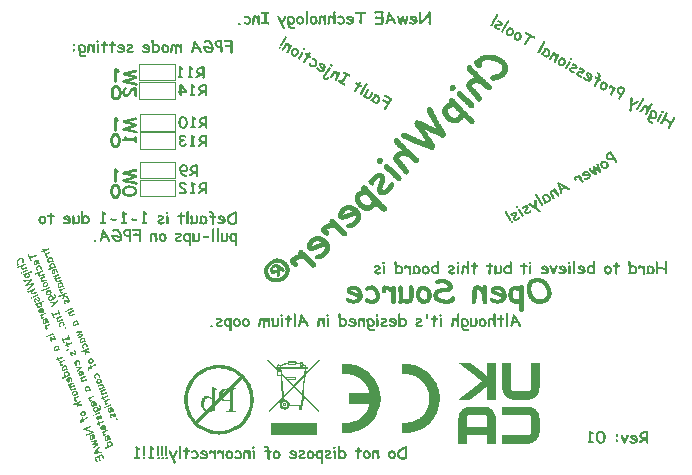
<source format=gbo>
G04*
G04 #@! TF.GenerationSoftware,Altium Limited,Altium Designer,23.0.1 (38)*
G04*
G04 Layer_Color=32896*
%FSLAX45Y45*%
%MOMM*%
G71*
G04*
G04 #@! TF.SameCoordinates,E124BC29-41F8-45E3-8FB8-A4B905A5A323*
G04*
G04*
G04 #@! TF.FilePolarity,Positive*
G04*
G01*
G75*
%ADD14C,0.10000*%
%ADD46C,0.25400*%
G36*
X11753771Y5641182D02*
X11746456D01*
Y5639353D01*
X11739141D01*
Y5637524D01*
X11735483D01*
Y5635695D01*
X11731826D01*
Y5633867D01*
X11726339D01*
Y5632038D01*
X11724510D01*
Y5630209D01*
X11720853D01*
Y5628380D01*
X11717195D01*
Y5626551D01*
X11715366D01*
Y5624723D01*
X11713538D01*
Y5622894D01*
X11709880D01*
Y5621065D01*
X11708051D01*
Y5619236D01*
X11706222D01*
Y5617407D01*
X11702565D01*
Y5613750D01*
X11700736D01*
Y5611921D01*
X11698907D01*
Y5610092D01*
X11697078D01*
Y5608263D01*
X11695250D01*
Y5606435D01*
X11693421D01*
Y5604606D01*
X11691592D01*
Y5600948D01*
X11689763D01*
Y5599119D01*
X11687934D01*
Y5595462D01*
X11686106D01*
Y5591804D01*
X11684277D01*
Y5589975D01*
X11682448D01*
Y5586318D01*
X11680619D01*
Y5580831D01*
X11678790D01*
Y5577174D01*
X11676962D01*
Y5571687D01*
X11675133D01*
Y5562543D01*
X11673304D01*
Y5547913D01*
X11671475D01*
Y5328457D01*
X11744627D01*
Y5399780D01*
X11914706D01*
Y5328457D01*
X11986029D01*
Y5562543D01*
X11984200D01*
Y5569859D01*
X11982371D01*
Y5575345D01*
X11980542D01*
Y5580831D01*
X11978714D01*
Y5584489D01*
X11976885D01*
Y5589975D01*
X11975056D01*
Y5591804D01*
X11973227D01*
Y5595462D01*
X11971398D01*
Y5599119D01*
X11969570D01*
Y5600948D01*
X11967741D01*
Y5602777D01*
X11965912D01*
Y5606435D01*
X11964083D01*
Y5608263D01*
X11962254D01*
Y5610092D01*
X11960426D01*
Y5611921D01*
X11958597D01*
Y5613750D01*
X11956768D01*
Y5615579D01*
X11954939D01*
Y5617407D01*
X11953110D01*
Y5619236D01*
X11951282D01*
Y5621065D01*
X11949453D01*
Y5622894D01*
X11945795D01*
Y5624723D01*
X11943966D01*
Y5626551D01*
X11942138D01*
Y5628380D01*
X11938480D01*
Y5630209D01*
X11934822D01*
Y5632038D01*
X11932994D01*
Y5633867D01*
X11927507D01*
Y5635695D01*
X11923850D01*
Y5637524D01*
X11918363D01*
Y5639353D01*
X11912877D01*
Y5641182D01*
X11905562D01*
Y5643011D01*
X11753771D01*
Y5641182D01*
D02*
G37*
G36*
X11986029Y5928303D02*
Y6016086D01*
X11914706D01*
Y5902700D01*
X11911048D01*
Y5904529D01*
X11909219D01*
Y5906358D01*
X11907390D01*
Y5908187D01*
X11905562D01*
Y5910015D01*
X11903733D01*
Y5911844D01*
X11900075D01*
Y5913673D01*
X11898246D01*
Y5915502D01*
X11896418D01*
Y5917331D01*
X11894589D01*
Y5919159D01*
X11890931D01*
Y5920988D01*
X11889102D01*
Y5922817D01*
X11887274D01*
Y5924646D01*
X11883616D01*
Y5926475D01*
X11881787D01*
Y5928303D01*
X11879958D01*
Y5930132D01*
X11878130D01*
Y5931961D01*
X11876301D01*
Y5933790D01*
X11872643D01*
Y5935619D01*
X11870814D01*
Y5937447D01*
X11868986D01*
Y5939276D01*
X11867157D01*
Y5941105D01*
X11863499D01*
Y5942934D01*
X11861670D01*
Y5944763D01*
X11859842D01*
Y5946591D01*
X11856184D01*
Y5948420D01*
X11854355D01*
Y5950249D01*
X11852526D01*
Y5952078D01*
X11850698D01*
Y5953907D01*
X11848869D01*
Y5955735D01*
X11845211D01*
Y5957564D01*
X11843382D01*
Y5959393D01*
X11841554D01*
Y5961222D01*
X11839725D01*
Y5963051D01*
X11836067D01*
Y5964879D01*
X11834238D01*
Y5966708D01*
X11832410D01*
Y5968537D01*
X11828752D01*
Y5970366D01*
X11826923D01*
Y5972195D01*
X11825094D01*
Y5974023D01*
X11823266D01*
Y5975852D01*
X11821437D01*
Y5977681D01*
X11817779D01*
Y5979510D01*
X11815950D01*
Y5981339D01*
X11814122D01*
Y5983167D01*
X11812293D01*
Y5984996D01*
X11808635D01*
Y5986825D01*
X11806806D01*
Y5988654D01*
X11804978D01*
Y5990483D01*
X11801320D01*
Y5992311D01*
X11799491D01*
Y5994140D01*
X11797662D01*
Y5995969D01*
X11795834D01*
Y5997798D01*
X11794005D01*
Y5999627D01*
X11790347D01*
Y6001455D01*
X11788518D01*
Y6003284D01*
X11786690D01*
Y6005113D01*
X11784861D01*
Y6006942D01*
X11781203D01*
Y6008771D01*
X11779374D01*
Y6010599D01*
X11777546D01*
Y6012428D01*
X11773888D01*
Y6014257D01*
X11772059D01*
Y6016086D01*
X11673304D01*
Y6014257D01*
X11675133D01*
Y6012428D01*
X11676962D01*
Y6010599D01*
X11678790D01*
Y6008771D01*
X11680619D01*
Y6006942D01*
X11684277D01*
Y6005113D01*
X11686106D01*
Y6003284D01*
X11687934D01*
Y6001455D01*
X11691592D01*
Y5999627D01*
X11693421D01*
Y5997798D01*
X11695250D01*
Y5995969D01*
X11697078D01*
Y5994140D01*
X11700736D01*
Y5992311D01*
X11702565D01*
Y5990483D01*
X11704394D01*
Y5988654D01*
X11708051D01*
Y5986825D01*
X11709880D01*
Y5984996D01*
X11711709D01*
Y5983167D01*
X11713538D01*
Y5981339D01*
X11717195D01*
Y5979510D01*
X11719024D01*
Y5977681D01*
X11720853D01*
Y5975852D01*
X11722682D01*
Y5974023D01*
X11726339D01*
Y5972195D01*
X11728168D01*
Y5970366D01*
X11729997D01*
Y5968537D01*
X11733654D01*
Y5966708D01*
X11735483D01*
Y5964879D01*
X11737312D01*
Y5963051D01*
X11739141D01*
Y5961222D01*
X11742798D01*
Y5959393D01*
X11744627D01*
Y5957564D01*
X11746456D01*
Y5955735D01*
X11748285D01*
Y5953907D01*
X11751942D01*
Y5952078D01*
X11753771D01*
Y5950249D01*
X11755600D01*
Y5948420D01*
X11757429D01*
Y5946591D01*
X11761086D01*
Y5944763D01*
X11762915D01*
Y5942934D01*
X11764744D01*
Y5941105D01*
X11768402D01*
Y5939276D01*
X11770230D01*
Y5937447D01*
X11772059D01*
Y5935619D01*
X11773888D01*
Y5933790D01*
X11777546D01*
Y5931961D01*
X11779374D01*
Y5930132D01*
X11781203D01*
Y5928303D01*
X11784861D01*
Y5926475D01*
X11786690D01*
Y5924646D01*
X11788518D01*
Y5922817D01*
X11790347D01*
Y5920988D01*
X11794005D01*
Y5919159D01*
X11795834D01*
Y5917331D01*
X11797662D01*
Y5915502D01*
X11799491D01*
Y5913673D01*
X11803149D01*
Y5911844D01*
X11804978D01*
Y5910015D01*
X11806806D01*
Y5908187D01*
X11810464D01*
Y5906358D01*
X11812293D01*
Y5904529D01*
X11814122D01*
Y5902700D01*
X11815950D01*
Y5900871D01*
X11819608D01*
Y5899043D01*
X11821437D01*
Y5897214D01*
X11823266D01*
Y5895385D01*
X11825094D01*
Y5893556D01*
X11828752D01*
Y5891727D01*
X11830581D01*
Y5889899D01*
X11832410D01*
Y5888070D01*
X11834238D01*
Y5886241D01*
X11837896D01*
Y5884412D01*
X11839725D01*
Y5882583D01*
X11841554D01*
Y5880755D01*
X11845211D01*
Y5878926D01*
X11847040D01*
Y5877097D01*
X11848869D01*
Y5875268D01*
X11850698D01*
Y5873439D01*
X11854355D01*
Y5871611D01*
X11856184D01*
Y5869782D01*
X11858013D01*
Y5867953D01*
X11861670D01*
Y5866124D01*
X11863499D01*
Y5864295D01*
X11865328D01*
Y5862467D01*
X11867157D01*
Y5860638D01*
X11870814D01*
Y5858809D01*
X11872643D01*
Y5856980D01*
X11868986D01*
Y5855151D01*
X11867157D01*
Y5853323D01*
X11865328D01*
Y5851494D01*
X11863499D01*
Y5849665D01*
X11859842D01*
Y5847836D01*
X11858013D01*
Y5846007D01*
X11856184D01*
Y5844179D01*
X11854355D01*
Y5842350D01*
X11850698D01*
Y5840521D01*
X11848869D01*
Y5838692D01*
X11847040D01*
Y5836863D01*
X11843382D01*
Y5835035D01*
X11841554D01*
Y5833206D01*
X11839725D01*
Y5831377D01*
X11837896D01*
Y5829548D01*
X11834238D01*
Y5827719D01*
X11832410D01*
Y5825891D01*
X11830581D01*
Y5824062D01*
X11828752D01*
Y5822233D01*
X11825094D01*
Y5820404D01*
X11823266D01*
Y5818575D01*
X11821437D01*
Y5816747D01*
X11817779D01*
Y5814918D01*
X11815950D01*
Y5813089D01*
X11814122D01*
Y5811260D01*
X11812293D01*
Y5809431D01*
X11808635D01*
Y5807603D01*
X11806806D01*
Y5805774D01*
X11804978D01*
Y5803945D01*
X11801320D01*
Y5802116D01*
X11799491D01*
Y5800287D01*
X11797662D01*
Y5798459D01*
X11795834D01*
Y5796630D01*
X11792176D01*
Y5794801D01*
X11790347D01*
Y5792972D01*
X11788518D01*
Y5791143D01*
X11786690D01*
Y5789315D01*
X11783032D01*
Y5787486D01*
X11781203D01*
Y5785657D01*
X11779374D01*
Y5783828D01*
X11777546D01*
Y5781999D01*
X11773888D01*
Y5780171D01*
X11772059D01*
Y5778342D01*
X11770230D01*
Y5776513D01*
X11766573D01*
Y5774684D01*
X11764744D01*
Y5772855D01*
X11762915D01*
Y5771027D01*
X11761086D01*
Y5769198D01*
X11757429D01*
Y5767369D01*
X11755600D01*
Y5765540D01*
X11753771D01*
Y5763711D01*
X11751942D01*
Y5761883D01*
X11748285D01*
Y5760054D01*
X11746456D01*
Y5758225D01*
X11744627D01*
Y5756396D01*
X11740970D01*
Y5754567D01*
X11739141D01*
Y5752739D01*
X11737312D01*
Y5750910D01*
X11735483D01*
Y5749081D01*
X11731826D01*
Y5747252D01*
X11729997D01*
Y5745423D01*
X11728168D01*
Y5743595D01*
X11724510D01*
Y5741766D01*
X11722682D01*
Y5739937D01*
X11720853D01*
Y5738108D01*
X11719024D01*
Y5736279D01*
X11715366D01*
Y5734451D01*
X11713538D01*
Y5732622D01*
X11711709D01*
Y5730793D01*
X11709880D01*
Y5728964D01*
X11706222D01*
Y5727135D01*
X11704394D01*
Y5725307D01*
X11702565D01*
Y5723478D01*
X11700736D01*
Y5721649D01*
X11697078D01*
Y5719820D01*
X11695250D01*
Y5717991D01*
X11693421D01*
Y5716163D01*
X11689763D01*
Y5714334D01*
X11687934D01*
Y5712505D01*
X11686106D01*
Y5710676D01*
X11684277D01*
Y5708847D01*
X11680619D01*
Y5707019D01*
X11678790D01*
Y5705190D01*
X11676962D01*
Y5703361D01*
X11675133D01*
Y5701532D01*
X11773888D01*
Y5703361D01*
X11775717D01*
Y5705190D01*
X11779374D01*
Y5707019D01*
X11781203D01*
Y5708847D01*
X11783032D01*
Y5710676D01*
X11786690D01*
Y5712505D01*
X11788518D01*
Y5714334D01*
X11790347D01*
Y5716163D01*
X11792176D01*
Y5717991D01*
X11795834D01*
Y5719820D01*
X11797662D01*
Y5721649D01*
X11799491D01*
Y5723478D01*
X11801320D01*
Y5725307D01*
X11803149D01*
Y5727135D01*
X11806806D01*
Y5728964D01*
X11808635D01*
Y5730793D01*
X11810464D01*
Y5732622D01*
X11814122D01*
Y5734451D01*
X11815950D01*
Y5736279D01*
X11817779D01*
Y5738108D01*
X11819608D01*
Y5739937D01*
X11823266D01*
Y5741766D01*
X11825094D01*
Y5743595D01*
X11826923D01*
Y5745423D01*
X11828752D01*
Y5747252D01*
X11830581D01*
Y5749081D01*
X11834238D01*
Y5750910D01*
X11836067D01*
Y5752739D01*
X11837896D01*
Y5754567D01*
X11841554D01*
Y5756396D01*
X11843382D01*
Y5758225D01*
X11845211D01*
Y5760054D01*
X11847040D01*
Y5761883D01*
X11850698D01*
Y5763711D01*
X11852526D01*
Y5765540D01*
X11854355D01*
Y5767369D01*
X11856184D01*
Y5769198D01*
X11858013D01*
Y5771027D01*
X11861670D01*
Y5772855D01*
X11863499D01*
Y5774684D01*
X11865328D01*
Y5776513D01*
X11868986D01*
Y5778342D01*
X11870814D01*
Y5780171D01*
X11872643D01*
Y5781999D01*
X11874472D01*
Y5783828D01*
X11878130D01*
Y5785657D01*
X11879958D01*
Y5787486D01*
X11881787D01*
Y5789315D01*
X11883616D01*
Y5791143D01*
X11885445D01*
Y5792972D01*
X11889102D01*
Y5794801D01*
X11890931D01*
Y5796630D01*
X11892760D01*
Y5798459D01*
X11896418D01*
Y5800287D01*
X11898246D01*
Y5802116D01*
X11900075D01*
Y5803945D01*
X11901904D01*
Y5805774D01*
X11905562D01*
Y5807603D01*
X11907390D01*
Y5809431D01*
X11909219D01*
Y5811260D01*
X11911048D01*
Y5813089D01*
X11912877D01*
Y5814918D01*
X11914706D01*
Y5701532D01*
X11986029D01*
Y5926475D01*
Y5928303D01*
D02*
G37*
G36*
X12070154Y5328457D02*
X12264006D01*
Y5330286D01*
X12276808D01*
Y5332115D01*
X12285952D01*
Y5333943D01*
X12291438D01*
Y5335772D01*
X12295096D01*
Y5337601D01*
X12300582D01*
Y5339430D01*
X12304240D01*
Y5341259D01*
X12307898D01*
Y5343087D01*
X12311555D01*
Y5344916D01*
X12313384D01*
Y5346745D01*
X12315213D01*
Y5348574D01*
X12318870D01*
Y5350403D01*
X12320699D01*
Y5352231D01*
X12322528D01*
Y5354060D01*
X12326186D01*
Y5355889D01*
X12328014D01*
Y5359547D01*
X12331672D01*
Y5361375D01*
X12333501D01*
Y5365033D01*
X12335330D01*
Y5366862D01*
X12337158D01*
Y5368691D01*
X12338987D01*
Y5372348D01*
X12340816D01*
Y5374177D01*
X12342645D01*
Y5376006D01*
X12344474D01*
Y5379663D01*
X12346302D01*
Y5383321D01*
X12348131D01*
Y5386979D01*
X12349960D01*
Y5392465D01*
X12351789D01*
Y5396123D01*
X12353618D01*
Y5401609D01*
X12355446D01*
Y5410753D01*
X12357275D01*
Y5423555D01*
X12359104D01*
Y5547913D01*
X12357275D01*
Y5562543D01*
X12355446D01*
Y5571687D01*
X12353618D01*
Y5577174D01*
X12351789D01*
Y5580831D01*
X12349960D01*
Y5586318D01*
X12348131D01*
Y5589975D01*
X12346302D01*
Y5591804D01*
X12344474D01*
Y5595462D01*
X12342645D01*
Y5599119D01*
X12340816D01*
Y5600948D01*
X12338987D01*
Y5604606D01*
X12337158D01*
Y5606435D01*
X12335330D01*
Y5608263D01*
X12333501D01*
Y5610092D01*
X12331672D01*
Y5611921D01*
X12329843D01*
Y5613750D01*
X12328014D01*
Y5617407D01*
X12324357D01*
Y5619236D01*
X12322528D01*
Y5621065D01*
X12320699D01*
Y5622894D01*
X12317042D01*
Y5624723D01*
X12315213D01*
Y5626551D01*
X12313384D01*
Y5628380D01*
X12309726D01*
Y5630209D01*
X12306069D01*
Y5632038D01*
X12304240D01*
Y5633867D01*
X12298754D01*
Y5635695D01*
X12295096D01*
Y5637524D01*
X12291438D01*
Y5639353D01*
X12284123D01*
Y5641182D01*
X12276808D01*
Y5643011D01*
X12044550D01*
Y5571687D01*
X12267664D01*
Y5569859D01*
X12271322D01*
Y5568030D01*
X12274979D01*
Y5566201D01*
X12276808D01*
Y5564372D01*
X12278637D01*
Y5562543D01*
X12280466D01*
Y5560715D01*
X12282294D01*
Y5557057D01*
X12284123D01*
Y5553399D01*
X12285952D01*
Y5419897D01*
X12284123D01*
Y5416239D01*
X12282294D01*
Y5412582D01*
X12280466D01*
Y5410753D01*
X12278637D01*
Y5408924D01*
X12276808D01*
Y5407095D01*
X12274979D01*
Y5405267D01*
X12271322D01*
Y5403438D01*
X12267664D01*
Y5401609D01*
X12044550D01*
Y5328457D01*
X12068325D01*
X12070154D01*
D02*
G37*
G36*
X12115874Y5871611D02*
Y6016086D01*
X12044550D01*
Y5781999D01*
X12046379D01*
Y5774684D01*
X12048208D01*
Y5769198D01*
X12050037D01*
Y5763711D01*
X12051866D01*
Y5760054D01*
X12053694D01*
Y5754567D01*
X12055523D01*
Y5752739D01*
X12057352D01*
Y5749081D01*
X12059181D01*
Y5745423D01*
X12061010D01*
Y5743595D01*
X12062838D01*
Y5741766D01*
X12064667D01*
Y5738108D01*
X12066496D01*
Y5736279D01*
X12068325D01*
Y5734451D01*
X12070154D01*
Y5732622D01*
X12071982D01*
Y5730793D01*
X12073811D01*
Y5728964D01*
X12075640D01*
Y5727135D01*
X12077469D01*
Y5725307D01*
X12079298D01*
Y5723478D01*
X12081126D01*
Y5721649D01*
X12084784D01*
Y5719820D01*
X12086613D01*
Y5717991D01*
X12088442D01*
Y5716163D01*
X12092099D01*
Y5714334D01*
X12095757D01*
Y5712505D01*
X12097586D01*
Y5710676D01*
X12103072D01*
Y5708847D01*
X12106730D01*
Y5707019D01*
X12112216D01*
Y5705190D01*
X12117702D01*
Y5703361D01*
X12125018D01*
Y5701532D01*
X12276808D01*
Y5703361D01*
X12284123D01*
Y5705190D01*
X12291438D01*
Y5707019D01*
X12295096D01*
Y5708847D01*
X12298754D01*
Y5710676D01*
X12304240D01*
Y5712505D01*
X12306069D01*
Y5714334D01*
X12309726D01*
Y5716163D01*
X12313384D01*
Y5717991D01*
X12315213D01*
Y5719820D01*
X12317042D01*
Y5721649D01*
X12320699D01*
Y5723478D01*
X12322528D01*
Y5725307D01*
X12324357D01*
Y5727135D01*
X12328014D01*
Y5730793D01*
X12329843D01*
Y5732622D01*
X12331672D01*
Y5734451D01*
X12333501D01*
Y5736279D01*
X12335330D01*
Y5738108D01*
X12337158D01*
Y5739937D01*
X12338987D01*
Y5743595D01*
X12340816D01*
Y5745423D01*
X12342645D01*
Y5749081D01*
X12344474D01*
Y5752739D01*
X12346302D01*
Y5754567D01*
X12348131D01*
Y5758225D01*
X12349960D01*
Y5763711D01*
X12351789D01*
Y5767369D01*
X12353618D01*
Y5772855D01*
X12355446D01*
Y5781999D01*
X12357275D01*
Y5796630D01*
X12359104D01*
Y6016086D01*
X12285952D01*
Y5791143D01*
X12284123D01*
Y5787486D01*
X12282294D01*
Y5783828D01*
X12280466D01*
Y5781999D01*
X12278637D01*
Y5780171D01*
X12276808D01*
Y5778342D01*
X12274979D01*
Y5776513D01*
X12271322D01*
Y5774684D01*
X12267664D01*
Y5772855D01*
X12135990D01*
Y5774684D01*
X12130504D01*
Y5776513D01*
X12126846D01*
Y5778342D01*
X12125018D01*
Y5780171D01*
X12123189D01*
Y5781999D01*
X12121360D01*
Y5783828D01*
X12119531D01*
Y5787486D01*
X12117702D01*
Y5792972D01*
X12115874D01*
Y5869782D01*
Y5871611D01*
D02*
G37*
G36*
X8198675Y6982948D02*
X8199322Y6982860D01*
X8199819Y6982711D01*
X8200316Y6982563D01*
X8200557Y6982398D01*
X8200663Y6982353D01*
X8201462Y6981890D01*
X8202111Y6981365D01*
X8202609Y6980780D01*
X8203033Y6980165D01*
X8203396Y6979700D01*
X8203653Y6979279D01*
X8203805Y6978903D01*
X8204154Y6977821D01*
X8204173Y6976693D01*
X8204056Y6975685D01*
X8203729Y6974766D01*
X8203220Y6973861D01*
X8202606Y6973001D01*
X8201932Y6972292D01*
X8201182Y6971552D01*
X8199561Y6970373D01*
X8198870Y6969919D01*
X8198149Y6969540D01*
X8197549Y6969297D01*
X8197053Y6969010D01*
X8196752Y6968888D01*
X8196677Y6968858D01*
X8195851Y6968524D01*
X8195100Y6968221D01*
X8194769Y6968174D01*
X8194468Y6968053D01*
X8194318Y6967992D01*
X8194243Y6967962D01*
X8193717Y6967749D01*
X8193236Y6967642D01*
X8192860Y6967491D01*
X8192560Y6967369D01*
X8192259Y6967248D01*
X8192109Y6967187D01*
X8190982Y6966732D01*
X8189630Y6966185D01*
X8188097Y6965654D01*
X8186444Y6964986D01*
X8184611Y6964333D01*
X8182702Y6963649D01*
X8178916Y6962206D01*
X8177082Y6961553D01*
X8175324Y6960930D01*
X8173791Y6960398D01*
X8172409Y6959927D01*
X8171207Y6959441D01*
X8170756Y6959259D01*
X8170350Y6959182D01*
X8170049Y6959061D01*
X8169824Y6958970D01*
X8169674Y6958909D01*
X8169599Y6958879D01*
X8169857Y6958022D01*
X8170086Y6957240D01*
X8170284Y6956534D01*
X8170452Y6955903D01*
X8171453Y6953423D01*
X8171619Y6953228D01*
X8171802Y6952778D01*
X8172210Y6951982D01*
X8172727Y6950704D01*
X8173016Y6949772D01*
X8173199Y6948886D01*
X8173202Y6948013D01*
X8173145Y6947290D01*
X8173101Y6946749D01*
X8172953Y6946252D01*
X8172893Y6945966D01*
X8172849Y6945860D01*
X8172385Y6945061D01*
X8171891Y6944337D01*
X8171336Y6943763D01*
X8170796Y6943370D01*
X8170256Y6942977D01*
X8169835Y6942720D01*
X8169535Y6942599D01*
X8169460Y6942568D01*
X8168708Y6942265D01*
X8168047Y6942172D01*
X8166768Y6942093D01*
X8165654Y6942254D01*
X8164735Y6942582D01*
X8163936Y6943046D01*
X8163348Y6943420D01*
X8163046Y6943735D01*
X8162940Y6943779D01*
X8162910Y6943855D01*
X8162351Y6944590D01*
X8161806Y6945506D01*
X8161231Y6946497D01*
X8160700Y6947593D01*
X8160231Y6948540D01*
X8159290Y6950868D01*
X8159092Y6951575D01*
X8158894Y6952281D01*
X8158620Y6952958D01*
X8158453Y6953589D01*
X8158346Y6954070D01*
X8158299Y6954401D01*
X8158239Y6954551D01*
X8154813Y6953080D01*
X8152905Y6952396D01*
X8151236Y6951984D01*
X8149687Y6951708D01*
X8148333Y6951598D01*
X8147100Y6951624D01*
X8146061Y6951816D01*
X8145142Y6952144D01*
X8144328Y6952427D01*
X8143710Y6952876D01*
X8143091Y6953325D01*
X8142654Y6953760D01*
X8142321Y6954150D01*
X8142094Y6954495D01*
X8141898Y6954765D01*
X8141776Y6955066D01*
X8141487Y6955998D01*
X8141304Y6956885D01*
X8141331Y6957683D01*
X8141313Y6958374D01*
X8141402Y6959022D01*
X8141550Y6959519D01*
X8141609Y6959805D01*
X8141654Y6959910D01*
X8142043Y6960679D01*
X8142537Y6961403D01*
X8143091Y6961977D01*
X8143632Y6962370D01*
X8144172Y6962763D01*
X8144593Y6963020D01*
X8144893Y6963142D01*
X8144968Y6963172D01*
X8145569Y6963415D01*
X8146245Y6963688D01*
X8147628Y6964159D01*
X8148304Y6964432D01*
X8148785Y6964539D01*
X8149086Y6964661D01*
X8149236Y6964721D01*
X8150318Y6965071D01*
X8151219Y6965435D01*
X8152076Y6965694D01*
X8152677Y6965937D01*
X8153158Y6966044D01*
X8153534Y6966196D01*
X8153684Y6966257D01*
X8153759Y6966287D01*
X8153290Y6967233D01*
X8152820Y6968179D01*
X8152411Y6968975D01*
X8152032Y6969696D01*
X8151714Y6970267D01*
X8151471Y6970868D01*
X8151002Y6971814D01*
X8150653Y6972460D01*
X8150319Y6973287D01*
X8150030Y6974218D01*
X8149847Y6975105D01*
X8149874Y6975903D01*
X8149932Y6976625D01*
X8150020Y6977273D01*
X8150199Y6977694D01*
X8150258Y6977981D01*
X8150303Y6978086D01*
X8150767Y6978885D01*
X8151291Y6979534D01*
X8151846Y6980108D01*
X8152386Y6980501D01*
X8152926Y6980894D01*
X8153347Y6981151D01*
X8153647Y6981273D01*
X8153722Y6981303D01*
X8154654Y6981592D01*
X8155466Y6981745D01*
X8156233Y6981793D01*
X8156986Y6981660D01*
X8157664Y6981497D01*
X8158297Y6981228D01*
X8159367Y6980525D01*
X8160213Y6979731D01*
X8160847Y6979025D01*
X8161074Y6978680D01*
X8161165Y6978455D01*
X8161301Y6978335D01*
X8161331Y6978260D01*
X8162240Y6976442D01*
X8163028Y6974925D01*
X8163725Y6973634D01*
X8164255Y6972537D01*
X8164589Y6971711D01*
X8164907Y6971140D01*
X8165119Y6970614D01*
X8168185Y6971678D01*
X8170920Y6972696D01*
X8173505Y6973653D01*
X8175789Y6974488D01*
X8177772Y6975202D01*
X8179606Y6975855D01*
X8181183Y6976493D01*
X8182566Y6976964D01*
X8183768Y6977450D01*
X8184775Y6977769D01*
X8185526Y6978073D01*
X8186202Y6978346D01*
X8186653Y6978528D01*
X8187029Y6978680D01*
X8187179Y6978741D01*
X8187254Y6978771D01*
X8187855Y6979014D01*
X8188606Y6979317D01*
X8190079Y6980000D01*
X8190755Y6980273D01*
X8191250Y6980560D01*
X8191626Y6980712D01*
X8191776Y6980773D01*
X8192828Y6981198D01*
X8193699Y6981637D01*
X8194525Y6981971D01*
X8195126Y6982214D01*
X8195652Y6982426D01*
X8195953Y6982548D01*
X8196178Y6982639D01*
X8196253Y6982669D01*
X8197110Y6982928D01*
X8197877Y6982976D01*
X8198675Y6982948D01*
D02*
G37*
G36*
X8211009Y6953500D02*
X8211551Y6953457D01*
X8211943Y6953353D01*
X8212229Y6953294D01*
X8212334Y6953249D01*
X8213178Y6952891D01*
X8213797Y6952442D01*
X8214370Y6951887D01*
X8214869Y6951302D01*
X8215232Y6950837D01*
X8215489Y6950416D01*
X8215671Y6949966D01*
X8215960Y6949034D01*
X8216144Y6948147D01*
X8216147Y6947274D01*
X8216089Y6946552D01*
X8216046Y6946010D01*
X8215897Y6945513D01*
X8215838Y6945227D01*
X8215793Y6945121D01*
X8215405Y6944352D01*
X8214911Y6943628D01*
X8214356Y6943055D01*
X8213816Y6942662D01*
X8213275Y6942269D01*
X8212855Y6942012D01*
X8212554Y6941890D01*
X8212479Y6941860D01*
X8191294Y6933300D01*
X8190200Y6931897D01*
X8189212Y6930449D01*
X8188435Y6928912D01*
X8187883Y6927465D01*
X8187437Y6925974D01*
X8187066Y6924513D01*
X8186845Y6923113D01*
X8186669Y6921819D01*
X8186643Y6920585D01*
X8186587Y6919426D01*
X8186651Y6918403D01*
X8186759Y6917486D01*
X8186852Y6916824D01*
X8186914Y6916238D01*
X8186961Y6915907D01*
X8186991Y6915831D01*
X8191334Y6917411D01*
X8192341Y6917731D01*
X8193228Y6917915D01*
X8194025Y6917887D01*
X8194823Y6917860D01*
X8195500Y6917697D01*
X8196058Y6917398D01*
X8196646Y6917024D01*
X8197159Y6916619D01*
X8197930Y6915794D01*
X8198489Y6915059D01*
X8198610Y6914758D01*
X8198807Y6914488D01*
X8198898Y6914263D01*
X8199217Y6913256D01*
X8199326Y6912338D01*
X8199329Y6911466D01*
X8199226Y6910638D01*
X8198913Y6909900D01*
X8198600Y6909161D01*
X8198150Y6908543D01*
X8197671Y6907999D01*
X8196756Y6907018D01*
X8195796Y6906368D01*
X8195450Y6906141D01*
X8195180Y6905945D01*
X8194955Y6905853D01*
X8194880Y6905823D01*
X8194579Y6905702D01*
X8194159Y6905444D01*
X8193257Y6905080D01*
X8192807Y6904898D01*
X8192431Y6904746D01*
X8192130Y6904625D01*
X8192055Y6904595D01*
X8190072Y6903881D01*
X8188222Y6903483D01*
X8186568Y6903251D01*
X8185078Y6903261D01*
X8183678Y6903482D01*
X8182504Y6903794D01*
X8181418Y6904317D01*
X8180589Y6904856D01*
X8179760Y6905395D01*
X8179125Y6906099D01*
X8178627Y6906685D01*
X8178159Y6907194D01*
X8177841Y6907765D01*
X8177614Y6908110D01*
X8177462Y6908486D01*
X8176869Y6910169D01*
X8176352Y6911883D01*
X8176015Y6913582D01*
X8175783Y6915236D01*
X8175552Y6916890D01*
X8175456Y6918425D01*
X8175466Y6919914D01*
X8175537Y6921254D01*
X8175607Y6922593D01*
X8175769Y6923707D01*
X8175886Y6924716D01*
X8175958Y6925619D01*
X8176121Y6926296D01*
X8176270Y6926793D01*
X8176299Y6927155D01*
X8176344Y6927260D01*
X8175426Y6927152D01*
X8174553Y6927148D01*
X8173756Y6927176D01*
X8173048Y6927414D01*
X8172415Y6927683D01*
X8171857Y6927982D01*
X8170862Y6928715D01*
X8170122Y6929465D01*
X8169638Y6930231D01*
X8169441Y6930501D01*
X8169259Y6930952D01*
X8168970Y6931884D01*
X8168786Y6932771D01*
X8168814Y6933568D01*
X8168871Y6934291D01*
X8168990Y6934863D01*
X8169169Y6935285D01*
X8169228Y6935571D01*
X8169273Y6935676D01*
X8169692Y6936370D01*
X8170246Y6936944D01*
X8170801Y6937517D01*
X8171342Y6937910D01*
X8171837Y6938198D01*
X8172257Y6938455D01*
X8172558Y6938577D01*
X8172633Y6938607D01*
X8173159Y6938819D01*
X8173760Y6939062D01*
X8175037Y6939578D01*
X8175608Y6939896D01*
X8176058Y6940078D01*
X8176359Y6940200D01*
X8176509Y6940260D01*
X8177411Y6940625D01*
X8178132Y6941003D01*
X8178808Y6941276D01*
X8179409Y6941519D01*
X8179785Y6941671D01*
X8180160Y6941823D01*
X8180310Y6941884D01*
X8180385Y6941914D01*
X8207957Y6953053D01*
X8208813Y6953312D01*
X8209625Y6953465D01*
X8210393Y6953513D01*
X8211009Y6953500D01*
D02*
G37*
G36*
X8031931Y6931222D02*
X8033211Y6930865D01*
X8034221Y6930312D01*
X8035081Y6929698D01*
X8035760Y6929099D01*
X8035956Y6928829D01*
X8036123Y6928634D01*
X8036259Y6928514D01*
X8036289Y6928439D01*
X8036939Y6927478D01*
X8037620Y6926442D01*
X8038922Y6924084D01*
X8040119Y6921771D01*
X8041240Y6919428D01*
X8041740Y6918407D01*
X8042530Y6916453D01*
X8042938Y6915657D01*
X8044456Y6911901D01*
X8045388Y6912190D01*
X8046365Y6912585D01*
X8047522Y6912965D01*
X8048754Y6913375D01*
X8051400Y6914182D01*
X8053939Y6915033D01*
X8055202Y6915369D01*
X8056359Y6915749D01*
X8057442Y6916099D01*
X8058373Y6916388D01*
X8059155Y6916616D01*
X8059756Y6916859D01*
X8060087Y6916905D01*
X8060237Y6916966D01*
X8062026Y6917514D01*
X8063739Y6918031D01*
X8065347Y6918594D01*
X8066880Y6919126D01*
X8068263Y6919597D01*
X8069495Y6920007D01*
X8070727Y6920418D01*
X8071734Y6920737D01*
X8072711Y6921132D01*
X8073462Y6921435D01*
X8074244Y6921664D01*
X8074770Y6921876D01*
X8075221Y6922059D01*
X8075521Y6922180D01*
X8075746Y6922271D01*
X8075822Y6922301D01*
X8076648Y6922635D01*
X8077655Y6922955D01*
X8078632Y6923349D01*
X8079639Y6923669D01*
X8080495Y6923927D01*
X8081172Y6924201D01*
X8081728Y6924338D01*
X8081803Y6924368D01*
X8081878Y6924399D01*
X8083260Y6924870D01*
X8084493Y6925280D01*
X8085500Y6925600D01*
X8086357Y6925859D01*
X8087033Y6926132D01*
X8087483Y6926314D01*
X8087784Y6926435D01*
X8087859Y6926466D01*
X8088385Y6926678D01*
X8088956Y6926996D01*
X8089376Y6927253D01*
X8089496Y6927389D01*
X8089571Y6927419D01*
X8090292Y6927798D01*
X8090863Y6928116D01*
X8091163Y6928238D01*
X8091314Y6928298D01*
X8092245Y6928587D01*
X8093088Y6928666D01*
X8093960Y6928668D01*
X8094713Y6928536D01*
X8095316Y6928342D01*
X8095813Y6928193D01*
X8096129Y6928059D01*
X8096235Y6928014D01*
X8096958Y6927520D01*
X8097638Y6926921D01*
X8098136Y6926336D01*
X8098635Y6925751D01*
X8098922Y6925255D01*
X8099180Y6924835D01*
X8099331Y6924459D01*
X8099499Y6923828D01*
X8099636Y6923272D01*
X8099655Y6922143D01*
X8099463Y6921104D01*
X8099166Y6920110D01*
X8098852Y6919372D01*
X8098509Y6918709D01*
X8098224Y6918331D01*
X8098104Y6918196D01*
X8097310Y6917350D01*
X8096454Y6916655D01*
X8095644Y6916066D01*
X8094803Y6915551D01*
X8094082Y6915172D01*
X8093512Y6914855D01*
X8093136Y6914703D01*
X8092986Y6914642D01*
X8092385Y6914399D01*
X8091678Y6914201D01*
X8090296Y6913730D01*
X8089664Y6913562D01*
X8089139Y6913350D01*
X8088808Y6913303D01*
X8088657Y6913243D01*
X8087650Y6912923D01*
X8086718Y6912634D01*
X8085937Y6912406D01*
X8085336Y6912163D01*
X8084855Y6912056D01*
X8084554Y6911935D01*
X8084329Y6911843D01*
X8084254Y6911813D01*
X8083052Y6911328D01*
X8081699Y6910781D01*
X8078859Y6909808D01*
X8075943Y6908805D01*
X8073103Y6907833D01*
X8071796Y6907392D01*
X8070563Y6906981D01*
X8069481Y6906631D01*
X8068549Y6906342D01*
X8067768Y6906114D01*
X8067167Y6905871D01*
X8066836Y6905825D01*
X8066686Y6905764D01*
X8064371Y6905003D01*
X8062282Y6904334D01*
X8060343Y6903726D01*
X8058585Y6903103D01*
X8056947Y6902616D01*
X8055564Y6902144D01*
X8054256Y6901703D01*
X8053130Y6901248D01*
X8052198Y6900959D01*
X8051341Y6900700D01*
X8050665Y6900427D01*
X8050139Y6900215D01*
X8049658Y6900108D01*
X8049357Y6899986D01*
X8049207Y6899925D01*
X8049132Y6899895D01*
X8049709Y6898468D01*
X8050452Y6896845D01*
X8051225Y6895148D01*
X8051968Y6893525D01*
X8052620Y6892128D01*
X8052968Y6891483D01*
X8053393Y6890431D01*
X8053589Y6890161D01*
X8053711Y6889860D01*
X8054302Y6888613D01*
X8054863Y6887442D01*
X8055363Y6886420D01*
X8055788Y6885368D01*
X8056227Y6884497D01*
X8056636Y6883701D01*
X8057456Y6881673D01*
X8057743Y6881177D01*
X8058289Y6879825D01*
X8058578Y6878893D01*
X8058762Y6878006D01*
X8058765Y6877134D01*
X8058708Y6876411D01*
X8058619Y6875764D01*
X8058471Y6875267D01*
X8058412Y6874981D01*
X8058367Y6874875D01*
X8057934Y6874001D01*
X8057409Y6873352D01*
X8056854Y6872778D01*
X8056345Y6872310D01*
X8055804Y6871917D01*
X8055384Y6871660D01*
X8055083Y6871539D01*
X8055008Y6871508D01*
X8054076Y6871219D01*
X8053234Y6871141D01*
X8052467Y6871093D01*
X8051744Y6871151D01*
X8051142Y6871344D01*
X8050675Y6871418D01*
X8050359Y6871552D01*
X8050253Y6871597D01*
X8049379Y6872030D01*
X8048700Y6872630D01*
X8048126Y6873185D01*
X8047628Y6873770D01*
X8047235Y6874310D01*
X8046977Y6874730D01*
X8046249Y6876533D01*
X8045567Y6878006D01*
X8044854Y6879553D01*
X8044142Y6881100D01*
X8043565Y6882528D01*
X8043247Y6883098D01*
X8043034Y6883624D01*
X8042777Y6884044D01*
X8042534Y6884646D01*
X8042004Y6885742D01*
X8041474Y6886839D01*
X8041004Y6887785D01*
X8040534Y6888731D01*
X8040200Y6889557D01*
X8039791Y6890354D01*
X8039275Y6891631D01*
X8038775Y6892652D01*
X8037318Y6896258D01*
X8036877Y6897566D01*
X8035906Y6899970D01*
X8035769Y6900526D01*
X8034524Y6903606D01*
X8033962Y6905214D01*
X8031807Y6910548D01*
X8031307Y6911569D01*
X8030776Y6912666D01*
X8030246Y6913763D01*
X8029807Y6914634D01*
X8029398Y6915430D01*
X8029276Y6915730D01*
X8029140Y6915850D01*
X8029049Y6916076D01*
X8028610Y6916947D01*
X8028095Y6917788D01*
X8027717Y6918508D01*
X8027369Y6919154D01*
X8026763Y6920220D01*
X8026324Y6921092D01*
X8025975Y6921737D01*
X8025718Y6922158D01*
X8025202Y6923435D01*
X8025033Y6924503D01*
X8025030Y6925375D01*
X8025132Y6926203D01*
X8025295Y6926881D01*
X8025444Y6927378D01*
X8025579Y6927694D01*
X8025623Y6927800D01*
X8026087Y6928599D01*
X8026611Y6929248D01*
X8027196Y6929746D01*
X8027737Y6930139D01*
X8028202Y6930502D01*
X8028547Y6930729D01*
X8028848Y6930850D01*
X8028923Y6930880D01*
X8029704Y6931109D01*
X8030516Y6931262D01*
X8031208Y6931280D01*
X8031931Y6931222D01*
D02*
G37*
G36*
X8220825Y6908441D02*
X8221984Y6908385D01*
X8222993Y6908268D01*
X8223820Y6908165D01*
X8224528Y6907927D01*
X8225101Y6907809D01*
X8225567Y6907735D01*
X8225778Y6907646D01*
X8225884Y6907601D01*
X8227255Y6907019D01*
X8228537Y6906226D01*
X8229699Y6905297D01*
X8230860Y6904368D01*
X8231902Y6903303D01*
X8232763Y6902253D01*
X8233655Y6901128D01*
X8234441Y6900047D01*
X8235152Y6898936D01*
X8235727Y6897945D01*
X8236272Y6897029D01*
X8236681Y6896233D01*
X8236954Y6895557D01*
X8237242Y6895061D01*
X8237424Y6894611D01*
X8237683Y6893754D01*
X8237942Y6892897D01*
X8238156Y6891935D01*
X8238234Y6891093D01*
X8238357Y6890356D01*
X8238449Y6889694D01*
X8238496Y6889363D01*
X8238481Y6889183D01*
X8238561Y6887904D01*
X8238596Y6886520D01*
X8238600Y6885211D01*
X8238574Y6883977D01*
X8238593Y6882849D01*
X8238566Y6882051D01*
X8238537Y6881690D01*
X8238553Y6881434D01*
X8238508Y6881329D01*
X8238539Y6881253D01*
X8239518Y6880775D01*
X8240348Y6880237D01*
X8241117Y6879848D01*
X8241735Y6879399D01*
X8242836Y6878620D01*
X8243651Y6877901D01*
X8244119Y6877391D01*
X8244452Y6877001D01*
X8244648Y6876731D01*
X8244678Y6876656D01*
X8244937Y6875799D01*
X8245090Y6874987D01*
X8245138Y6874220D01*
X8245081Y6873497D01*
X8245037Y6872956D01*
X8244964Y6872489D01*
X8244905Y6872203D01*
X8244860Y6872097D01*
X8244502Y6871253D01*
X8244052Y6870635D01*
X8243573Y6870091D01*
X8243063Y6869623D01*
X8242598Y6869261D01*
X8242252Y6869034D01*
X8241952Y6868912D01*
X8241877Y6868882D01*
X8241546Y6868836D01*
X8240959Y6868773D01*
X8240162Y6868801D01*
X8239364Y6868828D01*
X8238492Y6868825D01*
X8237844Y6868913D01*
X8237333Y6868881D01*
X8237227Y6868926D01*
X8237152Y6868896D01*
X8236355Y6868923D01*
X8235557Y6868950D01*
X8234398Y6869007D01*
X8233420Y6869048D01*
X8232803Y6869061D01*
X8232367Y6869060D01*
X8232186Y6869074D01*
X8232006Y6869088D01*
X8231269Y6868965D01*
X8230351Y6868857D01*
X8228532Y6868384D01*
X8226563Y6867851D01*
X8224655Y6867167D01*
X8223723Y6866878D01*
X8222896Y6866544D01*
X8222115Y6866316D01*
X8221439Y6866043D01*
X8220913Y6865830D01*
X8220537Y6865678D01*
X8220237Y6865557D01*
X8220162Y6865527D01*
X8218960Y6865041D01*
X8217863Y6864511D01*
X8216811Y6864086D01*
X8216015Y6863677D01*
X8215264Y6863373D01*
X8214768Y6863086D01*
X8214468Y6862964D01*
X8214318Y6862903D01*
X8213447Y6862464D01*
X8212681Y6861980D01*
X8211960Y6861601D01*
X8211389Y6861283D01*
X8210969Y6861026D01*
X8210624Y6860799D01*
X8210429Y6860633D01*
X8210353Y6860602D01*
X8210024Y6860120D01*
X8209695Y6859637D01*
X8208959Y6859078D01*
X8208614Y6858851D01*
X8208344Y6858655D01*
X8208194Y6858594D01*
X8208119Y6858564D01*
X8207412Y6858366D01*
X8206720Y6858348D01*
X8205998Y6858406D01*
X8205245Y6858538D01*
X8203768Y6859165D01*
X8202336Y6859898D01*
X8201099Y6860796D01*
X8200074Y6861605D01*
X8199772Y6861920D01*
X8199500Y6862160D01*
X8199258Y6862325D01*
X8199228Y6862400D01*
X8197718Y6863974D01*
X8196464Y6865565D01*
X8195376Y6866960D01*
X8194604Y6868221D01*
X8193998Y6869288D01*
X8193741Y6869708D01*
X8193514Y6870053D01*
X8193241Y6870729D01*
X8192527Y6872713D01*
X8192024Y6874607D01*
X8191671Y6876562D01*
X8191454Y6878397D01*
X8191342Y6880187D01*
X8191411Y6881963D01*
X8191466Y6883558D01*
X8191626Y6885108D01*
X8191922Y6886539D01*
X8192129Y6887758D01*
X8192365Y6888902D01*
X8192693Y6889821D01*
X8192901Y6890604D01*
X8193125Y6891132D01*
X8193229Y6891523D01*
X8193274Y6891629D01*
X8194110Y6893452D01*
X8195052Y6895231D01*
X8196160Y6896815D01*
X8197328Y6898248D01*
X8198452Y6899576D01*
X8199637Y6900754D01*
X8200882Y6901781D01*
X8201977Y6902748D01*
X8203133Y6903565D01*
X8204169Y6904245D01*
X8205160Y6904821D01*
X8205956Y6905230D01*
X8206677Y6905608D01*
X8207172Y6905896D01*
X8207473Y6906017D01*
X8207623Y6906078D01*
X8209607Y6906792D01*
X8211545Y6907400D01*
X8213289Y6907843D01*
X8215019Y6908105D01*
X8216673Y6908336D01*
X8218177Y6908507D01*
X8219561Y6908542D01*
X8220825Y6908441D01*
D02*
G37*
G36*
X7968620Y6904245D02*
X7970034Y6904204D01*
X7971329Y6904028D01*
X7972623Y6903852D01*
X7973662Y6903660D01*
X7974701Y6903468D01*
X7975484Y6903260D01*
X7976162Y6903097D01*
X7976689Y6902873D01*
X7976975Y6902814D01*
X7977081Y6902769D01*
X7978799Y6901978D01*
X7980367Y6901126D01*
X7981814Y6900138D01*
X7983187Y6899119D01*
X7984335Y6898010D01*
X7985482Y6896900D01*
X7986449Y6895805D01*
X7987310Y6894755D01*
X7987991Y6893719D01*
X7988671Y6892683D01*
X7989186Y6891842D01*
X7989670Y6891077D01*
X7989943Y6890401D01*
X7990200Y6889980D01*
X7990382Y6889530D01*
X7991218Y6887245D01*
X7991722Y6884915D01*
X7992152Y6882554D01*
X7992431Y6880133D01*
X7992499Y6877801D01*
X7992462Y6875514D01*
X7992289Y6873346D01*
X7992086Y6871254D01*
X7991822Y6869312D01*
X7991572Y6867551D01*
X7991231Y6866015D01*
X7990905Y6864660D01*
X7990668Y6863516D01*
X7990460Y6862733D01*
X7990236Y6862205D01*
X7990222Y6862024D01*
X7989774Y6860970D01*
X7989235Y6860140D01*
X7988741Y6859416D01*
X7988156Y6858918D01*
X7987616Y6858525D01*
X7987226Y6858192D01*
X7986850Y6858040D01*
X7986775Y6858010D01*
X7985918Y6857751D01*
X7985106Y6857598D01*
X7984309Y6857625D01*
X7983587Y6857683D01*
X7983014Y6857802D01*
X7982517Y6857950D01*
X7982231Y6858009D01*
X7982126Y6858054D01*
X7981252Y6858487D01*
X7980497Y6859057D01*
X7979818Y6859656D01*
X7979320Y6860241D01*
X7978927Y6860782D01*
X7978669Y6861202D01*
X7978487Y6861653D01*
X7978289Y6862359D01*
X7978256Y6863307D01*
X7978222Y6864255D01*
X7978370Y6865188D01*
X7978442Y6866091D01*
X7978575Y6866844D01*
X7978723Y6867341D01*
X7978768Y6867447D01*
X7978738Y6867522D01*
X7978974Y6868666D01*
X7979197Y6869630D01*
X7979522Y6871421D01*
X7979773Y6872746D01*
X7979935Y6873860D01*
X7980067Y6874613D01*
X7980186Y6875185D01*
X7980170Y6875441D01*
X7980214Y6875546D01*
X7980328Y6877427D01*
X7980217Y6879218D01*
X7980046Y6880722D01*
X7979755Y6882090D01*
X7979450Y6883278D01*
X7979297Y6884089D01*
X7978994Y6884841D01*
X7978584Y6885637D01*
X7978206Y6886358D01*
X7977254Y6887633D01*
X7976212Y6888698D01*
X7975186Y6889507D01*
X7974296Y6890196D01*
X7973497Y6890660D01*
X7972969Y6890884D01*
X7972788Y6890898D01*
X7972758Y6890973D01*
X7971086Y6891434D01*
X7969431Y6891638D01*
X7967866Y6891618D01*
X7966512Y6891508D01*
X7965369Y6891309D01*
X7964437Y6891019D01*
X7964107Y6890973D01*
X7963881Y6890882D01*
X7963731Y6890821D01*
X7963656Y6890791D01*
X7961808Y6889957D01*
X7960007Y6888792D01*
X7958310Y6887583D01*
X7956675Y6886223D01*
X7955101Y6884713D01*
X7953632Y6883158D01*
X7952343Y6881589D01*
X7951054Y6880019D01*
X7949916Y6878511D01*
X7948898Y6877138D01*
X7948105Y6875856D01*
X7947356Y6874680D01*
X7946773Y6873745D01*
X7946354Y6873052D01*
X7946130Y6872524D01*
X7946010Y6872389D01*
X7945099Y6870535D01*
X7944338Y6868741D01*
X7943697Y6867084D01*
X7943175Y6865563D01*
X7942849Y6864208D01*
X7942567Y6862958D01*
X7942436Y6861769D01*
X7942319Y6860760D01*
X7942277Y6859782D01*
X7942325Y6859015D01*
X7942343Y6858323D01*
X7942480Y6857766D01*
X7942557Y6857360D01*
X7942603Y6857029D01*
X7943058Y6855903D01*
X7943437Y6855182D01*
X7943680Y6854581D01*
X7943937Y6854160D01*
X7944133Y6853890D01*
X7944224Y6853665D01*
X7944360Y6853545D01*
X7944707Y6853336D01*
X7945129Y6853156D01*
X7946093Y6852934D01*
X7946559Y6852860D01*
X7946996Y6852862D01*
X7947282Y6852803D01*
X7947357Y6852833D01*
X7948185Y6852731D01*
X7948938Y6852598D01*
X7949646Y6852359D01*
X7950278Y6852091D01*
X7951319Y6851463D01*
X7952164Y6850668D01*
X7952799Y6849963D01*
X7953222Y6849347D01*
X7953479Y6848927D01*
X7953540Y6848777D01*
X7953890Y6847695D01*
X7953954Y6846672D01*
X7953912Y6845694D01*
X7953809Y6844866D01*
X7953541Y6844233D01*
X7953392Y6843736D01*
X7953182Y6843389D01*
X7953138Y6843284D01*
X7952644Y6842560D01*
X7952089Y6841986D01*
X7951579Y6841518D01*
X7951039Y6841125D01*
X7950543Y6840837D01*
X7950198Y6840610D01*
X7949897Y6840489D01*
X7949822Y6840459D01*
X7948094Y6839761D01*
X7946531Y6839304D01*
X7945074Y6838802D01*
X7943811Y6838467D01*
X7942773Y6838222D01*
X7941992Y6837994D01*
X7941736Y6837978D01*
X7941480Y6837962D01*
X7941405Y6837932D01*
X7941330Y6837901D01*
X7940337Y6837763D01*
X7939465Y6837760D01*
X7938667Y6837787D01*
X7937959Y6838025D01*
X7937282Y6838188D01*
X7936724Y6838487D01*
X7935759Y6839146D01*
X7935019Y6839896D01*
X7934565Y6840586D01*
X7934368Y6840856D01*
X7934217Y6841232D01*
X7933927Y6842164D01*
X7933789Y6843156D01*
X7933786Y6844029D01*
X7933843Y6844752D01*
X7933931Y6845399D01*
X7934050Y6845971D01*
X7934184Y6846287D01*
X7934229Y6846393D01*
X7933714Y6847234D01*
X7933230Y6847999D01*
X7933078Y6848375D01*
X7932882Y6848645D01*
X7932791Y6848870D01*
X7932260Y6849967D01*
X7931730Y6851064D01*
X7931275Y6852191D01*
X7930605Y6854280D01*
X7930162Y6856460D01*
X7929973Y6858656D01*
X7930011Y6860943D01*
X7930153Y6863185D01*
X7930507Y6865338D01*
X7930936Y6867521D01*
X7931531Y6869510D01*
X7932081Y6871392D01*
X7932692Y6873125D01*
X7933288Y6874677D01*
X7933870Y6876048D01*
X7934393Y6877133D01*
X7934751Y6877977D01*
X7935005Y6878429D01*
X7935095Y6878640D01*
X7936995Y6881942D01*
X7938940Y6884913D01*
X7940902Y6887628D01*
X7942879Y6890087D01*
X7944948Y6892321D01*
X7946883Y6894239D01*
X7948802Y6895976D01*
X7950663Y6897426D01*
X7952329Y6898711D01*
X7953905Y6899785D01*
X7955361Y6900723D01*
X7956577Y6901389D01*
X7957493Y6901934D01*
X7958289Y6902343D01*
X7958515Y6902434D01*
X7958740Y6902525D01*
X7958815Y6902555D01*
X7958891Y6902586D01*
X7960574Y6903178D01*
X7962242Y6903590D01*
X7963941Y6903927D01*
X7965521Y6904128D01*
X7967130Y6904254D01*
X7968620Y6904245D01*
D02*
G37*
G36*
X8103900Y6886980D02*
X8105270Y6886834D01*
X8106519Y6886552D01*
X8107694Y6886240D01*
X8108763Y6885974D01*
X8109682Y6885646D01*
X8110421Y6885332D01*
X8111054Y6885063D01*
X8111506Y6884809D01*
X8111747Y6884645D01*
X8111852Y6884600D01*
X8113165Y6883732D01*
X8114462Y6882683D01*
X8115610Y6881573D01*
X8116682Y6880434D01*
X8117679Y6879264D01*
X8118706Y6878018D01*
X8120264Y6875677D01*
X8120975Y6874566D01*
X8121581Y6873499D01*
X8122051Y6872553D01*
X8122490Y6871682D01*
X8122838Y6871036D01*
X8123233Y6870059D01*
X8124129Y6867625D01*
X8124769Y6865175D01*
X8125274Y6862844D01*
X8125443Y6861777D01*
X8125507Y6860754D01*
X8125615Y6859836D01*
X8125663Y6859069D01*
X8125786Y6858332D01*
X8125773Y6857715D01*
X8125805Y6857204D01*
X8125776Y6856843D01*
X8125792Y6856587D01*
X8125822Y6856512D01*
X8125738Y6854992D01*
X8125562Y6853697D01*
X8125355Y6852478D01*
X8124982Y6851453D01*
X8124580Y6850504D01*
X8124146Y6849630D01*
X8123727Y6848936D01*
X8123278Y6848318D01*
X8122799Y6847774D01*
X8122364Y6847337D01*
X8121659Y6846702D01*
X8121283Y6846550D01*
X8121088Y6846384D01*
X8120938Y6846324D01*
X8120863Y6846293D01*
X8120081Y6846065D01*
X8119344Y6845942D01*
X8118758Y6845880D01*
X8118110Y6845968D01*
X8117508Y6846161D01*
X8117055Y6846416D01*
X8116226Y6846954D01*
X8115592Y6847659D01*
X8115138Y6848350D01*
X8114941Y6848620D01*
X8114790Y6848996D01*
X8114531Y6849852D01*
X8114392Y6850845D01*
X8114373Y6851973D01*
X8114415Y6852951D01*
X8114456Y6853930D01*
X8114589Y6854683D01*
X8114633Y6855224D01*
X8114677Y6855330D01*
X8114647Y6855405D01*
X8114761Y6857286D01*
X8114649Y6859076D01*
X8114432Y6860911D01*
X8114051Y6862505D01*
X8113685Y6863843D01*
X8113517Y6864474D01*
X8113335Y6864925D01*
X8113228Y6865406D01*
X8113016Y6865932D01*
X8112394Y6867253D01*
X8111833Y6868425D01*
X8111228Y6869491D01*
X8110608Y6870377D01*
X8110049Y6871112D01*
X8109656Y6871653D01*
X8109429Y6871998D01*
X8109293Y6872118D01*
X8108417Y6872987D01*
X8107527Y6873676D01*
X8106592Y6874260D01*
X8105793Y6874724D01*
X8105024Y6875112D01*
X8104497Y6875336D01*
X8104075Y6875515D01*
X8103970Y6875560D01*
X8103440Y6858917D01*
X8103355Y6857397D01*
X8103315Y6855982D01*
X8103214Y6854718D01*
X8103158Y6853560D01*
X8103147Y6852506D01*
X8103000Y6851573D01*
X8102897Y6850745D01*
X8102839Y6850022D01*
X8102751Y6849375D01*
X8102708Y6848833D01*
X8102635Y6848367D01*
X8102606Y6848005D01*
X8102502Y6847614D01*
X8102487Y6847433D01*
X8102175Y6846259D01*
X8101833Y6845159D01*
X8101355Y6844179D01*
X8100922Y6843305D01*
X8100383Y6842476D01*
X8099859Y6841827D01*
X8099409Y6841209D01*
X8098824Y6840710D01*
X8097924Y6839909D01*
X8097114Y6839320D01*
X8096844Y6839123D01*
X8096618Y6839032D01*
X8096468Y6838972D01*
X8096393Y6838941D01*
X8095161Y6838531D01*
X8093942Y6838301D01*
X8092769Y6838176D01*
X8091716Y6838188D01*
X8090602Y6838349D01*
X8089563Y6838541D01*
X8088644Y6838869D01*
X8087756Y6839122D01*
X8086987Y6839510D01*
X8086293Y6839929D01*
X8085630Y6840273D01*
X8085117Y6840677D01*
X8084665Y6840932D01*
X8084393Y6841171D01*
X8084152Y6841336D01*
X8084122Y6841411D01*
X8082506Y6843031D01*
X8081085Y6844816D01*
X8079890Y6846693D01*
X8078831Y6848450D01*
X8078392Y6849321D01*
X8077983Y6850117D01*
X8077634Y6850763D01*
X8077286Y6851408D01*
X8076800Y6852610D01*
X8076086Y6854594D01*
X8075658Y6856518D01*
X8075336Y6858398D01*
X8075224Y6860188D01*
X8075218Y6861934D01*
X8075318Y6863634D01*
X8075553Y6865215D01*
X8075849Y6866645D01*
X8076281Y6867956D01*
X8076593Y6869131D01*
X8077040Y6870185D01*
X8077368Y6871104D01*
X8077712Y6871768D01*
X8077936Y6872295D01*
X8078145Y6872642D01*
X8078190Y6872747D01*
X8079223Y6874300D01*
X8080316Y6875704D01*
X8081591Y6877092D01*
X8082820Y6878375D01*
X8084110Y6879508D01*
X8085430Y6880566D01*
X8086706Y6881519D01*
X8088012Y6882396D01*
X8089198Y6883137D01*
X8090339Y6883773D01*
X8091330Y6884348D01*
X8092201Y6884788D01*
X8092953Y6885091D01*
X8093524Y6885409D01*
X8093824Y6885531D01*
X8093974Y6885591D01*
X8095732Y6886214D01*
X8097551Y6886687D01*
X8099206Y6886918D01*
X8100890Y6887075D01*
X8102455Y6887095D01*
X8103900Y6886980D01*
D02*
G37*
G36*
X8001007Y6854148D02*
X8001730Y6854090D01*
X8002302Y6853971D01*
X8002724Y6853792D01*
X8003040Y6853658D01*
X8003146Y6853613D01*
X8003945Y6853150D01*
X8004624Y6852550D01*
X8005198Y6851995D01*
X8005621Y6851380D01*
X8006014Y6850839D01*
X8006271Y6850419D01*
X8006423Y6850043D01*
X8006621Y6849337D01*
X8006789Y6848706D01*
X8006838Y6847502D01*
X8006601Y6846358D01*
X8006304Y6845364D01*
X8005946Y6844520D01*
X8005497Y6843901D01*
X8005212Y6843524D01*
X8005092Y6843388D01*
X8004432Y6842860D01*
X8003621Y6842270D01*
X8002511Y6841559D01*
X8001294Y6840893D01*
X7999852Y6840135D01*
X7998380Y6839453D01*
X7995316Y6837953D01*
X7993738Y6837316D01*
X7992266Y6836634D01*
X7990914Y6836087D01*
X7989742Y6835526D01*
X7988765Y6835132D01*
X7988014Y6834828D01*
X7987714Y6834707D01*
X7987488Y6834616D01*
X7987413Y6834585D01*
X7987338Y6834555D01*
X7986454Y6833499D01*
X7985720Y6832503D01*
X7985031Y6831613D01*
X7984417Y6830753D01*
X7983848Y6829999D01*
X7983354Y6829275D01*
X7982905Y6828657D01*
X7982531Y6828068D01*
X7981917Y6827209D01*
X7981573Y6826545D01*
X7981319Y6826093D01*
X7981274Y6825988D01*
X7980826Y6824933D01*
X7980423Y6823984D01*
X7980126Y6822990D01*
X7979904Y6822026D01*
X7979801Y6821198D01*
X7979699Y6820370D01*
X7979719Y6818805D01*
X7979874Y6817557D01*
X7979981Y6817076D01*
X7980088Y6816595D01*
X7980134Y6816264D01*
X7980316Y6815813D01*
X7980634Y6815242D01*
X7981147Y6814838D01*
X7981674Y6814614D01*
X7982171Y6814465D01*
X7982713Y6814422D01*
X7983150Y6814424D01*
X7983481Y6814470D01*
X7983556Y6814500D01*
X7983856Y6814622D01*
X7984413Y6814759D01*
X7985013Y6815002D01*
X7985614Y6815245D01*
X7986215Y6815488D01*
X7986741Y6815700D01*
X7987117Y6815852D01*
X7987267Y6815912D01*
X7987718Y6816095D01*
X7988169Y6816277D01*
X7989190Y6816777D01*
X7989641Y6816959D01*
X7989986Y6817186D01*
X7990287Y6817307D01*
X7990362Y6817338D01*
X7991113Y6817641D01*
X7991684Y6817959D01*
X7992285Y6818202D01*
X7992660Y6818354D01*
X7993036Y6818505D01*
X7993261Y6818596D01*
X7993411Y6818657D01*
X7993487Y6818687D01*
X7994989Y6819294D01*
X7996703Y6819812D01*
X7998386Y6820405D01*
X7999949Y6820861D01*
X8001362Y6821258D01*
X8001993Y6821425D01*
X8002519Y6821638D01*
X8002925Y6821714D01*
X8003256Y6821761D01*
X8003482Y6821852D01*
X8003557Y6821882D01*
X8005857Y6822462D01*
X8007962Y6822875D01*
X8009736Y6823243D01*
X8011210Y6823489D01*
X8012353Y6823688D01*
X8012834Y6823795D01*
X8013270Y6823797D01*
X8013526Y6823813D01*
X8013751Y6823904D01*
X8013856Y6823859D01*
X8013932Y6823889D01*
X8014774Y6823967D01*
X8015527Y6823834D01*
X8016279Y6823702D01*
X8016882Y6823508D01*
X8017997Y6822910D01*
X8018918Y6822146D01*
X8019552Y6821441D01*
X8020006Y6820750D01*
X8020203Y6820480D01*
X8020354Y6820105D01*
X8020644Y6819173D01*
X8020797Y6818361D01*
X8020875Y6817518D01*
X8020817Y6816796D01*
X8020729Y6816149D01*
X8020656Y6815682D01*
X8020596Y6815396D01*
X8020552Y6815291D01*
X8020194Y6814447D01*
X8019699Y6813723D01*
X8019220Y6813179D01*
X8018635Y6812681D01*
X8018170Y6812318D01*
X8017749Y6812061D01*
X8017449Y6811940D01*
X8017374Y6811909D01*
X8016848Y6811697D01*
X8016292Y6811559D01*
X8015885Y6811483D01*
X8015780Y6811528D01*
X8015705Y6811497D01*
X8014231Y6811251D01*
X8012757Y6811005D01*
X8011314Y6810685D01*
X8009946Y6810394D01*
X8008758Y6810089D01*
X8007796Y6809875D01*
X8007496Y6809753D01*
X8007240Y6809737D01*
X8007090Y6809677D01*
X8007014Y6809647D01*
X8006639Y6809495D01*
X8006158Y6809388D01*
X8005601Y6809250D01*
X8004970Y6809083D01*
X8003587Y6808611D01*
X8002100Y6808185D01*
X8000687Y6807789D01*
X8000055Y6807621D01*
X7999499Y6807484D01*
X7999048Y6807302D01*
X7998717Y6807255D01*
X7998492Y6807164D01*
X7998417Y6807134D01*
X7996433Y6806420D01*
X7994494Y6805811D01*
X7992661Y6805158D01*
X7991083Y6804521D01*
X7990377Y6804323D01*
X7989701Y6804049D01*
X7989175Y6803837D01*
X7988694Y6803730D01*
X7988318Y6803578D01*
X7988018Y6803457D01*
X7987867Y6803396D01*
X7987792Y6803366D01*
X7985492Y6802786D01*
X7983462Y6802403D01*
X7981627Y6802186D01*
X7980138Y6802196D01*
X7978904Y6802222D01*
X7978046Y6802399D01*
X7977474Y6802518D01*
X7977293Y6802532D01*
X7976299Y6802829D01*
X7975394Y6803338D01*
X7974565Y6803877D01*
X7973780Y6804521D01*
X7972361Y6805870D01*
X7971212Y6807416D01*
X7970305Y6808797D01*
X7969956Y6809443D01*
X7969638Y6810014D01*
X7969351Y6810509D01*
X7969078Y6811185D01*
X7968576Y6812643D01*
X7968150Y6814131D01*
X7967859Y6815499D01*
X7967704Y6816747D01*
X7967640Y6817770D01*
X7967562Y6818613D01*
X7967530Y6819124D01*
X7967575Y6819230D01*
X7967545Y6819305D01*
X7967630Y6820825D01*
X7967895Y6822330D01*
X7968191Y6823761D01*
X7968548Y6825041D01*
X7968890Y6826141D01*
X7969174Y6826954D01*
X7969397Y6827481D01*
X7969487Y6827692D01*
X7967984Y6827085D01*
X7966512Y6826403D01*
X7965160Y6825857D01*
X7963913Y6825265D01*
X7962861Y6824841D01*
X7962065Y6824432D01*
X7961765Y6824310D01*
X7961539Y6824219D01*
X7961464Y6824189D01*
X7961389Y6824158D01*
X7959767Y6823416D01*
X7958294Y6822733D01*
X7956792Y6822126D01*
X7955545Y6821535D01*
X7954494Y6821110D01*
X7953667Y6820776D01*
X7953367Y6820655D01*
X7953066Y6820533D01*
X7952991Y6820503D01*
X7952916Y6820473D01*
X7951113Y6819744D01*
X7949475Y6819257D01*
X7948092Y6818786D01*
X7946979Y6818511D01*
X7946017Y6818297D01*
X7945355Y6818205D01*
X7945024Y6818158D01*
X7944844Y6818173D01*
X7943896Y6818140D01*
X7943068Y6818242D01*
X7942316Y6818375D01*
X7941607Y6818613D01*
X7940975Y6818882D01*
X7940492Y6819211D01*
X7939527Y6819870D01*
X7938862Y6820650D01*
X7938439Y6821265D01*
X7938242Y6821535D01*
X7938090Y6821911D01*
X7937801Y6822843D01*
X7937618Y6823730D01*
X7937645Y6824527D01*
X7937628Y6825220D01*
X7937715Y6825867D01*
X7937864Y6826364D01*
X7937923Y6826650D01*
X7937968Y6826755D01*
X7938357Y6827524D01*
X7938851Y6828248D01*
X7939330Y6828792D01*
X7939871Y6829184D01*
X7940411Y6829578D01*
X7940831Y6829835D01*
X7941132Y6829956D01*
X7941207Y6829987D01*
X7941733Y6830199D01*
X7942439Y6830397D01*
X7943777Y6830763D01*
X7944303Y6830975D01*
X7944784Y6831082D01*
X7945115Y6831129D01*
X7945265Y6831189D01*
X7946227Y6831403D01*
X7947009Y6831632D01*
X7947716Y6831830D01*
X7948241Y6832042D01*
X7948723Y6832149D01*
X7949023Y6832271D01*
X7949173Y6832331D01*
X7949249Y6832362D01*
X7949624Y6832513D01*
X7950000Y6832665D01*
X7950946Y6833135D01*
X7952073Y6833590D01*
X7953170Y6834121D01*
X7954191Y6834621D01*
X7955017Y6834955D01*
X7955363Y6835181D01*
X7955588Y6835273D01*
X7955738Y6835333D01*
X7955813Y6835364D01*
X7957135Y6835985D01*
X7960711Y6837517D01*
X7964017Y6838853D01*
X7966991Y6840142D01*
X7969846Y6841295D01*
X7972325Y6842297D01*
X7974654Y6843238D01*
X7976757Y6844088D01*
X7978561Y6844816D01*
X7980138Y6845454D01*
X7981566Y6846030D01*
X7982692Y6846486D01*
X7983624Y6846775D01*
X7984376Y6847078D01*
X7984901Y6847291D01*
X7985202Y6847412D01*
X7985277Y6847442D01*
X7987125Y6848276D01*
X7988778Y6848944D01*
X7990175Y6849596D01*
X7991452Y6850112D01*
X7992473Y6850612D01*
X7993450Y6851007D01*
X7994171Y6851385D01*
X7994772Y6851628D01*
X7995298Y6851841D01*
X7995718Y6852098D01*
X7996019Y6852219D01*
X7996244Y6852310D01*
X7996439Y6852477D01*
X7996514Y6852507D01*
X7997400Y6853127D01*
X7998015Y6853550D01*
X7998436Y6853807D01*
X7998511Y6853838D01*
X7998586Y6853868D01*
X7999442Y6854127D01*
X8000285Y6854205D01*
X8001007Y6854148D01*
D02*
G37*
G36*
X8123294Y6839411D02*
X8124664Y6839265D01*
X8125883Y6839058D01*
X8127027Y6838822D01*
X8128022Y6838524D01*
X8128941Y6838196D01*
X8129724Y6837988D01*
X8130281Y6837689D01*
X8130778Y6837541D01*
X8131020Y6837376D01*
X8131125Y6837331D01*
X8132512Y6836494D01*
X8133855Y6835550D01*
X8135047Y6834546D01*
X8136164Y6833512D01*
X8137236Y6832372D01*
X8138203Y6831277D01*
X8139094Y6830152D01*
X8139805Y6829041D01*
X8140486Y6828005D01*
X8141031Y6827089D01*
X8141576Y6826173D01*
X8141955Y6825452D01*
X8142303Y6824806D01*
X8142667Y6823905D01*
X8143185Y6822191D01*
X8143582Y6820342D01*
X8143830Y6818432D01*
X8143971Y6816567D01*
X8144022Y6814927D01*
X8144070Y6814160D01*
X8144057Y6813543D01*
X8144014Y6813001D01*
X8144060Y6812670D01*
X8144001Y6812384D01*
X8144031Y6812309D01*
X8143946Y6810789D01*
X8143801Y6809419D01*
X8143594Y6808200D01*
X8143327Y6807131D01*
X8142999Y6806212D01*
X8142716Y6805398D01*
X8142372Y6804735D01*
X8141998Y6804147D01*
X8141744Y6803695D01*
X8141384Y6803287D01*
X8140905Y6802744D01*
X8140484Y6802487D01*
X8140334Y6802426D01*
X8139552Y6802197D01*
X8138740Y6802044D01*
X8138018Y6802102D01*
X8137296Y6802159D01*
X8136723Y6802278D01*
X8136301Y6802457D01*
X8136015Y6802516D01*
X8135910Y6802561D01*
X8135111Y6803024D01*
X8134417Y6803443D01*
X8133844Y6803998D01*
X8133451Y6804539D01*
X8133088Y6805004D01*
X8132831Y6805424D01*
X8132679Y6805800D01*
X8132542Y6806356D01*
X8132463Y6807198D01*
X8132475Y6808252D01*
X8132486Y6809305D01*
X8132603Y6810313D01*
X8132630Y6811111D01*
X8132659Y6811472D01*
X8132718Y6811758D01*
X8132763Y6811864D01*
X8132733Y6811939D01*
X8132832Y6813639D01*
X8132812Y6815204D01*
X8132732Y6816483D01*
X8132533Y6817625D01*
X8132379Y6818437D01*
X8132287Y6819099D01*
X8132074Y6819625D01*
X8131271Y6821398D01*
X8130333Y6822854D01*
X8129411Y6824054D01*
X8128505Y6824999D01*
X8127735Y6825824D01*
X8127086Y6826349D01*
X8126633Y6826603D01*
X8126498Y6826723D01*
X8125021Y6827350D01*
X8123591Y6827645D01*
X8122221Y6827791D01*
X8120942Y6827712D01*
X8119799Y6827512D01*
X8119018Y6827284D01*
X8118687Y6827237D01*
X8118462Y6827146D01*
X8118311Y6827085D01*
X8118236Y6827055D01*
X8117440Y6826646D01*
X8116569Y6826207D01*
X8114948Y6825027D01*
X8113357Y6823773D01*
X8111978Y6822429D01*
X8110824Y6821176D01*
X8110344Y6820633D01*
X8109940Y6820120D01*
X8109580Y6819713D01*
X8109340Y6819441D01*
X8109145Y6819275D01*
X8109100Y6819169D01*
X8108246Y6818038D01*
X8107543Y6816967D01*
X8106990Y6815957D01*
X8106512Y6814977D01*
X8106153Y6814134D01*
X8105840Y6813395D01*
X8105632Y6812612D01*
X8105514Y6812040D01*
X8105352Y6810926D01*
X8105400Y6810159D01*
X8105477Y6809753D01*
X8105537Y6809603D01*
X8106341Y6807830D01*
X8107204Y6806343D01*
X8108020Y6805188D01*
X8108851Y6804212D01*
X8109561Y6803538D01*
X8110104Y6803058D01*
X8110451Y6802849D01*
X8110587Y6802729D01*
X8111627Y6802101D01*
X8112412Y6801456D01*
X8113091Y6800857D01*
X8113589Y6800272D01*
X8113952Y6799807D01*
X8114179Y6799461D01*
X8114300Y6799161D01*
X8114559Y6798304D01*
X8114743Y6797417D01*
X8114715Y6796619D01*
X8114627Y6795972D01*
X8114509Y6795400D01*
X8114330Y6794978D01*
X8114271Y6794692D01*
X8114226Y6794586D01*
X8113837Y6793818D01*
X8113313Y6793169D01*
X8112803Y6792701D01*
X8112293Y6792233D01*
X8111873Y6791975D01*
X8111527Y6791748D01*
X8111227Y6791627D01*
X8111152Y6791597D01*
X8110445Y6791399D01*
X8109678Y6791351D01*
X8108850Y6791453D01*
X8108067Y6791661D01*
X8107254Y6791944D01*
X8106410Y6792302D01*
X8104917Y6793185D01*
X8103620Y6794234D01*
X8103001Y6794683D01*
X8102563Y6795118D01*
X8102156Y6795477D01*
X8101854Y6795792D01*
X8101612Y6795957D01*
X8101582Y6796032D01*
X8099906Y6797802D01*
X8098516Y6799512D01*
X8097412Y6801164D01*
X8096504Y6802545D01*
X8096186Y6803115D01*
X8095868Y6803686D01*
X8095580Y6804181D01*
X8095323Y6804602D01*
X8095020Y6805353D01*
X8094427Y6807036D01*
X8094165Y6808766D01*
X8094084Y6810481D01*
X8094078Y6812226D01*
X8094358Y6813912D01*
X8094668Y6815523D01*
X8095084Y6817089D01*
X8095606Y6818611D01*
X8096188Y6819982D01*
X8096725Y6821248D01*
X8097248Y6822333D01*
X8097831Y6823268D01*
X8098220Y6824037D01*
X8098594Y6824625D01*
X8098803Y6824972D01*
X8098923Y6825108D01*
X8100151Y6826827D01*
X8101440Y6828396D01*
X8102684Y6829860D01*
X8103988Y6831174D01*
X8105278Y6832306D01*
X8106493Y6833409D01*
X8107693Y6834331D01*
X8108849Y6835148D01*
X8109885Y6835828D01*
X8110846Y6836479D01*
X8111687Y6836993D01*
X8112407Y6837372D01*
X8113008Y6837614D01*
X8113429Y6837872D01*
X8113730Y6837993D01*
X8113804Y6838023D01*
X8115488Y6838616D01*
X8117156Y6839028D01*
X8118780Y6839335D01*
X8120315Y6839430D01*
X8121849Y6839526D01*
X8123294Y6839411D01*
D02*
G37*
G36*
X8236401Y6859941D02*
X8237815Y6859900D01*
X8239110Y6859724D01*
X8240329Y6859518D01*
X8241368Y6859326D01*
X8242362Y6859028D01*
X8243145Y6858820D01*
X8243823Y6858657D01*
X8244245Y6858478D01*
X8244561Y6858344D01*
X8244667Y6858299D01*
X8246204Y6857522D01*
X8247622Y6856609D01*
X8248964Y6855666D01*
X8250187Y6854587D01*
X8251304Y6853552D01*
X8252301Y6852382D01*
X8253267Y6851287D01*
X8254054Y6850207D01*
X8254734Y6849171D01*
X8255385Y6848210D01*
X8255899Y6847369D01*
X8256308Y6846573D01*
X8256581Y6845897D01*
X8256839Y6845477D01*
X8257506Y6843824D01*
X8257886Y6842667D01*
X8258192Y6841479D01*
X8258481Y6840547D01*
X8258664Y6839660D01*
X8258832Y6839029D01*
X8258909Y6838623D01*
X8258969Y6838472D01*
X8259199Y6837255D01*
X8259279Y6835976D01*
X8259373Y6834878D01*
X8259362Y6833825D01*
X8259290Y6832922D01*
X8259277Y6832305D01*
X8259203Y6831838D01*
X8259188Y6831657D01*
X8260333Y6831421D01*
X8261313Y6830942D01*
X8262142Y6830404D01*
X8262776Y6829699D01*
X8263275Y6829114D01*
X8263563Y6828618D01*
X8263789Y6828273D01*
X8263850Y6828123D01*
X8264109Y6827266D01*
X8264262Y6826454D01*
X8264310Y6825687D01*
X8264222Y6825039D01*
X8264104Y6824467D01*
X8264030Y6824001D01*
X8263971Y6823715D01*
X8263926Y6823609D01*
X8263568Y6822765D01*
X8263119Y6822147D01*
X8262564Y6821573D01*
X8262054Y6821105D01*
X8261589Y6820742D01*
X8261168Y6820485D01*
X8260868Y6820364D01*
X8260793Y6820333D01*
X8260417Y6820181D01*
X8259936Y6820074D01*
X8259605Y6820028D01*
X8259530Y6819998D01*
X8258417Y6819723D01*
X8257079Y6819357D01*
X8255592Y6818931D01*
X8253983Y6818369D01*
X8252300Y6817776D01*
X8250617Y6817183D01*
X8247206Y6815893D01*
X8245523Y6815300D01*
X8244021Y6814693D01*
X8242638Y6814222D01*
X8241361Y6813706D01*
X8240384Y6813311D01*
X8239633Y6813007D01*
X8239333Y6812886D01*
X8239107Y6812795D01*
X8239032Y6812765D01*
X8238957Y6812734D01*
X8237755Y6812249D01*
X8236433Y6811627D01*
X8235005Y6811050D01*
X8233533Y6810368D01*
X8230589Y6809004D01*
X8227645Y6807640D01*
X8226323Y6807018D01*
X8225076Y6806427D01*
X8223904Y6805866D01*
X8222958Y6805397D01*
X8222087Y6804957D01*
X8221516Y6804639D01*
X8221141Y6804487D01*
X8220990Y6804427D01*
X8218797Y6803366D01*
X8216829Y6802396D01*
X8214937Y6801457D01*
X8213195Y6800578D01*
X8211572Y6799835D01*
X8210100Y6799153D01*
X8208778Y6798531D01*
X8207501Y6798015D01*
X8206480Y6797515D01*
X8205578Y6797151D01*
X8204782Y6796742D01*
X8204106Y6796469D01*
X8203655Y6796287D01*
X8203280Y6796135D01*
X8203054Y6796044D01*
X8202979Y6796014D01*
X8202122Y6795755D01*
X8201310Y6795602D01*
X8200513Y6795629D01*
X8199821Y6795612D01*
X8199249Y6795730D01*
X8198751Y6795878D01*
X8198465Y6795938D01*
X8198360Y6795983D01*
X8197591Y6796371D01*
X8196867Y6796865D01*
X8196293Y6797420D01*
X8195901Y6797960D01*
X8195538Y6798425D01*
X8195281Y6798846D01*
X8195098Y6799297D01*
X8194840Y6800153D01*
X8194686Y6800965D01*
X8194639Y6801732D01*
X8194696Y6802455D01*
X8194935Y6803163D01*
X8195128Y6803765D01*
X8195757Y6804806D01*
X8196521Y6805726D01*
X8197150Y6806330D01*
X8197496Y6806557D01*
X8197721Y6806648D01*
X8197841Y6806784D01*
X8197916Y6806814D01*
X8198982Y6807420D01*
X8200199Y6808086D01*
X8201596Y6808738D01*
X8203113Y6809526D01*
X8206327Y6811086D01*
X8209497Y6812542D01*
X8211044Y6813254D01*
X8212516Y6813937D01*
X8213763Y6814528D01*
X8214935Y6815088D01*
X8215911Y6815483D01*
X8216632Y6815862D01*
X8216858Y6815953D01*
X8217083Y6816044D01*
X8217158Y6816074D01*
X8217233Y6816104D01*
X8215725Y6817243D01*
X8215151Y6817798D01*
X8214577Y6818352D01*
X8214109Y6818862D01*
X8213777Y6819252D01*
X8213475Y6819567D01*
X8213445Y6819642D01*
X8212280Y6821444D01*
X8211765Y6822285D01*
X8211326Y6823156D01*
X8210947Y6823877D01*
X8210492Y6825004D01*
X8209808Y6826912D01*
X8209305Y6828806D01*
X8209013Y6830611D01*
X8208751Y6832340D01*
X8208745Y6834086D01*
X8208725Y6835650D01*
X8208885Y6837201D01*
X8209031Y6838570D01*
X8209282Y6839895D01*
X8209594Y6841070D01*
X8209816Y6842034D01*
X8210069Y6842922D01*
X8210337Y6843555D01*
X8210561Y6844083D01*
X8210696Y6844399D01*
X8210740Y6844504D01*
X8211637Y6846178D01*
X8212670Y6847731D01*
X8213839Y6849164D01*
X8215038Y6850523D01*
X8216372Y6851761D01*
X8217663Y6852894D01*
X8218983Y6853952D01*
X8220289Y6854829D01*
X8221520Y6855676D01*
X8222661Y6856312D01*
X8223727Y6856917D01*
X8224643Y6857462D01*
X8225395Y6857766D01*
X8225965Y6858084D01*
X8226341Y6858235D01*
X8226491Y6858296D01*
X8228249Y6858919D01*
X8229993Y6859362D01*
X8231692Y6859698D01*
X8233347Y6859930D01*
X8234911Y6859950D01*
X8236401Y6859941D01*
D02*
G37*
G36*
X8021994Y6802852D02*
X8022641Y6802764D01*
X8023258Y6802751D01*
X8023680Y6802572D01*
X8023966Y6802513D01*
X8024072Y6802468D01*
X8024871Y6802005D01*
X8025520Y6801480D01*
X8026093Y6800926D01*
X8026517Y6800310D01*
X8026910Y6799770D01*
X8027167Y6799349D01*
X8027349Y6798899D01*
X8027638Y6797967D01*
X8027822Y6797080D01*
X8027825Y6796207D01*
X8027767Y6795485D01*
X8027724Y6794943D01*
X8027575Y6794446D01*
X8027516Y6794160D01*
X8027471Y6794054D01*
X8027083Y6793286D01*
X8026589Y6792561D01*
X8026034Y6791988D01*
X8025494Y6791595D01*
X8024953Y6791202D01*
X8024533Y6790945D01*
X8024233Y6790823D01*
X8024157Y6790793D01*
X8023106Y6790368D01*
X8021979Y6789913D01*
X8020671Y6789472D01*
X8019394Y6788956D01*
X8018267Y6788500D01*
X8017711Y6788363D01*
X8017260Y6788181D01*
X8016960Y6788060D01*
X8016659Y6787938D01*
X8016509Y6787877D01*
X8016434Y6787847D01*
X8014556Y6787088D01*
X8012948Y6786526D01*
X8011595Y6785980D01*
X8010544Y6785555D01*
X8009717Y6785221D01*
X8009116Y6784978D01*
X8008741Y6784826D01*
X8008665Y6784796D01*
X8007163Y6784189D01*
X8005616Y6783476D01*
X8004068Y6782764D01*
X8002671Y6782112D01*
X8001319Y6781566D01*
X8000823Y6781278D01*
X8000298Y6781065D01*
X7999952Y6780839D01*
X7999652Y6780717D01*
X7999502Y6780656D01*
X7999426Y6780626D01*
X7997459Y6779656D01*
X7995717Y6778778D01*
X7994094Y6778035D01*
X7992742Y6777488D01*
X7991720Y6776988D01*
X7991270Y6776806D01*
X7990894Y6776654D01*
X7990593Y6776533D01*
X7990368Y6776442D01*
X7990293Y6776412D01*
X7990218Y6776381D01*
X7989361Y6776122D01*
X7988474Y6775939D01*
X7987676Y6775966D01*
X7986954Y6776024D01*
X7986382Y6776142D01*
X7985960Y6776321D01*
X7985674Y6776380D01*
X7985568Y6776425D01*
X7984769Y6776889D01*
X7984045Y6777383D01*
X7983472Y6777938D01*
X7983048Y6778553D01*
X7982655Y6779093D01*
X7982398Y6779514D01*
X7982216Y6779965D01*
X7981927Y6780897D01*
X7981743Y6781783D01*
X7981740Y6782656D01*
X7981798Y6783379D01*
X7981916Y6783951D01*
X7982065Y6784448D01*
X7982124Y6784734D01*
X7982169Y6784839D01*
X7982557Y6785608D01*
X7983082Y6786257D01*
X7983637Y6786830D01*
X7984177Y6787224D01*
X7984717Y6787617D01*
X7985137Y6787874D01*
X7985438Y6787995D01*
X7985513Y6788026D01*
X7987016Y6788633D01*
X7988563Y6789345D01*
X7990035Y6790028D01*
X7991507Y6790710D01*
X7992829Y6791331D01*
X7993325Y6791619D01*
X7993775Y6791801D01*
X7994226Y6791983D01*
X7994496Y6792179D01*
X7994647Y6792240D01*
X7994722Y6792271D01*
X7996690Y6793240D01*
X7998462Y6794044D01*
X8000009Y6794757D01*
X8001437Y6795333D01*
X8002458Y6795833D01*
X8002909Y6796015D01*
X8003285Y6796167D01*
X8003585Y6796289D01*
X8003811Y6796380D01*
X8003886Y6796410D01*
X8003961Y6796440D01*
X8005012Y6796865D01*
X8006215Y6797351D01*
X8007492Y6797867D01*
X8008724Y6798277D01*
X8009926Y6798763D01*
X8010452Y6798975D01*
X8010828Y6799127D01*
X8011203Y6799279D01*
X8011504Y6799400D01*
X8011654Y6799461D01*
X8011729Y6799492D01*
X8013563Y6800145D01*
X8015140Y6800782D01*
X8016523Y6801254D01*
X8017575Y6801679D01*
X8018401Y6802012D01*
X8019002Y6802255D01*
X8019302Y6802377D01*
X8019453Y6802437D01*
X8020309Y6802696D01*
X8021197Y6802880D01*
X8021994Y6802852D01*
D02*
G37*
G36*
X8258722Y6809884D02*
X8260092Y6809738D01*
X8261342Y6809457D01*
X8262517Y6809145D01*
X8263586Y6808878D01*
X8264505Y6808550D01*
X8265243Y6808236D01*
X8265876Y6807968D01*
X8266328Y6807713D01*
X8266569Y6807549D01*
X8266675Y6807504D01*
X8267987Y6806636D01*
X8269285Y6805587D01*
X8270432Y6804478D01*
X8271504Y6803338D01*
X8272501Y6802168D01*
X8273529Y6800922D01*
X8275087Y6798581D01*
X8275798Y6797470D01*
X8276403Y6796403D01*
X8276873Y6795457D01*
X8277312Y6794586D01*
X8277661Y6793940D01*
X8278055Y6792964D01*
X8278951Y6790529D01*
X8279592Y6788079D01*
X8280096Y6785748D01*
X8280266Y6784681D01*
X8280329Y6783658D01*
X8280438Y6782741D01*
X8280486Y6781973D01*
X8280609Y6781236D01*
X8280596Y6780619D01*
X8280628Y6780108D01*
X8280599Y6779747D01*
X8280615Y6779491D01*
X8280645Y6779416D01*
X8280560Y6777896D01*
X8280384Y6776601D01*
X8280177Y6775382D01*
X8279805Y6774358D01*
X8279402Y6773408D01*
X8278969Y6772534D01*
X8278550Y6771840D01*
X8278101Y6771222D01*
X8277621Y6770679D01*
X8277186Y6770241D01*
X8276481Y6769606D01*
X8276106Y6769455D01*
X8275911Y6769288D01*
X8275760Y6769228D01*
X8275685Y6769198D01*
X8274903Y6768969D01*
X8274167Y6768846D01*
X8273580Y6768784D01*
X8272933Y6768872D01*
X8272330Y6769065D01*
X8271878Y6769320D01*
X8271048Y6769858D01*
X8270414Y6770563D01*
X8269960Y6771254D01*
X8269764Y6771524D01*
X8269612Y6771900D01*
X8269353Y6772757D01*
X8269215Y6773749D01*
X8269196Y6774877D01*
X8269237Y6775856D01*
X8269279Y6776834D01*
X8269412Y6777587D01*
X8269455Y6778128D01*
X8269500Y6778234D01*
X8269470Y6778309D01*
X8269583Y6780190D01*
X8269472Y6781980D01*
X8269255Y6783815D01*
X8268873Y6785409D01*
X8268507Y6786747D01*
X8268340Y6787378D01*
X8268157Y6787829D01*
X8268051Y6788310D01*
X8267838Y6788836D01*
X8267217Y6790158D01*
X8266656Y6791329D01*
X8266050Y6792395D01*
X8265430Y6793281D01*
X8264871Y6794016D01*
X8264478Y6794557D01*
X8264251Y6794902D01*
X8264115Y6795022D01*
X8263240Y6795891D01*
X8262349Y6796581D01*
X8261415Y6797164D01*
X8260615Y6797628D01*
X8259847Y6798016D01*
X8259320Y6798240D01*
X8258898Y6798419D01*
X8258792Y6798464D01*
X8258263Y6781821D01*
X8258178Y6780301D01*
X8258138Y6778887D01*
X8258037Y6777622D01*
X8257981Y6776463D01*
X8257969Y6775410D01*
X8257822Y6774477D01*
X8257720Y6773649D01*
X8257662Y6772927D01*
X8257574Y6772279D01*
X8257531Y6771738D01*
X8257457Y6771271D01*
X8257428Y6770909D01*
X8257324Y6770518D01*
X8257310Y6770337D01*
X8256998Y6769163D01*
X8256656Y6768063D01*
X8256178Y6767083D01*
X8255744Y6766209D01*
X8255205Y6765380D01*
X8254681Y6764731D01*
X8254232Y6764113D01*
X8253647Y6763614D01*
X8252747Y6762814D01*
X8251936Y6762224D01*
X8251666Y6762027D01*
X8251441Y6761936D01*
X8251290Y6761876D01*
X8251215Y6761845D01*
X8249983Y6761435D01*
X8248765Y6761205D01*
X8247592Y6761080D01*
X8246538Y6761092D01*
X8245424Y6761253D01*
X8244386Y6761445D01*
X8243467Y6761773D01*
X8242578Y6762026D01*
X8241810Y6762414D01*
X8241116Y6762833D01*
X8240453Y6763177D01*
X8239940Y6763582D01*
X8239487Y6763836D01*
X8239216Y6764076D01*
X8238974Y6764240D01*
X8238944Y6764315D01*
X8237328Y6765935D01*
X8235908Y6767721D01*
X8234713Y6769597D01*
X8233654Y6771354D01*
X8233214Y6772225D01*
X8232805Y6773021D01*
X8232457Y6773667D01*
X8232109Y6774313D01*
X8231623Y6775515D01*
X8230909Y6777498D01*
X8230481Y6779423D01*
X8230158Y6781302D01*
X8230047Y6783092D01*
X8230041Y6784838D01*
X8230140Y6786538D01*
X8230375Y6788119D01*
X8230671Y6789550D01*
X8231103Y6790860D01*
X8231415Y6792035D01*
X8231863Y6793090D01*
X8232191Y6794008D01*
X8232534Y6794672D01*
X8232758Y6795199D01*
X8232968Y6795546D01*
X8233012Y6795651D01*
X8234045Y6797205D01*
X8235139Y6798608D01*
X8236413Y6799996D01*
X8237642Y6801280D01*
X8238932Y6802413D01*
X8240253Y6803470D01*
X8241528Y6804423D01*
X8242834Y6805300D01*
X8244020Y6806041D01*
X8245162Y6806677D01*
X8246153Y6807252D01*
X8247024Y6807692D01*
X8247775Y6807995D01*
X8248346Y6808313D01*
X8248646Y6808435D01*
X8248797Y6808495D01*
X8250555Y6809118D01*
X8252374Y6809591D01*
X8254028Y6809823D01*
X8255713Y6809979D01*
X8257278Y6809999D01*
X8258722Y6809884D01*
D02*
G37*
G36*
X7971050Y6780347D02*
X7971728Y6780184D01*
X7972225Y6780035D01*
X7972541Y6779901D01*
X7972647Y6779856D01*
X7973551Y6779348D01*
X7974336Y6778703D01*
X7974940Y6778074D01*
X7975469Y6777413D01*
X7975862Y6776873D01*
X7976150Y6776378D01*
X7976332Y6775927D01*
X7976651Y6774920D01*
X7976790Y6773927D01*
X7976793Y6773055D01*
X7976796Y6772182D01*
X7976708Y6771535D01*
X7976559Y6771038D01*
X7976455Y6770646D01*
X7976411Y6770540D01*
X7976008Y6769591D01*
X7975469Y6768762D01*
X7974839Y6768158D01*
X7974209Y6767554D01*
X7973669Y6767161D01*
X7973248Y6766903D01*
X7972948Y6766782D01*
X7972798Y6766721D01*
X7971866Y6766432D01*
X7970948Y6766324D01*
X7970045Y6766396D01*
X7969248Y6766423D01*
X7968570Y6766586D01*
X7968043Y6766810D01*
X7967726Y6766945D01*
X7967621Y6766989D01*
X7966716Y6767498D01*
X7965932Y6768142D01*
X7965253Y6768741D01*
X7964724Y6769402D01*
X7964331Y6769942D01*
X7964043Y6770438D01*
X7963861Y6770888D01*
X7963541Y6771895D01*
X7963402Y6772888D01*
X7963400Y6773760D01*
X7963427Y6774558D01*
X7963560Y6775311D01*
X7963708Y6775808D01*
X7963812Y6776199D01*
X7963857Y6776305D01*
X7964260Y6777254D01*
X7964829Y6778009D01*
X7965429Y6778688D01*
X7966014Y6779186D01*
X7966554Y6779579D01*
X7966974Y6779837D01*
X7967275Y6779958D01*
X7967425Y6780019D01*
X7968432Y6780338D01*
X7969350Y6780447D01*
X7970222Y6780449D01*
X7971050Y6780347D01*
D02*
G37*
G36*
X8287078Y6763926D02*
X8288103Y6763553D01*
X8288963Y6762939D01*
X8289672Y6762264D01*
X8290201Y6761604D01*
X8290519Y6761033D01*
X8290776Y6760613D01*
X8290837Y6760463D01*
X8291126Y6759531D01*
X8291310Y6758644D01*
X8291432Y6757907D01*
X8291375Y6757185D01*
X8291332Y6756643D01*
X8291333Y6756206D01*
X8291274Y6755920D01*
X8291229Y6755815D01*
X8290946Y6755001D01*
X8290602Y6754338D01*
X8290153Y6753720D01*
X8289718Y6753282D01*
X8289253Y6752919D01*
X8288908Y6752692D01*
X8288607Y6752571D01*
X8288532Y6752541D01*
X8288156Y6752389D01*
X8287631Y6752176D01*
X8286759Y6751737D01*
X8286309Y6751555D01*
X8285933Y6751403D01*
X8285708Y6751312D01*
X8285633Y6751282D01*
X8284881Y6750978D01*
X8284311Y6750660D01*
X8283710Y6750418D01*
X8283259Y6750235D01*
X8282883Y6750084D01*
X8282658Y6749993D01*
X8282508Y6749932D01*
X8282433Y6749901D01*
X8281456Y6749507D01*
X8280479Y6749112D01*
X8278331Y6748157D01*
X8276077Y6747246D01*
X8274004Y6746321D01*
X8272952Y6745896D01*
X8272051Y6745532D01*
X8271224Y6745198D01*
X8270579Y6744850D01*
X8269978Y6744607D01*
X8269527Y6744425D01*
X8269226Y6744304D01*
X8269151Y6744273D01*
X8268897Y6743821D01*
X8268688Y6743474D01*
X8268568Y6743338D01*
X8268523Y6743233D01*
X8267685Y6741846D01*
X8267028Y6740444D01*
X8266340Y6739118D01*
X8265773Y6737927D01*
X8265235Y6736661D01*
X8264788Y6735607D01*
X8264445Y6734507D01*
X8264118Y6733588D01*
X8263865Y6732700D01*
X8263657Y6731916D01*
X8263419Y6731208D01*
X8263300Y6730636D01*
X8263227Y6730169D01*
X8263167Y6729883D01*
X8263078Y6729672D01*
X8263108Y6729597D01*
X8263845Y6729720D01*
X8264582Y6729843D01*
X8265363Y6730072D01*
X8266040Y6730345D01*
X8266671Y6730512D01*
X8267197Y6730725D01*
X8267498Y6730846D01*
X8267648Y6730907D01*
X8268549Y6731271D01*
X8269631Y6731621D01*
X8271915Y6732456D01*
X8274305Y6733247D01*
X8276650Y6733932D01*
X8277732Y6734282D01*
X8278739Y6734602D01*
X8279671Y6734891D01*
X8280528Y6735150D01*
X8281159Y6735317D01*
X8281685Y6735530D01*
X8282016Y6735576D01*
X8282091Y6735606D01*
X8283880Y6736154D01*
X8285548Y6736566D01*
X8287036Y6736993D01*
X8288494Y6737494D01*
X8289802Y6737935D01*
X8290989Y6738240D01*
X8292071Y6738590D01*
X8292973Y6738954D01*
X8293905Y6739243D01*
X8294581Y6739517D01*
X8295212Y6739684D01*
X8295738Y6739897D01*
X8296114Y6740048D01*
X8296414Y6740170D01*
X8296564Y6740231D01*
X8296639Y6740261D01*
X8297496Y6740520D01*
X8298308Y6740673D01*
X8299106Y6740646D01*
X8299828Y6740588D01*
X8300370Y6740545D01*
X8300792Y6740365D01*
X8301078Y6740306D01*
X8301184Y6740262D01*
X8301982Y6739798D01*
X8302707Y6739304D01*
X8303280Y6738749D01*
X8303703Y6738134D01*
X8304097Y6737594D01*
X8304354Y6737173D01*
X8304536Y6736722D01*
X8304825Y6735790D01*
X8305009Y6734903D01*
X8305012Y6734031D01*
X8304954Y6733308D01*
X8304836Y6732736D01*
X8304687Y6732239D01*
X8304628Y6731953D01*
X8304583Y6731848D01*
X8304194Y6731079D01*
X8303700Y6730355D01*
X8303146Y6729781D01*
X8302605Y6729388D01*
X8302140Y6729025D01*
X8301720Y6728768D01*
X8301419Y6728647D01*
X8301344Y6728616D01*
X8300443Y6728252D01*
X8299436Y6727933D01*
X8297152Y6727097D01*
X8294807Y6726412D01*
X8292462Y6725727D01*
X8291380Y6725377D01*
X8290342Y6725133D01*
X8289411Y6724844D01*
X8288629Y6724615D01*
X8287998Y6724448D01*
X8287441Y6724310D01*
X8287110Y6724264D01*
X8287035Y6724233D01*
X8285322Y6723716D01*
X8283728Y6723334D01*
X8282270Y6722833D01*
X8280857Y6722437D01*
X8279550Y6721996D01*
X8278362Y6721691D01*
X8277386Y6721296D01*
X8276379Y6720977D01*
X8275597Y6720748D01*
X8274846Y6720445D01*
X8274215Y6720277D01*
X8273764Y6720095D01*
X8273388Y6719943D01*
X8273088Y6719822D01*
X8272937Y6719761D01*
X8272862Y6719731D01*
X8272610Y6718842D01*
X8272312Y6717848D01*
X8271853Y6715740D01*
X8271706Y6714806D01*
X8271603Y6713979D01*
X8271530Y6713512D01*
X8271515Y6713331D01*
X8271325Y6711856D01*
X8271269Y6710697D01*
X8271197Y6709794D01*
X8271214Y6709102D01*
X8271216Y6708666D01*
X8271262Y6708335D01*
X8271353Y6708110D01*
X8271549Y6707840D01*
X8271896Y6707630D01*
X8272393Y6707481D01*
X8273041Y6707393D01*
X8273658Y6707381D01*
X8274425Y6707428D01*
X8275959Y6707524D01*
X8277538Y6707725D01*
X8278275Y6707848D01*
X8278831Y6707985D01*
X8279388Y6708122D01*
X8279793Y6708199D01*
X8280049Y6708215D01*
X8280124Y6708245D01*
X8280906Y6708474D01*
X8281793Y6708657D01*
X8282725Y6708947D01*
X8283762Y6709191D01*
X8285882Y6709785D01*
X8287926Y6710349D01*
X8288933Y6710668D01*
X8289865Y6710957D01*
X8290722Y6711216D01*
X8291428Y6711414D01*
X8292060Y6711582D01*
X8292541Y6711689D01*
X8292841Y6711810D01*
X8292916Y6711841D01*
X8294404Y6712267D01*
X8295817Y6712663D01*
X8297155Y6713029D01*
X8298418Y6713364D01*
X8299575Y6713745D01*
X8300613Y6713989D01*
X8301650Y6714233D01*
X8302507Y6714492D01*
X8303318Y6714645D01*
X8303950Y6714813D01*
X8304506Y6714950D01*
X8304987Y6715057D01*
X8305393Y6715134D01*
X8305649Y6715150D01*
X8305799Y6715211D01*
X8305874Y6715241D01*
X8306792Y6715350D01*
X8307634Y6715428D01*
X8308387Y6715295D01*
X8309064Y6715132D01*
X8309697Y6714863D01*
X8310361Y6714519D01*
X8311281Y6713755D01*
X8312021Y6713005D01*
X8312505Y6712240D01*
X8312702Y6711970D01*
X8312884Y6711519D01*
X8313173Y6710587D01*
X8313357Y6709700D01*
X8313360Y6708827D01*
X8313302Y6708105D01*
X8313289Y6707488D01*
X8313140Y6706991D01*
X8313081Y6706705D01*
X8313036Y6706599D01*
X8312678Y6705755D01*
X8312184Y6705031D01*
X8311629Y6704458D01*
X8311089Y6704065D01*
X8310593Y6703777D01*
X8310173Y6703520D01*
X8309873Y6703398D01*
X8309797Y6703368D01*
X8306791Y6702590D01*
X8303965Y6701798D01*
X8301364Y6701097D01*
X8298989Y6700487D01*
X8296839Y6699968D01*
X8294870Y6699434D01*
X8293126Y6698992D01*
X8291533Y6698610D01*
X8290195Y6698244D01*
X8289052Y6698045D01*
X8288045Y6697725D01*
X8287233Y6697572D01*
X8286677Y6697435D01*
X8286196Y6697328D01*
X8285940Y6697312D01*
X8285865Y6697281D01*
X8284046Y6696809D01*
X8282377Y6696397D01*
X8280964Y6696001D01*
X8279626Y6695635D01*
X8278514Y6695360D01*
X8277552Y6695146D01*
X8276665Y6694963D01*
X8275958Y6694765D01*
X8275372Y6694702D01*
X8274890Y6694595D01*
X8274484Y6694519D01*
X8274154Y6694473D01*
X8274003Y6694412D01*
X8273823Y6694426D01*
X8273747Y6694396D01*
X8272077Y6694420D01*
X8270497Y6694655D01*
X8269036Y6695026D01*
X8267725Y6695458D01*
X8266610Y6696056D01*
X8265539Y6696760D01*
X8264619Y6697524D01*
X8263804Y6698243D01*
X8263064Y6698993D01*
X8262505Y6699728D01*
X8261976Y6700389D01*
X8261627Y6701034D01*
X8261309Y6701605D01*
X8261083Y6701950D01*
X8260931Y6702326D01*
X8260459Y6703708D01*
X8260049Y6704941D01*
X8259789Y6706234D01*
X8259619Y6707302D01*
X8259511Y6708219D01*
X8259388Y6708956D01*
X8259387Y6709392D01*
X8259401Y6709573D01*
X8259396Y6710882D01*
X8259498Y6712146D01*
X8259704Y6713366D01*
X8259896Y6714404D01*
X8260149Y6715293D01*
X8260312Y6715971D01*
X8260491Y6716393D01*
X8260505Y6716573D01*
X8259361Y6716810D01*
X8258337Y6717183D01*
X8257357Y6717661D01*
X8256528Y6718199D01*
X8255668Y6718813D01*
X8254989Y6719413D01*
X8253750Y6720748D01*
X8252798Y6722023D01*
X8252480Y6722594D01*
X8252192Y6723089D01*
X8251935Y6723510D01*
X8251692Y6724111D01*
X8251342Y6725193D01*
X8251113Y6726411D01*
X8251063Y6727614D01*
X8251089Y6728848D01*
X8251265Y6730143D01*
X8251471Y6731362D01*
X8252095Y6733712D01*
X8252513Y6734842D01*
X8252885Y6735866D01*
X8253213Y6736785D01*
X8253496Y6737599D01*
X8253840Y6738262D01*
X8254094Y6738714D01*
X8254228Y6739030D01*
X8254273Y6739136D01*
X8253552Y6738757D01*
X8252907Y6738409D01*
X8252306Y6738166D01*
X8251885Y6737909D01*
X8251510Y6737757D01*
X8251239Y6737561D01*
X8250864Y6737409D01*
X8250744Y6737273D01*
X8249887Y6737014D01*
X8249045Y6736936D01*
X8248247Y6736964D01*
X8247600Y6737052D01*
X8246922Y6737215D01*
X8246425Y6737363D01*
X8246109Y6737498D01*
X8246003Y6737543D01*
X8245099Y6738051D01*
X8244375Y6738545D01*
X8243696Y6739145D01*
X8243227Y6739655D01*
X8242834Y6740195D01*
X8242577Y6740615D01*
X8242425Y6740991D01*
X8242288Y6741547D01*
X8242151Y6742103D01*
X8242207Y6743262D01*
X8242504Y6744256D01*
X8242907Y6745205D01*
X8243446Y6746035D01*
X8243895Y6746653D01*
X8244255Y6747061D01*
X8244300Y6747166D01*
X8244375Y6747197D01*
X8245320Y6748103D01*
X8246400Y6748889D01*
X8247436Y6749569D01*
X8248427Y6750145D01*
X8249298Y6750584D01*
X8250019Y6750963D01*
X8250470Y6751145D01*
X8250545Y6751175D01*
X8250620Y6751205D01*
X8251522Y6751570D01*
X8252498Y6751964D01*
X8253505Y6752284D01*
X8254482Y6752678D01*
X8255384Y6753043D01*
X8256165Y6753271D01*
X8256466Y6753392D01*
X8256691Y6753484D01*
X8256766Y6753514D01*
X8256841Y6753544D01*
X8258299Y6754046D01*
X8259576Y6754562D01*
X8260658Y6754912D01*
X8261485Y6755246D01*
X8262161Y6755519D01*
X8262687Y6755731D01*
X8262987Y6755853D01*
X8263062Y6755883D01*
X8278764Y6762227D01*
X8280372Y6762789D01*
X8281830Y6763291D01*
X8283017Y6763596D01*
X8283979Y6763809D01*
X8284791Y6763963D01*
X8285347Y6764100D01*
X8285709Y6764071D01*
X8285784Y6764102D01*
X8287078Y6763926D01*
D02*
G37*
G36*
X8148240Y6796269D02*
X8148962Y6796211D01*
X8149534Y6796093D01*
X8149956Y6795914D01*
X8150272Y6795780D01*
X8150378Y6795735D01*
X8151177Y6795271D01*
X8151856Y6794672D01*
X8152430Y6794117D01*
X8152853Y6793502D01*
X8153246Y6792961D01*
X8153504Y6792541D01*
X8153656Y6792165D01*
X8153853Y6791459D01*
X8154021Y6790827D01*
X8154071Y6789624D01*
X8153834Y6788479D01*
X8153536Y6787486D01*
X8153178Y6786642D01*
X8152729Y6786023D01*
X8152444Y6785646D01*
X8152324Y6785510D01*
X8151664Y6784981D01*
X8150854Y6784392D01*
X8149743Y6783681D01*
X8148526Y6783014D01*
X8147085Y6782257D01*
X8145612Y6781575D01*
X8142548Y6780075D01*
X8140971Y6779437D01*
X8139498Y6778755D01*
X8138146Y6778209D01*
X8136974Y6777648D01*
X8135998Y6777253D01*
X8135246Y6776950D01*
X8134946Y6776828D01*
X8134721Y6776738D01*
X8134645Y6776707D01*
X8134570Y6776677D01*
X8133686Y6775620D01*
X8132952Y6774625D01*
X8132263Y6773735D01*
X8131649Y6772875D01*
X8131080Y6772121D01*
X8130586Y6771397D01*
X8130137Y6770778D01*
X8129763Y6770190D01*
X8129149Y6769330D01*
X8128805Y6768667D01*
X8128551Y6768215D01*
X8128506Y6768109D01*
X8128059Y6767055D01*
X8127656Y6766105D01*
X8127358Y6765111D01*
X8127136Y6764148D01*
X8127033Y6763320D01*
X8126931Y6762492D01*
X8126951Y6760927D01*
X8127106Y6759679D01*
X8127213Y6759198D01*
X8127320Y6758716D01*
X8127366Y6758386D01*
X8127548Y6757935D01*
X8127866Y6757364D01*
X8128379Y6756960D01*
X8128907Y6756736D01*
X8129404Y6756587D01*
X8129946Y6756544D01*
X8130382Y6756545D01*
X8130713Y6756592D01*
X8130788Y6756622D01*
X8131088Y6756743D01*
X8131645Y6756881D01*
X8132246Y6757124D01*
X8132847Y6757366D01*
X8133448Y6757609D01*
X8133974Y6757822D01*
X8134349Y6757974D01*
X8134500Y6758034D01*
X8134950Y6758216D01*
X8135401Y6758398D01*
X8136422Y6758899D01*
X8136873Y6759081D01*
X8137218Y6759308D01*
X8137519Y6759429D01*
X8137594Y6759459D01*
X8138345Y6759763D01*
X8138916Y6760081D01*
X8139517Y6760324D01*
X8139893Y6760475D01*
X8140268Y6760627D01*
X8140494Y6760718D01*
X8140644Y6760779D01*
X8140719Y6760809D01*
X8142221Y6761416D01*
X8143935Y6761934D01*
X8145618Y6762526D01*
X8147181Y6762983D01*
X8148594Y6763379D01*
X8149226Y6763547D01*
X8149752Y6763759D01*
X8150158Y6763836D01*
X8150488Y6763882D01*
X8150714Y6763974D01*
X8150789Y6764004D01*
X8153089Y6764584D01*
X8155194Y6764997D01*
X8156968Y6765364D01*
X8158442Y6765610D01*
X8159585Y6765810D01*
X8160066Y6765917D01*
X8160502Y6765918D01*
X8160758Y6765934D01*
X8160983Y6766025D01*
X8161089Y6765980D01*
X8161164Y6766011D01*
X8162006Y6766089D01*
X8162759Y6765956D01*
X8163512Y6765823D01*
X8164114Y6765630D01*
X8165230Y6765032D01*
X8166150Y6764268D01*
X8166785Y6763563D01*
X8167238Y6762872D01*
X8167435Y6762602D01*
X8167587Y6762227D01*
X8167876Y6761295D01*
X8168029Y6760483D01*
X8168107Y6759640D01*
X8168050Y6758918D01*
X8167962Y6758270D01*
X8167888Y6757804D01*
X8167829Y6757518D01*
X8167784Y6757412D01*
X8167426Y6756568D01*
X8166932Y6755845D01*
X8166452Y6755301D01*
X8165867Y6754803D01*
X8165402Y6754440D01*
X8164982Y6754183D01*
X8164681Y6754061D01*
X8164606Y6754031D01*
X8164080Y6753818D01*
X8163524Y6753681D01*
X8163118Y6753604D01*
X8163012Y6753649D01*
X8162937Y6753619D01*
X8161463Y6753373D01*
X8159990Y6753127D01*
X8158547Y6752806D01*
X8157178Y6752516D01*
X8155991Y6752211D01*
X8155028Y6751997D01*
X8154728Y6751875D01*
X8154472Y6751859D01*
X8154322Y6751799D01*
X8154247Y6751768D01*
X8153871Y6751616D01*
X8153390Y6751509D01*
X8152834Y6751372D01*
X8152203Y6751204D01*
X8150820Y6750733D01*
X8149332Y6750307D01*
X8147919Y6749911D01*
X8147287Y6749743D01*
X8146731Y6749605D01*
X8146280Y6749423D01*
X8145950Y6749377D01*
X8145724Y6749286D01*
X8145649Y6749256D01*
X8143665Y6748542D01*
X8141727Y6747933D01*
X8139893Y6747280D01*
X8138316Y6746642D01*
X8137609Y6746444D01*
X8136933Y6746171D01*
X8136407Y6745959D01*
X8135926Y6745852D01*
X8135550Y6745700D01*
X8135250Y6745579D01*
X8135100Y6745518D01*
X8135024Y6745487D01*
X8132724Y6744908D01*
X8130694Y6744524D01*
X8128860Y6744308D01*
X8127370Y6744317D01*
X8126136Y6744343D01*
X8125278Y6744521D01*
X8124706Y6744639D01*
X8124525Y6744654D01*
X8123531Y6744951D01*
X8122626Y6745459D01*
X8121797Y6745998D01*
X8121012Y6746643D01*
X8119593Y6747992D01*
X8118445Y6749538D01*
X8117537Y6750919D01*
X8117189Y6751565D01*
X8116871Y6752135D01*
X8116583Y6752631D01*
X8116310Y6753307D01*
X8115808Y6754764D01*
X8115382Y6756253D01*
X8115091Y6757621D01*
X8114937Y6758869D01*
X8114873Y6759892D01*
X8114795Y6760735D01*
X8114763Y6761246D01*
X8114807Y6761351D01*
X8114777Y6761426D01*
X8114862Y6762946D01*
X8115128Y6764452D01*
X8115424Y6765882D01*
X8115781Y6767162D01*
X8116123Y6768262D01*
X8116406Y6769076D01*
X8116630Y6769603D01*
X8116719Y6769814D01*
X8115217Y6769207D01*
X8113745Y6768525D01*
X8112392Y6767978D01*
X8111145Y6767387D01*
X8110094Y6766962D01*
X8109298Y6766553D01*
X8108997Y6766432D01*
X8108772Y6766341D01*
X8108697Y6766311D01*
X8108622Y6766280D01*
X8106999Y6765537D01*
X8105527Y6764855D01*
X8104024Y6764248D01*
X8102778Y6763657D01*
X8101726Y6763232D01*
X8100899Y6762898D01*
X8100599Y6762777D01*
X8100299Y6762655D01*
X8100223Y6762625D01*
X8100148Y6762595D01*
X8098345Y6761866D01*
X8096707Y6761379D01*
X8095324Y6760908D01*
X8094212Y6760633D01*
X8093249Y6760419D01*
X8092588Y6760326D01*
X8092257Y6760280D01*
X8092076Y6760295D01*
X8091129Y6760261D01*
X8090301Y6760364D01*
X8089548Y6760497D01*
X8088840Y6760735D01*
X8088207Y6761003D01*
X8087724Y6761333D01*
X8086759Y6761991D01*
X8086094Y6762772D01*
X8085671Y6763387D01*
X8085474Y6763657D01*
X8085323Y6764033D01*
X8085034Y6764965D01*
X8084850Y6765852D01*
X8084877Y6766649D01*
X8084860Y6767341D01*
X8084948Y6767988D01*
X8085097Y6768486D01*
X8085156Y6768772D01*
X8085200Y6768877D01*
X8085589Y6769646D01*
X8086083Y6770370D01*
X8086563Y6770913D01*
X8087103Y6771306D01*
X8087643Y6771699D01*
X8088064Y6771956D01*
X8088364Y6772078D01*
X8088439Y6772108D01*
X8088965Y6772321D01*
X8089672Y6772519D01*
X8091009Y6772885D01*
X8091536Y6773097D01*
X8092017Y6773204D01*
X8092347Y6773250D01*
X8092498Y6773311D01*
X8093460Y6773525D01*
X8094241Y6773753D01*
X8094948Y6773951D01*
X8095474Y6774164D01*
X8095955Y6774271D01*
X8096256Y6774392D01*
X8096406Y6774453D01*
X8096481Y6774483D01*
X8096857Y6774635D01*
X8097232Y6774787D01*
X8098178Y6775257D01*
X8099305Y6775712D01*
X8100402Y6776242D01*
X8101423Y6776742D01*
X8102250Y6777076D01*
X8102595Y6777303D01*
X8102820Y6777394D01*
X8102971Y6777455D01*
X8103046Y6777485D01*
X8104368Y6778107D01*
X8107943Y6779639D01*
X8111249Y6780974D01*
X8114224Y6782264D01*
X8117078Y6783417D01*
X8119558Y6784419D01*
X8121886Y6785360D01*
X8123990Y6786209D01*
X8125793Y6786938D01*
X8127371Y6787575D01*
X8128798Y6788152D01*
X8129925Y6788607D01*
X8130857Y6788897D01*
X8131608Y6789200D01*
X8132134Y6789412D01*
X8132434Y6789534D01*
X8132510Y6789564D01*
X8134357Y6790398D01*
X8136010Y6791066D01*
X8137407Y6791718D01*
X8138684Y6792234D01*
X8139706Y6792734D01*
X8140682Y6793128D01*
X8141403Y6793507D01*
X8142004Y6793750D01*
X8142530Y6793962D01*
X8142950Y6794220D01*
X8143251Y6794341D01*
X8143476Y6794432D01*
X8143671Y6794598D01*
X8143746Y6794629D01*
X8144632Y6795249D01*
X8145248Y6795672D01*
X8145668Y6795929D01*
X8145743Y6795959D01*
X8145818Y6795990D01*
X8146675Y6796249D01*
X8147517Y6796327D01*
X8148240Y6796269D01*
D02*
G37*
G36*
X8054916Y6789500D02*
X8055533Y6789487D01*
X8055955Y6789308D01*
X8056241Y6789249D01*
X8056347Y6789204D01*
X8057146Y6788741D01*
X8057870Y6788247D01*
X8058443Y6787692D01*
X8058867Y6787076D01*
X8059260Y6786536D01*
X8059517Y6786115D01*
X8059699Y6785665D01*
X8059988Y6784733D01*
X8060172Y6783846D01*
X8060175Y6782973D01*
X8060117Y6782251D01*
X8059999Y6781679D01*
X8059850Y6781182D01*
X8059791Y6780896D01*
X8059746Y6780790D01*
X8059358Y6780021D01*
X8058864Y6779297D01*
X8058309Y6778724D01*
X8057694Y6778300D01*
X8057228Y6777937D01*
X8056733Y6777650D01*
X8056432Y6777528D01*
X8056357Y6777498D01*
X8039153Y6770547D01*
X8040061Y6769166D01*
X8040833Y6767905D01*
X8041499Y6766689D01*
X8042029Y6765592D01*
X8042499Y6764646D01*
X8042878Y6763925D01*
X8043121Y6763324D01*
X8043744Y6761566D01*
X8044186Y6759822D01*
X8044492Y6758198D01*
X8044724Y6756544D01*
X8044714Y6755054D01*
X8044704Y6753564D01*
X8044558Y6752195D01*
X8044382Y6750900D01*
X8044146Y6749756D01*
X8043879Y6748687D01*
X8043626Y6747798D01*
X8043312Y6747060D01*
X8043119Y6746457D01*
X8042970Y6745960D01*
X8042805Y6745719D01*
X8042761Y6745613D01*
X8041953Y6744151D01*
X8041055Y6742914D01*
X8040081Y6741647D01*
X8039047Y6740530D01*
X8037982Y6739488D01*
X8036887Y6738521D01*
X8035731Y6737705D01*
X8034726Y6736949D01*
X8033690Y6736268D01*
X8032699Y6735693D01*
X8031858Y6735179D01*
X8031062Y6734769D01*
X8030491Y6734452D01*
X8029966Y6734239D01*
X8029665Y6734118D01*
X8029590Y6734087D01*
X8027787Y6733359D01*
X8025998Y6732811D01*
X8024360Y6732324D01*
X8022691Y6731912D01*
X8021248Y6731591D01*
X8019774Y6731345D01*
X8018451Y6731160D01*
X8017203Y6731005D01*
X8016074Y6730986D01*
X8015126Y6730953D01*
X8014254Y6730950D01*
X8013562Y6730932D01*
X8012945Y6730945D01*
X8012583Y6730974D01*
X8012328Y6730958D01*
X8012222Y6731003D01*
X8010431Y6731328D01*
X8008759Y6731788D01*
X8007207Y6732385D01*
X8005775Y6733117D01*
X8004538Y6734015D01*
X8003407Y6734869D01*
X8002395Y6735859D01*
X8001489Y6736803D01*
X8000658Y6737779D01*
X8000038Y6738664D01*
X7999449Y6739475D01*
X7999040Y6740271D01*
X7998691Y6740916D01*
X7998434Y6741337D01*
X7997827Y6742839D01*
X7997552Y6743952D01*
X7997233Y6744959D01*
X7997049Y6745846D01*
X7996896Y6746658D01*
X7996834Y6747245D01*
X7996757Y6747650D01*
X7996772Y6747831D01*
X7996647Y6749004D01*
X7996598Y6750208D01*
X7996609Y6751261D01*
X7996696Y6752345D01*
X7996723Y6753142D01*
X7996781Y6753865D01*
X7996885Y6754256D01*
X7996899Y6754437D01*
X7996449Y6754255D01*
X7995592Y6753996D01*
X7994780Y6753843D01*
X7994057Y6753900D01*
X7993365Y6753883D01*
X7992793Y6754001D01*
X7992371Y6754180D01*
X7992085Y6754239D01*
X7991980Y6754284D01*
X7991211Y6754673D01*
X7990562Y6755197D01*
X7989988Y6755752D01*
X7989595Y6756292D01*
X7989202Y6756833D01*
X7988945Y6757253D01*
X7988793Y6757629D01*
X7988488Y6758816D01*
X7988424Y6759839D01*
X7988511Y6760923D01*
X7988764Y6761811D01*
X7989077Y6762550D01*
X7989346Y6763183D01*
X7989555Y6763530D01*
X7989675Y6763665D01*
X7990439Y6764586D01*
X7991264Y6765356D01*
X7992225Y6766006D01*
X7993066Y6766521D01*
X7993831Y6767005D01*
X7994477Y6767353D01*
X7994928Y6767535D01*
X7995003Y6767566D01*
X7995078Y6767596D01*
X7995228Y6767657D01*
X7995559Y6767703D01*
X7996085Y6767915D01*
X7996717Y6768083D01*
X7997423Y6768281D01*
X7999031Y6768843D01*
X8000669Y6769331D01*
X8001421Y6769634D01*
X8002127Y6769832D01*
X8002728Y6770075D01*
X8003209Y6770182D01*
X8003510Y6770303D01*
X8003585Y6770334D01*
X8006200Y6771216D01*
X8008890Y6772128D01*
X8011550Y6773115D01*
X8012827Y6773631D01*
X8014059Y6774041D01*
X8015111Y6774466D01*
X8016163Y6774891D01*
X8017095Y6775180D01*
X8017921Y6775514D01*
X8018522Y6775757D01*
X8019048Y6775969D01*
X8019348Y6776091D01*
X8019424Y6776121D01*
X8020701Y6776637D01*
X8022008Y6777078D01*
X8024788Y6778201D01*
X8027567Y6779324D01*
X8028920Y6779871D01*
X8030197Y6780387D01*
X8031399Y6780872D01*
X8032526Y6781328D01*
X8033502Y6781722D01*
X8034404Y6782087D01*
X8035080Y6782360D01*
X8035606Y6782572D01*
X8035906Y6782694D01*
X8036057Y6782754D01*
X8038461Y6783726D01*
X8040639Y6784606D01*
X8042593Y6785395D01*
X8044215Y6786138D01*
X8045718Y6786745D01*
X8046995Y6787261D01*
X8048047Y6787686D01*
X8048948Y6788050D01*
X8049699Y6788353D01*
X8050300Y6788596D01*
X8050751Y6788778D01*
X8051127Y6788930D01*
X8051352Y6789021D01*
X8051502Y6789082D01*
X8051653Y6789143D01*
X8052584Y6789432D01*
X8053396Y6789585D01*
X8054269Y6789588D01*
X8054916Y6789500D01*
D02*
G37*
G36*
X8056146Y6721134D02*
X8056974Y6721032D01*
X8057682Y6720794D01*
X8058179Y6720645D01*
X8058526Y6720435D01*
X8058632Y6720390D01*
X8059491Y6719777D01*
X8060201Y6719102D01*
X8060835Y6718397D01*
X8061319Y6717631D01*
X8061743Y6717016D01*
X8062030Y6716520D01*
X8062243Y6715994D01*
X8062532Y6715063D01*
X8062716Y6714176D01*
X8062824Y6713258D01*
X8062766Y6712536D01*
X8062784Y6711844D01*
X8062710Y6711377D01*
X8062681Y6711016D01*
X8062637Y6710910D01*
X8062339Y6709916D01*
X8061831Y6709011D01*
X8061306Y6708363D01*
X8060752Y6707789D01*
X8060211Y6707396D01*
X8059821Y6707064D01*
X8059521Y6706942D01*
X8059370Y6706881D01*
X8058589Y6706653D01*
X8057957Y6706485D01*
X8057446Y6706454D01*
X8057341Y6706498D01*
X8057266Y6706468D01*
X8056260Y6705712D01*
X8055210Y6704851D01*
X8053020Y6702918D01*
X8050710Y6700848D01*
X8048655Y6698795D01*
X8047666Y6697783D01*
X8046721Y6696877D01*
X8045927Y6696032D01*
X8045252Y6695322D01*
X8044697Y6694749D01*
X8044263Y6694311D01*
X8043948Y6694009D01*
X8043903Y6693903D01*
X8041729Y6691714D01*
X8039555Y6689525D01*
X8037395Y6687516D01*
X8036375Y6686580D01*
X8035430Y6685674D01*
X8034455Y6684843D01*
X8033600Y6684148D01*
X8032895Y6683513D01*
X8032265Y6682909D01*
X8031725Y6682516D01*
X8031335Y6682184D01*
X8031095Y6681912D01*
X8031020Y6681882D01*
X8034568Y6682616D01*
X8037891Y6683260D01*
X8040959Y6683887D01*
X8043770Y6684499D01*
X8046386Y6684944D01*
X8048792Y6685479D01*
X8050972Y6685923D01*
X8052927Y6686276D01*
X8054626Y6686613D01*
X8056100Y6686859D01*
X8057393Y6687119D01*
X8058355Y6687333D01*
X8059167Y6687486D01*
X8059754Y6687548D01*
X8060159Y6687625D01*
X8060235Y6687655D01*
X8061528Y6687916D01*
X8062957Y6688056D01*
X8064491Y6688152D01*
X8065845Y6688262D01*
X8067123Y6688341D01*
X8068177Y6688330D01*
X8068613Y6688332D01*
X8068869Y6688347D01*
X8069049Y6688333D01*
X8069125Y6688363D01*
X8070012Y6688547D01*
X8070959Y6688580D01*
X8071712Y6688448D01*
X8072495Y6688240D01*
X8073098Y6688046D01*
X8073550Y6687792D01*
X8073897Y6687583D01*
X8074002Y6687538D01*
X8074757Y6686969D01*
X8075361Y6686339D01*
X8075965Y6685709D01*
X8076388Y6685093D01*
X8076706Y6684523D01*
X8076963Y6684102D01*
X8077115Y6683727D01*
X8077344Y6682945D01*
X8077542Y6682239D01*
X8077652Y6680885D01*
X8077476Y6679590D01*
X8077133Y6678491D01*
X8076805Y6677572D01*
X8076386Y6676878D01*
X8076132Y6676426D01*
X8076012Y6676290D01*
X8075204Y6675264D01*
X8074289Y6674283D01*
X8073375Y6673302D01*
X8072460Y6672321D01*
X8071591Y6671445D01*
X8070961Y6670841D01*
X8070721Y6670569D01*
X8070526Y6670403D01*
X8070406Y6670267D01*
X8070331Y6670237D01*
X8069311Y6669300D01*
X8068246Y6668258D01*
X8067062Y6667081D01*
X8065877Y6665903D01*
X8063388Y6663412D01*
X8060974Y6660951D01*
X8059865Y6659804D01*
X8058800Y6658762D01*
X8057886Y6657780D01*
X8056986Y6656980D01*
X8056311Y6656270D01*
X8055831Y6655727D01*
X8055517Y6655425D01*
X8055397Y6655289D01*
X8053613Y6653432D01*
X8052024Y6651742D01*
X8050449Y6650232D01*
X8048980Y6648677D01*
X8047675Y6647363D01*
X8046415Y6646155D01*
X8045306Y6645008D01*
X8044286Y6644071D01*
X8043416Y6643196D01*
X8042667Y6642456D01*
X8041962Y6641821D01*
X8041407Y6641248D01*
X8041047Y6640840D01*
X8040732Y6640538D01*
X8040537Y6640372D01*
X8040462Y6640342D01*
X8038947Y6639118D01*
X8037732Y6638015D01*
X8036607Y6637124D01*
X8035752Y6636428D01*
X8035016Y6635869D01*
X8034551Y6635506D01*
X8034236Y6635204D01*
X8034161Y6635174D01*
X8033411Y6634434D01*
X8032706Y6633800D01*
X8032076Y6633196D01*
X8031566Y6632728D01*
X8031132Y6632290D01*
X8030817Y6631988D01*
X8030652Y6631746D01*
X8030577Y6631716D01*
X8029512Y6630674D01*
X8028687Y6629904D01*
X8027952Y6629345D01*
X8027517Y6628907D01*
X8027097Y6628650D01*
X8026826Y6628453D01*
X8026751Y6628423D01*
X8026676Y6628392D01*
X8025744Y6628103D01*
X8024902Y6628025D01*
X8024060Y6627947D01*
X8023412Y6628035D01*
X8022735Y6628198D01*
X8022343Y6628302D01*
X8022027Y6628436D01*
X8021921Y6628481D01*
X8021122Y6628945D01*
X8020398Y6629439D01*
X8019794Y6630069D01*
X8019371Y6630684D01*
X8018978Y6631224D01*
X8018721Y6631645D01*
X8018538Y6632096D01*
X8018203Y6633358D01*
X8018079Y6634532D01*
X8018240Y6635646D01*
X8018463Y6636609D01*
X8018746Y6637423D01*
X8019089Y6638086D01*
X8019268Y6638508D01*
X8019388Y6638644D01*
X8020242Y6639775D01*
X8021201Y6640862D01*
X8022191Y6641873D01*
X8023211Y6642810D01*
X8024111Y6643610D01*
X8024921Y6644200D01*
X8025191Y6644396D01*
X8025387Y6644563D01*
X8025506Y6644698D01*
X8025581Y6644729D01*
X8026662Y6645515D01*
X8027593Y6646240D01*
X8028403Y6646830D01*
X8029138Y6647389D01*
X8029799Y6647918D01*
X8030308Y6648386D01*
X8030774Y6648749D01*
X8031164Y6649081D01*
X8031509Y6649308D01*
X8031824Y6649610D01*
X8032139Y6649912D01*
X8032334Y6650079D01*
X8032409Y6650109D01*
X8035469Y6652918D01*
X8038228Y6655606D01*
X8040897Y6658083D01*
X8043372Y6660393D01*
X8045652Y6662538D01*
X8047736Y6664516D01*
X8049626Y6666328D01*
X8051320Y6667974D01*
X8052820Y6669454D01*
X8054155Y6670692D01*
X8055294Y6671765D01*
X8056164Y6672640D01*
X8056839Y6673350D01*
X8057349Y6673818D01*
X8057664Y6674120D01*
X8057783Y6674256D01*
X8054024Y6673611D01*
X8050565Y6673087D01*
X8047393Y6672505D01*
X8044445Y6672013D01*
X8041829Y6671567D01*
X8039573Y6671093D01*
X8037468Y6670680D01*
X8035589Y6670357D01*
X8034070Y6670006D01*
X8032702Y6669715D01*
X8031589Y6669441D01*
X8030703Y6669257D01*
X8030071Y6669089D01*
X8029590Y6668982D01*
X8029259Y6668936D01*
X8029184Y6668906D01*
X8027921Y6668570D01*
X8026734Y6668265D01*
X8025727Y6667946D01*
X8024764Y6667732D01*
X8023983Y6667503D01*
X8023276Y6667305D01*
X8022645Y6667138D01*
X8022089Y6667000D01*
X8021608Y6666893D01*
X8021232Y6666741D01*
X8020676Y6666604D01*
X8020345Y6666558D01*
X8020270Y6666527D01*
X8019157Y6666253D01*
X8018195Y6666039D01*
X8017278Y6665930D01*
X8016391Y6665747D01*
X8014917Y6665501D01*
X8013774Y6665301D01*
X8012901Y6665298D01*
X8012315Y6665236D01*
X8011909Y6665159D01*
X8011803Y6665204D01*
X8010825Y6665246D01*
X8009967Y6665424D01*
X8009184Y6665631D01*
X8008446Y6665945D01*
X8007813Y6666213D01*
X8007225Y6666588D01*
X8006304Y6667352D01*
X8005564Y6668101D01*
X8005110Y6668792D01*
X8004914Y6669062D01*
X8004762Y6669438D01*
X8004503Y6670295D01*
X8004470Y6671242D01*
X8004617Y6672176D01*
X8004915Y6673170D01*
X8005287Y6674194D01*
X8005810Y6675279D01*
X8006947Y6677224D01*
X8008250Y6678974D01*
X8008819Y6679728D01*
X8009419Y6680408D01*
X8009898Y6680951D01*
X8010258Y6681358D01*
X8010498Y6681630D01*
X8010542Y6681735D01*
X8011142Y6682415D01*
X8011922Y6683079D01*
X8012717Y6683925D01*
X8013541Y6684695D01*
X8015417Y6686326D01*
X8017247Y6687853D01*
X8018072Y6688623D01*
X8018927Y6689318D01*
X8019632Y6689952D01*
X8020292Y6690481D01*
X8020832Y6690874D01*
X8021298Y6691237D01*
X8021537Y6691509D01*
X8021613Y6691539D01*
X8023368Y6693035D01*
X8025153Y6694455D01*
X8026758Y6695890D01*
X8028318Y6697220D01*
X8029804Y6698519D01*
X8031169Y6699682D01*
X8032428Y6700890D01*
X8033599Y6701887D01*
X8034618Y6702824D01*
X8035563Y6703730D01*
X8036343Y6704394D01*
X8037048Y6705029D01*
X8037528Y6705572D01*
X8037918Y6705904D01*
X8038188Y6706101D01*
X8038233Y6706207D01*
X8033706Y6705514D01*
X8029436Y6704837D01*
X8025465Y6704281D01*
X8021795Y6703847D01*
X8018306Y6703399D01*
X8015223Y6703027D01*
X8012321Y6702641D01*
X8009794Y6702406D01*
X8007522Y6702188D01*
X8005476Y6702061D01*
X8003792Y6701904D01*
X8002363Y6701764D01*
X8001340Y6701700D01*
X8000498Y6701622D01*
X8000061Y6701620D01*
X7999881Y6701635D01*
X7998346Y6701539D01*
X7997037Y6701535D01*
X7995909Y6701516D01*
X7995006Y6701588D01*
X7994359Y6701676D01*
X7993892Y6701750D01*
X7993636Y6701734D01*
X7993531Y6701778D01*
X7992326Y6702165D01*
X7991286Y6702794D01*
X7990501Y6703438D01*
X7989791Y6704113D01*
X7989368Y6704728D01*
X7989050Y6705299D01*
X7988823Y6705644D01*
X7988762Y6705794D01*
X7988473Y6706726D01*
X7988290Y6707613D01*
X7988242Y6708380D01*
X7988224Y6709072D01*
X7988237Y6709689D01*
X7988311Y6710156D01*
X7988370Y6710442D01*
X7988415Y6710548D01*
X7988773Y6711391D01*
X7989267Y6712115D01*
X7989791Y6712764D01*
X7990301Y6713232D01*
X7990842Y6713625D01*
X7991262Y6713883D01*
X7991563Y6714004D01*
X7991713Y6714065D01*
X7992494Y6714293D01*
X7993231Y6714416D01*
X7993787Y6714553D01*
X7993893Y6714509D01*
X7993968Y6714539D01*
X7997834Y6714703D01*
X8001415Y6714926D01*
X8004769Y6715058D01*
X8007838Y6715249D01*
X8010726Y6715455D01*
X8013359Y6715644D01*
X8015766Y6715743D01*
X8017962Y6715931D01*
X8019827Y6716073D01*
X8021512Y6716229D01*
X8022941Y6716370D01*
X8024039Y6716464D01*
X8024956Y6716572D01*
X8025618Y6716665D01*
X8025979Y6716636D01*
X8026129Y6716697D01*
X8028776Y6717067D01*
X8031167Y6717421D01*
X8033453Y6717821D01*
X8035513Y6718129D01*
X8037499Y6718406D01*
X8039198Y6718743D01*
X8040777Y6718944D01*
X8042250Y6719190D01*
X8043468Y6719420D01*
X8044536Y6719589D01*
X8045454Y6719698D01*
X8046265Y6719851D01*
X8046822Y6719989D01*
X8047228Y6720065D01*
X8047483Y6720081D01*
X8047558Y6720111D01*
X8053063Y6720763D01*
X8054176Y6721037D01*
X8055243Y6721206D01*
X8056146Y6721134D01*
D02*
G37*
G36*
X8170509Y6748289D02*
X8171156Y6748201D01*
X8171578Y6748022D01*
X8171864Y6747962D01*
X8171970Y6747918D01*
X8172769Y6747454D01*
X8173417Y6746930D01*
X8173991Y6746375D01*
X8174415Y6745759D01*
X8174808Y6745219D01*
X8175065Y6744799D01*
X8175247Y6744348D01*
X8175536Y6743416D01*
X8175720Y6742529D01*
X8175693Y6741732D01*
X8175635Y6741009D01*
X8175516Y6740437D01*
X8175368Y6739940D01*
X8175309Y6739654D01*
X8175264Y6739548D01*
X8174905Y6738704D01*
X8174381Y6738056D01*
X8173826Y6737482D01*
X8173316Y6737014D01*
X8172776Y6736621D01*
X8172356Y6736363D01*
X8172055Y6736242D01*
X8171980Y6736212D01*
X8171454Y6735999D01*
X8170959Y6735711D01*
X8169787Y6735151D01*
X8169261Y6734938D01*
X8168841Y6734681D01*
X8168540Y6734560D01*
X8168465Y6734529D01*
X8167594Y6734090D01*
X8166873Y6733711D01*
X8166302Y6733393D01*
X8165807Y6733106D01*
X8165431Y6732954D01*
X8165131Y6732833D01*
X8164980Y6732772D01*
X8164905Y6732741D01*
X8163508Y6732090D01*
X8162907Y6731847D01*
X8162337Y6731529D01*
X8161886Y6731347D01*
X8161466Y6731090D01*
X8161240Y6730998D01*
X8161165Y6730968D01*
X8160369Y6730559D01*
X8159648Y6730181D01*
X8159077Y6729863D01*
X8158476Y6729620D01*
X8158131Y6729393D01*
X8157756Y6729241D01*
X8157605Y6729180D01*
X8157530Y6729150D01*
X8155310Y6727292D01*
X8153315Y6725524D01*
X8152445Y6724648D01*
X8151726Y6723834D01*
X8151006Y6723019D01*
X8150362Y6722234D01*
X8149762Y6721555D01*
X8149313Y6720936D01*
X8148864Y6720318D01*
X8148504Y6719910D01*
X8148250Y6719458D01*
X8148085Y6719217D01*
X8147996Y6719006D01*
X8147921Y6718976D01*
X8147368Y6717965D01*
X8146934Y6717091D01*
X8146531Y6716142D01*
X8146248Y6715328D01*
X8146040Y6714545D01*
X8145908Y6713793D01*
X8145806Y6712528D01*
X8145795Y6711475D01*
X8145948Y6710663D01*
X8146055Y6710182D01*
X8146237Y6709731D01*
X8146509Y6709492D01*
X8147037Y6709268D01*
X8147759Y6709210D01*
X8148451Y6709227D01*
X8149188Y6709350D01*
X8149819Y6709518D01*
X8150195Y6709670D01*
X8150270Y6709700D01*
X8150345Y6709731D01*
X8150946Y6709973D01*
X8151592Y6710322D01*
X8152012Y6710579D01*
X8152163Y6710640D01*
X8152238Y6710670D01*
X8152613Y6710822D01*
X8152959Y6711049D01*
X8153409Y6711231D01*
X8153635Y6711322D01*
X8153710Y6711352D01*
X8154161Y6711534D01*
X8154762Y6711777D01*
X8156008Y6712368D01*
X8156534Y6712581D01*
X8156955Y6712838D01*
X8157255Y6712959D01*
X8157406Y6713020D01*
X8158307Y6713384D01*
X8159103Y6713793D01*
X8159704Y6714036D01*
X8160230Y6714248D01*
X8160605Y6714400D01*
X8160906Y6714522D01*
X8161056Y6714582D01*
X8161132Y6714613D01*
X8164242Y6715782D01*
X8165730Y6716209D01*
X8167113Y6716680D01*
X8168375Y6717015D01*
X8168826Y6717197D01*
X8169232Y6717274D01*
X8169608Y6717426D01*
X8169864Y6717442D01*
X8170014Y6717502D01*
X8170089Y6717533D01*
X8171833Y6717975D01*
X8173471Y6718462D01*
X8174989Y6718814D01*
X8176402Y6719210D01*
X8177590Y6719515D01*
X8178071Y6719622D01*
X8178477Y6719698D01*
X8178778Y6719820D01*
X8179033Y6719836D01*
X8179184Y6719896D01*
X8179259Y6719927D01*
X8180221Y6720141D01*
X8181063Y6720219D01*
X8181891Y6720116D01*
X8182644Y6719984D01*
X8183277Y6719715D01*
X8183910Y6719446D01*
X8184936Y6718637D01*
X8185631Y6717782D01*
X8186190Y6717047D01*
X8186417Y6716702D01*
X8186599Y6716251D01*
X8186888Y6715319D01*
X8187072Y6714432D01*
X8187075Y6713559D01*
X8187017Y6712837D01*
X8186974Y6712295D01*
X8186825Y6711798D01*
X8186766Y6711512D01*
X8186721Y6711406D01*
X8186363Y6710562D01*
X8185914Y6709944D01*
X8185359Y6709370D01*
X8184849Y6708902D01*
X8184384Y6708540D01*
X8183964Y6708282D01*
X8183663Y6708161D01*
X8183588Y6708130D01*
X8182311Y6707614D01*
X8180823Y6707188D01*
X8179334Y6706762D01*
X8177921Y6706366D01*
X8176734Y6706061D01*
X8176178Y6705923D01*
X8175697Y6705816D01*
X8175366Y6705770D01*
X8175065Y6705648D01*
X8174885Y6705663D01*
X8174809Y6705633D01*
X8172810Y6705174D01*
X8171066Y6704732D01*
X8169578Y6704305D01*
X8168346Y6703895D01*
X8167339Y6703575D01*
X8166557Y6703347D01*
X8166106Y6703165D01*
X8165956Y6703104D01*
X8165580Y6702952D01*
X8165205Y6702800D01*
X8164258Y6702331D01*
X8163883Y6702179D01*
X8163507Y6702027D01*
X8163282Y6701936D01*
X8163207Y6701906D01*
X8160277Y6700722D01*
X8158624Y6700054D01*
X8157091Y6699523D01*
X8155633Y6699021D01*
X8154296Y6698655D01*
X8153033Y6698320D01*
X8151815Y6698090D01*
X8150777Y6697845D01*
X8149815Y6697632D01*
X8148973Y6697553D01*
X8148236Y6697430D01*
X8147544Y6697413D01*
X8147033Y6697381D01*
X8146627Y6697304D01*
X8146341Y6697364D01*
X8146160Y6697378D01*
X8146085Y6697348D01*
X8144640Y6697463D01*
X8143360Y6697820D01*
X8142124Y6698282D01*
X8141039Y6698805D01*
X8139999Y6699433D01*
X8139109Y6700122D01*
X8138294Y6700842D01*
X8137554Y6701591D01*
X8136889Y6702371D01*
X8136405Y6703137D01*
X8135982Y6703752D01*
X8135558Y6704368D01*
X8135346Y6704894D01*
X8135119Y6705239D01*
X8134967Y6705615D01*
X8134526Y6706922D01*
X8134266Y6708215D01*
X8134051Y6709614D01*
X8133971Y6710893D01*
X8134067Y6713466D01*
X8134243Y6714760D01*
X8134405Y6715874D01*
X8134672Y6716943D01*
X8134939Y6718013D01*
X8135222Y6718826D01*
X8135430Y6719609D01*
X8135624Y6720212D01*
X8135803Y6720634D01*
X8135937Y6720950D01*
X8135982Y6721056D01*
X8135501Y6720949D01*
X8134238Y6720613D01*
X8133170Y6720444D01*
X8132147Y6720380D01*
X8131244Y6720452D01*
X8130386Y6720630D01*
X8129648Y6720943D01*
X8128985Y6721287D01*
X8128396Y6721661D01*
X8127883Y6722066D01*
X8127521Y6722531D01*
X8126886Y6723236D01*
X8126735Y6723612D01*
X8126538Y6723882D01*
X8126447Y6724107D01*
X8126158Y6725039D01*
X8125974Y6725926D01*
X8126002Y6726724D01*
X8125984Y6727416D01*
X8126072Y6728063D01*
X8126221Y6728560D01*
X8126280Y6728846D01*
X8126325Y6728951D01*
X8126713Y6729720D01*
X8127208Y6730444D01*
X8127762Y6731018D01*
X8128303Y6731411D01*
X8128843Y6731804D01*
X8129263Y6732061D01*
X8129564Y6732183D01*
X8129639Y6732213D01*
X8130165Y6732425D01*
X8130766Y6732668D01*
X8132073Y6733109D01*
X8132599Y6733322D01*
X8133050Y6733504D01*
X8133350Y6733625D01*
X8133501Y6733686D01*
X8134433Y6733975D01*
X8135184Y6734279D01*
X8135890Y6734476D01*
X8136416Y6734689D01*
X8136867Y6734871D01*
X8137167Y6734993D01*
X8137317Y6735053D01*
X8137393Y6735084D01*
X8138219Y6735418D01*
X8139045Y6735751D01*
X8140893Y6736585D01*
X8142816Y6737450D01*
X8144559Y6738328D01*
X8145430Y6738768D01*
X8146181Y6739071D01*
X8146902Y6739450D01*
X8147472Y6739768D01*
X8147998Y6739980D01*
X8148344Y6740207D01*
X8148569Y6740298D01*
X8148644Y6740329D01*
X8149966Y6740950D01*
X8151138Y6741511D01*
X8152309Y6742072D01*
X8153406Y6742602D01*
X8154352Y6743072D01*
X8155329Y6743466D01*
X8156125Y6743876D01*
X8156876Y6744179D01*
X8157552Y6744452D01*
X8158123Y6744770D01*
X8158649Y6744982D01*
X8159100Y6745165D01*
X8159400Y6745286D01*
X8159626Y6745377D01*
X8159776Y6745438D01*
X8159851Y6745468D01*
X8160377Y6745681D01*
X8160933Y6745818D01*
X8162165Y6746229D01*
X8162691Y6746441D01*
X8163172Y6746548D01*
X8163473Y6746669D01*
X8163548Y6746700D01*
X8164405Y6746959D01*
X8165186Y6747187D01*
X8165787Y6747430D01*
X8166344Y6747567D01*
X8166719Y6747719D01*
X8167020Y6747840D01*
X8167170Y6747901D01*
X8167245Y6747931D01*
X8168177Y6748220D01*
X8168989Y6748374D01*
X8169861Y6748377D01*
X8170509Y6748289D01*
D02*
G37*
G36*
X8307210Y6694632D02*
X8308368Y6694576D01*
X8309377Y6694459D01*
X8310205Y6694357D01*
X8310913Y6694118D01*
X8311485Y6694000D01*
X8311952Y6693926D01*
X8312163Y6693837D01*
X8312268Y6693792D01*
X8313639Y6693210D01*
X8314921Y6692417D01*
X8316083Y6691488D01*
X8317244Y6690559D01*
X8318286Y6689495D01*
X8319148Y6688444D01*
X8320039Y6687319D01*
X8320825Y6686238D01*
X8321537Y6685128D01*
X8322112Y6684136D01*
X8322656Y6683221D01*
X8323066Y6682425D01*
X8323339Y6681748D01*
X8323626Y6681253D01*
X8323808Y6680802D01*
X8324067Y6679945D01*
X8324326Y6679088D01*
X8324540Y6678126D01*
X8324618Y6677284D01*
X8324741Y6676547D01*
X8324833Y6675886D01*
X8324880Y6675555D01*
X8324865Y6675374D01*
X8324945Y6674095D01*
X8324980Y6672711D01*
X8324985Y6671402D01*
X8324959Y6670168D01*
X8324978Y6669040D01*
X8324950Y6668242D01*
X8324922Y6667881D01*
X8324937Y6667625D01*
X8324893Y6667520D01*
X8324923Y6667445D01*
X8325903Y6666967D01*
X8326732Y6666428D01*
X8327501Y6666039D01*
X8328119Y6665590D01*
X8329220Y6664812D01*
X8330035Y6664092D01*
X8330504Y6663582D01*
X8330836Y6663192D01*
X8331032Y6662922D01*
X8331063Y6662847D01*
X8331321Y6661990D01*
X8331475Y6661178D01*
X8331523Y6660411D01*
X8331465Y6659689D01*
X8331422Y6659147D01*
X8331348Y6658680D01*
X8331289Y6658394D01*
X8331244Y6658288D01*
X8330886Y6657445D01*
X8330437Y6656826D01*
X8329957Y6656283D01*
X8329447Y6655815D01*
X8328982Y6655452D01*
X8328637Y6655225D01*
X8328336Y6655104D01*
X8328261Y6655073D01*
X8327930Y6655027D01*
X8327344Y6654965D01*
X8326546Y6654992D01*
X8325748Y6655019D01*
X8324876Y6655016D01*
X8324228Y6655105D01*
X8323717Y6655073D01*
X8323611Y6655118D01*
X8323537Y6655087D01*
X8322739Y6655114D01*
X8321941Y6655142D01*
X8320783Y6655198D01*
X8319805Y6655240D01*
X8319188Y6655253D01*
X8318751Y6655251D01*
X8318571Y6655266D01*
X8318390Y6655280D01*
X8317653Y6655157D01*
X8316736Y6655048D01*
X8314917Y6654576D01*
X8312948Y6654042D01*
X8311039Y6653359D01*
X8310107Y6653069D01*
X8309281Y6652735D01*
X8308499Y6652507D01*
X8307823Y6652234D01*
X8307297Y6652021D01*
X8306921Y6651870D01*
X8306621Y6651748D01*
X8306546Y6651718D01*
X8305344Y6651232D01*
X8304247Y6650702D01*
X8303195Y6650277D01*
X8302399Y6649868D01*
X8301648Y6649565D01*
X8301153Y6649277D01*
X8300852Y6649155D01*
X8300702Y6649095D01*
X8299831Y6648655D01*
X8299065Y6648171D01*
X8298344Y6647793D01*
X8297774Y6647475D01*
X8297353Y6647217D01*
X8297008Y6646991D01*
X8296813Y6646824D01*
X8296738Y6646794D01*
X8296408Y6646311D01*
X8296079Y6645829D01*
X8295344Y6645269D01*
X8294998Y6645043D01*
X8294728Y6644846D01*
X8294578Y6644785D01*
X8294503Y6644755D01*
X8293796Y6644557D01*
X8293104Y6644539D01*
X8292382Y6644597D01*
X8291629Y6644730D01*
X8290153Y6645357D01*
X8288721Y6646089D01*
X8287484Y6646988D01*
X8286458Y6647796D01*
X8286156Y6648111D01*
X8285884Y6648351D01*
X8285643Y6648516D01*
X8285612Y6648591D01*
X8284102Y6650166D01*
X8282848Y6651756D01*
X8281760Y6653152D01*
X8280988Y6654413D01*
X8280382Y6655479D01*
X8280125Y6655900D01*
X8279898Y6656245D01*
X8279625Y6656921D01*
X8278911Y6658905D01*
X8278408Y6660799D01*
X8278055Y6662754D01*
X8277838Y6664588D01*
X8277727Y6666379D01*
X8277796Y6668154D01*
X8277850Y6669749D01*
X8278011Y6671300D01*
X8278307Y6672730D01*
X8278513Y6673950D01*
X8278750Y6675094D01*
X8279077Y6676013D01*
X8279285Y6676796D01*
X8279509Y6677323D01*
X8279613Y6677715D01*
X8279658Y6677820D01*
X8280494Y6679644D01*
X8281436Y6681423D01*
X8282544Y6683006D01*
X8283713Y6684440D01*
X8284837Y6685768D01*
X8286021Y6686945D01*
X8287266Y6687973D01*
X8288361Y6688940D01*
X8289517Y6689756D01*
X8290553Y6690437D01*
X8291544Y6691012D01*
X8292340Y6691421D01*
X8293061Y6691800D01*
X8293556Y6692087D01*
X8293857Y6692209D01*
X8294007Y6692269D01*
X8295991Y6692983D01*
X8297930Y6693592D01*
X8299674Y6694034D01*
X8301403Y6694296D01*
X8303057Y6694528D01*
X8304561Y6694698D01*
X8305945Y6694733D01*
X8307210Y6694632D01*
D02*
G37*
G36*
X8179089Y6699584D02*
X8180533Y6699468D01*
X8181828Y6699292D01*
X8182942Y6699131D01*
X8184011Y6698863D01*
X8184975Y6698641D01*
X8185758Y6698433D01*
X8186361Y6698240D01*
X8186813Y6697985D01*
X8187099Y6697926D01*
X8187204Y6697881D01*
X8188531Y6697194D01*
X8189812Y6696401D01*
X8191019Y6695577D01*
X8192106Y6694618D01*
X8193087Y6693704D01*
X8193993Y6692759D01*
X8194718Y6691829D01*
X8195444Y6690898D01*
X8196033Y6690088D01*
X8196548Y6689247D01*
X8197032Y6688481D01*
X8197380Y6687836D01*
X8197668Y6687340D01*
X8197971Y6686589D01*
X8198625Y6684755D01*
X8199098Y6682937D01*
X8199359Y6681207D01*
X8199441Y6679492D01*
X8199416Y6677822D01*
X8199331Y6676302D01*
X8199035Y6674872D01*
X8198814Y6673472D01*
X8198427Y6672267D01*
X8198085Y6671167D01*
X8197788Y6670173D01*
X8197429Y6669329D01*
X8197086Y6668666D01*
X8196831Y6668213D01*
X8196697Y6667897D01*
X8196652Y6667792D01*
X8195664Y6666344D01*
X8194646Y6664971D01*
X8193492Y6663718D01*
X8192337Y6662465D01*
X8191167Y6661468D01*
X8189922Y6660441D01*
X8188721Y6659519D01*
X8187536Y6658777D01*
X8186500Y6658097D01*
X8185433Y6657491D01*
X8184518Y6656946D01*
X8183722Y6656537D01*
X8183076Y6656189D01*
X8182550Y6655977D01*
X8182174Y6655825D01*
X8182099Y6655794D01*
X8180416Y6655202D01*
X8178778Y6654715D01*
X8177184Y6654333D01*
X8175741Y6654012D01*
X8174237Y6653841D01*
X8172808Y6653701D01*
X8171529Y6653621D01*
X8170295Y6653647D01*
X8169212Y6653734D01*
X8168233Y6653775D01*
X8167330Y6653848D01*
X8166578Y6653980D01*
X8166036Y6654024D01*
X8165644Y6654127D01*
X8165358Y6654187D01*
X8165253Y6654232D01*
X8163656Y6654723D01*
X8162180Y6655349D01*
X8160853Y6656037D01*
X8159646Y6656860D01*
X8158545Y6657639D01*
X8157564Y6658553D01*
X8156658Y6659498D01*
X8155857Y6660398D01*
X8155238Y6661284D01*
X8154648Y6662094D01*
X8154164Y6662860D01*
X8153740Y6663475D01*
X8153498Y6664076D01*
X8153240Y6664496D01*
X8153089Y6664872D01*
X8152314Y6667006D01*
X8151825Y6669081D01*
X8151547Y6671066D01*
X8151375Y6673006D01*
X8151383Y6674932D01*
X8151483Y6676633D01*
X8151763Y6678319D01*
X8152029Y6679824D01*
X8152430Y6681210D01*
X8152862Y6682521D01*
X8153234Y6683545D01*
X8153637Y6684494D01*
X8153951Y6685233D01*
X8154250Y6685790D01*
X8154459Y6686137D01*
X8154504Y6686243D01*
X8155492Y6687690D01*
X8156586Y6689094D01*
X8157709Y6690421D01*
X8158924Y6691524D01*
X8160139Y6692627D01*
X8161415Y6693579D01*
X8162540Y6694471D01*
X8163726Y6695212D01*
X8164762Y6695893D01*
X8165859Y6696423D01*
X8166700Y6696938D01*
X8167526Y6697272D01*
X8168172Y6697620D01*
X8168622Y6697802D01*
X8168998Y6697954D01*
X8169073Y6697984D01*
X8170907Y6698637D01*
X8172681Y6699005D01*
X8174380Y6699342D01*
X8176064Y6699498D01*
X8177599Y6699593D01*
X8179089Y6699584D01*
D02*
G37*
G36*
X8206040Y6655155D02*
X8206762Y6655097D01*
X8207379Y6655085D01*
X8207801Y6654905D01*
X8208087Y6654846D01*
X8208193Y6654802D01*
X8208992Y6654338D01*
X8209641Y6653813D01*
X8210214Y6653259D01*
X8210638Y6652643D01*
X8211031Y6652103D01*
X8211288Y6651683D01*
X8211470Y6651232D01*
X8211820Y6650150D01*
X8211884Y6649127D01*
X8211812Y6648224D01*
X8211559Y6647335D01*
X8211201Y6646491D01*
X8210707Y6645768D01*
X8210182Y6645119D01*
X8209553Y6644515D01*
X8208307Y6643487D01*
X8207692Y6643064D01*
X8207121Y6642746D01*
X8206625Y6642458D01*
X8206250Y6642307D01*
X8205949Y6642185D01*
X8205874Y6642155D01*
X8149905Y6619542D01*
X8148974Y6619253D01*
X8148162Y6619099D01*
X8147364Y6619127D01*
X8146642Y6619184D01*
X8146070Y6619303D01*
X8145648Y6619482D01*
X8145361Y6619541D01*
X8145256Y6619586D01*
X8144487Y6619974D01*
X8143838Y6620499D01*
X8143340Y6621084D01*
X8142841Y6621669D01*
X8142554Y6622165D01*
X8142297Y6622585D01*
X8142115Y6623036D01*
X8141825Y6623967D01*
X8141642Y6624855D01*
X8141594Y6625622D01*
X8141651Y6626344D01*
X8141740Y6626992D01*
X8141813Y6627458D01*
X8141872Y6627744D01*
X8141917Y6627850D01*
X8142275Y6628694D01*
X8142800Y6629342D01*
X8143355Y6629916D01*
X8143864Y6630384D01*
X8144330Y6630747D01*
X8144750Y6631004D01*
X8145126Y6631156D01*
X8145201Y6631186D01*
X8203423Y6654710D01*
X8204355Y6654999D01*
X8205242Y6655183D01*
X8206040Y6655155D01*
D02*
G37*
G36*
X8085752Y6644396D02*
X8086475Y6644338D01*
X8087047Y6644220D01*
X8087469Y6644041D01*
X8087785Y6643906D01*
X8087891Y6643861D01*
X8088690Y6643398D01*
X8089369Y6642798D01*
X8089943Y6642244D01*
X8090366Y6641628D01*
X8090759Y6641088D01*
X8091017Y6640667D01*
X8091168Y6640292D01*
X8091366Y6639585D01*
X8091534Y6638954D01*
X8091584Y6637751D01*
X8091347Y6636606D01*
X8091049Y6635612D01*
X8090691Y6634768D01*
X8090242Y6634150D01*
X8089957Y6633773D01*
X8089837Y6633637D01*
X8089177Y6633108D01*
X8088367Y6632518D01*
X8087256Y6631807D01*
X8086039Y6631141D01*
X8084597Y6630384D01*
X8083125Y6629701D01*
X8080061Y6628201D01*
X8078483Y6627564D01*
X8077011Y6626882D01*
X8075659Y6626335D01*
X8074487Y6625774D01*
X8073511Y6625380D01*
X8072759Y6625076D01*
X8072459Y6624955D01*
X8072234Y6624864D01*
X8072158Y6624834D01*
X8072083Y6624803D01*
X8071199Y6623747D01*
X8070465Y6622751D01*
X8069776Y6621861D01*
X8069162Y6621001D01*
X8068593Y6620247D01*
X8068099Y6619523D01*
X8067650Y6618905D01*
X8067276Y6618317D01*
X8066662Y6617457D01*
X8066318Y6616794D01*
X8066064Y6616341D01*
X8066019Y6616236D01*
X8065571Y6615181D01*
X8065169Y6614232D01*
X8064871Y6613238D01*
X8064649Y6612274D01*
X8064546Y6611446D01*
X8064444Y6610618D01*
X8064464Y6609054D01*
X8064619Y6607805D01*
X8064726Y6607324D01*
X8064833Y6606843D01*
X8064879Y6606512D01*
X8065061Y6606061D01*
X8065379Y6605491D01*
X8065892Y6605086D01*
X8066420Y6604862D01*
X8066917Y6604714D01*
X8067459Y6604670D01*
X8067895Y6604672D01*
X8068226Y6604718D01*
X8068301Y6604749D01*
X8068601Y6604870D01*
X8069158Y6605007D01*
X8069759Y6605250D01*
X8070360Y6605493D01*
X8070961Y6605736D01*
X8071487Y6605948D01*
X8071862Y6606100D01*
X8072012Y6606161D01*
X8072463Y6606343D01*
X8072914Y6606525D01*
X8073935Y6607025D01*
X8074386Y6607207D01*
X8074731Y6607434D01*
X8075032Y6607555D01*
X8075107Y6607586D01*
X8075858Y6607889D01*
X8076429Y6608207D01*
X8077030Y6608450D01*
X8077405Y6608602D01*
X8077781Y6608754D01*
X8078006Y6608845D01*
X8078157Y6608905D01*
X8078232Y6608936D01*
X8079734Y6609543D01*
X8081448Y6610060D01*
X8083131Y6610653D01*
X8084694Y6611110D01*
X8086107Y6611506D01*
X8086739Y6611674D01*
X8087264Y6611886D01*
X8087670Y6611963D01*
X8088001Y6612009D01*
X8088227Y6612100D01*
X8088302Y6612130D01*
X8090602Y6612710D01*
X8092707Y6613124D01*
X8094481Y6613491D01*
X8095955Y6613737D01*
X8097098Y6613936D01*
X8097579Y6614043D01*
X8098015Y6614045D01*
X8098271Y6614061D01*
X8098496Y6614152D01*
X8098602Y6614107D01*
X8098677Y6614137D01*
X8099519Y6614215D01*
X8100272Y6614083D01*
X8101025Y6613950D01*
X8101627Y6613756D01*
X8102743Y6613158D01*
X8103663Y6612394D01*
X8104297Y6611689D01*
X8104751Y6610999D01*
X8104948Y6610728D01*
X8105100Y6610353D01*
X8105389Y6609421D01*
X8105542Y6608609D01*
X8105620Y6607767D01*
X8105562Y6607044D01*
X8105475Y6606397D01*
X8105401Y6605930D01*
X8105342Y6605644D01*
X8105297Y6605539D01*
X8104939Y6604695D01*
X8104445Y6603971D01*
X8103965Y6603428D01*
X8103380Y6602929D01*
X8102915Y6602566D01*
X8102494Y6602309D01*
X8102194Y6602188D01*
X8102119Y6602157D01*
X8101593Y6601945D01*
X8101037Y6601808D01*
X8100631Y6601731D01*
X8100525Y6601776D01*
X8100450Y6601745D01*
X8098976Y6601500D01*
X8097503Y6601254D01*
X8096059Y6600933D01*
X8094691Y6600642D01*
X8093503Y6600337D01*
X8092541Y6600123D01*
X8092241Y6600002D01*
X8091985Y6599986D01*
X8091835Y6599925D01*
X8091760Y6599895D01*
X8091384Y6599743D01*
X8090903Y6599636D01*
X8090347Y6599499D01*
X8089715Y6599331D01*
X8088333Y6598860D01*
X8086845Y6598433D01*
X8085432Y6598037D01*
X8084800Y6597869D01*
X8084244Y6597732D01*
X8083793Y6597550D01*
X8083463Y6597504D01*
X8083237Y6597413D01*
X8083162Y6597382D01*
X8081178Y6596668D01*
X8079240Y6596060D01*
X8077406Y6595406D01*
X8075828Y6594769D01*
X8075122Y6594571D01*
X8074446Y6594298D01*
X8073920Y6594085D01*
X8073439Y6593978D01*
X8073063Y6593827D01*
X8072763Y6593705D01*
X8072613Y6593644D01*
X8072537Y6593614D01*
X8070237Y6593034D01*
X8068207Y6592651D01*
X8066372Y6592434D01*
X8064883Y6592444D01*
X8063649Y6592470D01*
X8062791Y6592647D01*
X8062219Y6592766D01*
X8062038Y6592780D01*
X8061044Y6593077D01*
X8060139Y6593586D01*
X8059310Y6594125D01*
X8058525Y6594769D01*
X8057106Y6596118D01*
X8055957Y6597664D01*
X8055050Y6599045D01*
X8054702Y6599691D01*
X8054384Y6600262D01*
X8054096Y6600757D01*
X8053823Y6601433D01*
X8053321Y6602891D01*
X8052895Y6604379D01*
X8052604Y6605747D01*
X8052449Y6606996D01*
X8052386Y6608019D01*
X8052307Y6608861D01*
X8052276Y6609372D01*
X8052320Y6609478D01*
X8052290Y6609553D01*
X8052375Y6611073D01*
X8052641Y6612579D01*
X8052937Y6614009D01*
X8053293Y6615289D01*
X8053636Y6616389D01*
X8053919Y6617202D01*
X8054143Y6617729D01*
X8054232Y6617941D01*
X8052730Y6617333D01*
X8051257Y6616651D01*
X8049905Y6616105D01*
X8048658Y6615514D01*
X8047606Y6615089D01*
X8046810Y6614680D01*
X8046510Y6614558D01*
X8046285Y6614467D01*
X8046209Y6614437D01*
X8046134Y6614407D01*
X8044512Y6613664D01*
X8043040Y6612981D01*
X8041537Y6612374D01*
X8040290Y6611783D01*
X8039239Y6611358D01*
X8038412Y6611025D01*
X8038112Y6610903D01*
X8037811Y6610782D01*
X8037736Y6610751D01*
X8037661Y6610721D01*
X8035858Y6609993D01*
X8034220Y6609505D01*
X8032837Y6609034D01*
X8031725Y6608759D01*
X8030762Y6608546D01*
X8030101Y6608453D01*
X8029770Y6608407D01*
X8029589Y6608421D01*
X8028642Y6608388D01*
X8027814Y6608490D01*
X8027061Y6608623D01*
X8026353Y6608861D01*
X8025720Y6609130D01*
X8025237Y6609459D01*
X8024272Y6610118D01*
X8023607Y6610898D01*
X8023184Y6611513D01*
X8022987Y6611784D01*
X8022836Y6612159D01*
X8022547Y6613091D01*
X8022363Y6613978D01*
X8022390Y6614776D01*
X8022373Y6615468D01*
X8022461Y6616115D01*
X8022610Y6616612D01*
X8022669Y6616898D01*
X8022713Y6617004D01*
X8023102Y6617772D01*
X8023596Y6618496D01*
X8024076Y6619040D01*
X8024616Y6619433D01*
X8025156Y6619826D01*
X8025577Y6620083D01*
X8025877Y6620204D01*
X8025952Y6620235D01*
X8026478Y6620447D01*
X8027185Y6620645D01*
X8028522Y6621011D01*
X8029048Y6621223D01*
X8029530Y6621330D01*
X8029860Y6621377D01*
X8030011Y6621438D01*
X8030973Y6621651D01*
X8031754Y6621880D01*
X8032461Y6622078D01*
X8032987Y6622290D01*
X8033468Y6622397D01*
X8033768Y6622519D01*
X8033919Y6622580D01*
X8033994Y6622610D01*
X8034369Y6622762D01*
X8034745Y6622913D01*
X8035691Y6623383D01*
X8036818Y6623838D01*
X8037915Y6624369D01*
X8038936Y6624869D01*
X8039762Y6625203D01*
X8040108Y6625430D01*
X8040333Y6625521D01*
X8040484Y6625581D01*
X8040558Y6625612D01*
X8041881Y6626233D01*
X8045456Y6627765D01*
X8048762Y6629101D01*
X8051736Y6630390D01*
X8054591Y6631544D01*
X8057070Y6632545D01*
X8059399Y6633486D01*
X8061503Y6634336D01*
X8063306Y6635064D01*
X8064884Y6635702D01*
X8066311Y6636279D01*
X8067438Y6636734D01*
X8068370Y6637023D01*
X8069121Y6637327D01*
X8069647Y6637539D01*
X8069947Y6637660D01*
X8070022Y6637691D01*
X8071870Y6638525D01*
X8073523Y6639192D01*
X8074920Y6639844D01*
X8076197Y6640360D01*
X8077219Y6640860D01*
X8078195Y6641255D01*
X8078916Y6641634D01*
X8079517Y6641876D01*
X8080043Y6642089D01*
X8080463Y6642346D01*
X8080764Y6642468D01*
X8080989Y6642558D01*
X8081184Y6642725D01*
X8081259Y6642755D01*
X8082145Y6643375D01*
X8082760Y6643798D01*
X8083181Y6644056D01*
X8083256Y6644086D01*
X8083331Y6644117D01*
X8084188Y6644375D01*
X8085030Y6644453D01*
X8085752Y6644396D01*
D02*
G37*
G36*
X8333514Y6650292D02*
X8334055Y6650249D01*
X8334447Y6650145D01*
X8334733Y6650086D01*
X8334839Y6650041D01*
X8335682Y6649682D01*
X8336301Y6649233D01*
X8336875Y6648678D01*
X8337373Y6648093D01*
X8337736Y6647628D01*
X8337993Y6647208D01*
X8338175Y6646757D01*
X8338464Y6645825D01*
X8338648Y6644938D01*
X8338651Y6644065D01*
X8338593Y6643343D01*
X8338550Y6642801D01*
X8338401Y6642304D01*
X8338342Y6642018D01*
X8338297Y6641913D01*
X8337909Y6641144D01*
X8337415Y6640420D01*
X8336860Y6639846D01*
X8336320Y6639453D01*
X8335779Y6639060D01*
X8335359Y6638803D01*
X8335059Y6638681D01*
X8334983Y6638651D01*
X8313798Y6630092D01*
X8312704Y6628689D01*
X8311716Y6627241D01*
X8310939Y6625703D01*
X8310387Y6624257D01*
X8309941Y6622766D01*
X8309570Y6621305D01*
X8309349Y6619905D01*
X8309173Y6618610D01*
X8309147Y6617376D01*
X8309091Y6616218D01*
X8309155Y6615195D01*
X8309264Y6614277D01*
X8309356Y6613616D01*
X8309418Y6613029D01*
X8309465Y6612698D01*
X8309495Y6612623D01*
X8313838Y6614203D01*
X8314845Y6614522D01*
X8315732Y6614706D01*
X8316529Y6614679D01*
X8317327Y6614651D01*
X8318005Y6614488D01*
X8318562Y6614189D01*
X8319150Y6613815D01*
X8319664Y6613411D01*
X8320434Y6612586D01*
X8320993Y6611850D01*
X8321114Y6611550D01*
X8321311Y6611280D01*
X8321402Y6611054D01*
X8321721Y6610047D01*
X8321830Y6609130D01*
X8321833Y6608257D01*
X8321731Y6607429D01*
X8321417Y6606691D01*
X8321104Y6605953D01*
X8320654Y6605334D01*
X8320175Y6604791D01*
X8319260Y6603810D01*
X8318300Y6603160D01*
X8317954Y6602932D01*
X8317684Y6602736D01*
X8317459Y6602645D01*
X8317384Y6602614D01*
X8317083Y6602493D01*
X8316663Y6602236D01*
X8315761Y6601872D01*
X8315311Y6601690D01*
X8314935Y6601538D01*
X8314635Y6601416D01*
X8314559Y6601386D01*
X8312576Y6600672D01*
X8310727Y6600274D01*
X8309072Y6600043D01*
X8307583Y6600053D01*
X8306183Y6600274D01*
X8305008Y6600585D01*
X8303923Y6601108D01*
X8303093Y6601647D01*
X8302264Y6602186D01*
X8301630Y6602891D01*
X8301131Y6603476D01*
X8300663Y6603986D01*
X8300345Y6604557D01*
X8300118Y6604902D01*
X8299966Y6605278D01*
X8299374Y6606961D01*
X8298856Y6608674D01*
X8298519Y6610373D01*
X8298288Y6612027D01*
X8298056Y6613682D01*
X8297961Y6615216D01*
X8297970Y6616706D01*
X8298041Y6618045D01*
X8298112Y6619385D01*
X8298273Y6620499D01*
X8298390Y6621507D01*
X8298462Y6622410D01*
X8298626Y6623088D01*
X8298774Y6623585D01*
X8298803Y6623946D01*
X8298848Y6624051D01*
X8297930Y6623943D01*
X8297058Y6623940D01*
X8296260Y6623967D01*
X8295552Y6624205D01*
X8294919Y6624474D01*
X8294362Y6624773D01*
X8293366Y6625507D01*
X8292626Y6626257D01*
X8292142Y6627022D01*
X8291945Y6627293D01*
X8291763Y6627743D01*
X8291474Y6628675D01*
X8291291Y6629562D01*
X8291318Y6630360D01*
X8291376Y6631082D01*
X8291494Y6631654D01*
X8291673Y6632076D01*
X8291732Y6632362D01*
X8291777Y6632468D01*
X8292196Y6633161D01*
X8292750Y6633735D01*
X8293305Y6634309D01*
X8293846Y6634702D01*
X8294341Y6634990D01*
X8294762Y6635247D01*
X8295062Y6635368D01*
X8295137Y6635398D01*
X8295663Y6635611D01*
X8296264Y6635854D01*
X8297541Y6636370D01*
X8298112Y6636688D01*
X8298563Y6636870D01*
X8298863Y6636991D01*
X8299013Y6637052D01*
X8299915Y6637416D01*
X8300636Y6637795D01*
X8301312Y6638068D01*
X8301913Y6638311D01*
X8302289Y6638462D01*
X8302664Y6638614D01*
X8302814Y6638675D01*
X8302890Y6638705D01*
X8330461Y6649845D01*
X8331318Y6650104D01*
X8332130Y6650257D01*
X8332897Y6650305D01*
X8333514Y6650292D01*
D02*
G37*
G36*
X8206952Y6630618D02*
X8208397Y6630503D01*
X8209692Y6630327D01*
X8210806Y6630165D01*
X8211875Y6629898D01*
X8212839Y6629675D01*
X8213622Y6629468D01*
X8214224Y6629274D01*
X8214677Y6629020D01*
X8214963Y6628961D01*
X8215068Y6628916D01*
X8216395Y6628228D01*
X8217676Y6627435D01*
X8218883Y6626612D01*
X8219970Y6625653D01*
X8220951Y6624738D01*
X8221857Y6623793D01*
X8222582Y6622863D01*
X8223308Y6621933D01*
X8223897Y6621122D01*
X8224412Y6620281D01*
X8224896Y6619516D01*
X8225244Y6618870D01*
X8225532Y6618375D01*
X8225835Y6617623D01*
X8226489Y6615790D01*
X8226961Y6613971D01*
X8227223Y6612242D01*
X8227304Y6610527D01*
X8227280Y6608856D01*
X8227195Y6607336D01*
X8226899Y6605906D01*
X8226678Y6604506D01*
X8226291Y6603301D01*
X8225949Y6602201D01*
X8225652Y6601207D01*
X8225293Y6600363D01*
X8224950Y6599700D01*
X8224696Y6599248D01*
X8224561Y6598931D01*
X8224516Y6598826D01*
X8223528Y6597378D01*
X8222510Y6596005D01*
X8221356Y6594753D01*
X8220201Y6593500D01*
X8219031Y6592502D01*
X8217786Y6591475D01*
X8216586Y6590553D01*
X8215399Y6589812D01*
X8214364Y6589131D01*
X8213298Y6588526D01*
X8212382Y6587981D01*
X8211586Y6587572D01*
X8210940Y6587223D01*
X8210414Y6587011D01*
X8210038Y6586859D01*
X8209963Y6586829D01*
X8208280Y6586236D01*
X8206641Y6585749D01*
X8205048Y6585367D01*
X8203605Y6585046D01*
X8202101Y6584876D01*
X8200672Y6584735D01*
X8199393Y6584656D01*
X8198159Y6584681D01*
X8197076Y6584768D01*
X8196097Y6584810D01*
X8195194Y6584882D01*
X8194442Y6585015D01*
X8193900Y6585058D01*
X8193508Y6585162D01*
X8193222Y6585221D01*
X8193117Y6585266D01*
X8191520Y6585757D01*
X8190043Y6586384D01*
X8188717Y6587071D01*
X8187510Y6587894D01*
X8186409Y6588673D01*
X8185428Y6589588D01*
X8184522Y6590532D01*
X8183722Y6591432D01*
X8183101Y6592318D01*
X8182512Y6593128D01*
X8182028Y6593894D01*
X8181604Y6594509D01*
X8181362Y6595111D01*
X8181104Y6595531D01*
X8180952Y6595907D01*
X8180178Y6598040D01*
X8179689Y6600115D01*
X8179411Y6602100D01*
X8179239Y6604040D01*
X8179248Y6605966D01*
X8179347Y6607667D01*
X8179627Y6609353D01*
X8179893Y6610859D01*
X8180294Y6612244D01*
X8180726Y6613555D01*
X8181098Y6614579D01*
X8181501Y6615529D01*
X8181815Y6616267D01*
X8182114Y6616825D01*
X8182323Y6617171D01*
X8182368Y6617277D01*
X8183356Y6618725D01*
X8184449Y6620128D01*
X8185573Y6621456D01*
X8186788Y6622559D01*
X8188003Y6623661D01*
X8189279Y6624613D01*
X8190404Y6625505D01*
X8191590Y6626246D01*
X8192626Y6626927D01*
X8193723Y6627457D01*
X8194563Y6627972D01*
X8195390Y6628306D01*
X8196036Y6628654D01*
X8196487Y6628836D01*
X8196862Y6628988D01*
X8196937Y6629018D01*
X8198770Y6629672D01*
X8200545Y6630039D01*
X8202244Y6630376D01*
X8203928Y6630532D01*
X8205463Y6630628D01*
X8206952Y6630618D01*
D02*
G37*
G36*
X8106739Y6593101D02*
X8107387Y6593012D01*
X8108004Y6593000D01*
X8108425Y6592820D01*
X8108711Y6592761D01*
X8108817Y6592717D01*
X8109616Y6592253D01*
X8110265Y6591728D01*
X8110838Y6591174D01*
X8111262Y6590558D01*
X8111655Y6590018D01*
X8111912Y6589598D01*
X8112095Y6589147D01*
X8112384Y6588215D01*
X8112567Y6587328D01*
X8112570Y6586455D01*
X8112512Y6585733D01*
X8112469Y6585191D01*
X8112321Y6584694D01*
X8112261Y6584408D01*
X8112216Y6584303D01*
X8111828Y6583534D01*
X8111334Y6582810D01*
X8110779Y6582236D01*
X8110239Y6581843D01*
X8109699Y6581450D01*
X8109278Y6581193D01*
X8108978Y6581071D01*
X8108903Y6581041D01*
X8107851Y6580616D01*
X8106724Y6580161D01*
X8105416Y6579720D01*
X8104139Y6579204D01*
X8103012Y6578749D01*
X8102456Y6578611D01*
X8102005Y6578429D01*
X8101705Y6578308D01*
X8101404Y6578186D01*
X8101254Y6578126D01*
X8101179Y6578095D01*
X8099301Y6577336D01*
X8097693Y6576774D01*
X8096341Y6576228D01*
X8095289Y6575803D01*
X8094462Y6575469D01*
X8093861Y6575226D01*
X8093486Y6575074D01*
X8093411Y6575044D01*
X8091908Y6574437D01*
X8090361Y6573724D01*
X8088814Y6573012D01*
X8087417Y6572360D01*
X8086064Y6571814D01*
X8085569Y6571526D01*
X8085043Y6571314D01*
X8084698Y6571087D01*
X8084397Y6570965D01*
X8084247Y6570905D01*
X8084172Y6570874D01*
X8082204Y6569905D01*
X8080462Y6569026D01*
X8078839Y6568283D01*
X8077487Y6567736D01*
X8076466Y6567237D01*
X8076015Y6567054D01*
X8075639Y6566903D01*
X8075339Y6566781D01*
X8075113Y6566690D01*
X8075038Y6566660D01*
X8074963Y6566629D01*
X8074106Y6566371D01*
X8073219Y6566187D01*
X8072422Y6566214D01*
X8071699Y6566272D01*
X8071127Y6566390D01*
X8070705Y6566570D01*
X8070419Y6566629D01*
X8070314Y6566673D01*
X8069514Y6567137D01*
X8068791Y6567631D01*
X8068217Y6568186D01*
X8067794Y6568801D01*
X8067400Y6569342D01*
X8067143Y6569762D01*
X8066961Y6570213D01*
X8066672Y6571145D01*
X8066488Y6572032D01*
X8066485Y6572904D01*
X8066543Y6573627D01*
X8066662Y6574199D01*
X8066810Y6574696D01*
X8066869Y6574982D01*
X8066914Y6575088D01*
X8067303Y6575856D01*
X8067827Y6576505D01*
X8068382Y6577079D01*
X8068922Y6577472D01*
X8069462Y6577865D01*
X8069883Y6578122D01*
X8070183Y6578244D01*
X8070258Y6578274D01*
X8071761Y6578881D01*
X8073308Y6579593D01*
X8074780Y6580276D01*
X8076253Y6580958D01*
X8077574Y6581579D01*
X8078070Y6581867D01*
X8078521Y6582049D01*
X8078971Y6582231D01*
X8079242Y6582428D01*
X8079392Y6582488D01*
X8079467Y6582519D01*
X8081435Y6583488D01*
X8083207Y6584292D01*
X8084755Y6585005D01*
X8086182Y6585581D01*
X8087204Y6586082D01*
X8087654Y6586264D01*
X8088030Y6586415D01*
X8088330Y6586537D01*
X8088556Y6586628D01*
X8088631Y6586658D01*
X8088706Y6586689D01*
X8089758Y6587114D01*
X8090960Y6587599D01*
X8092237Y6588115D01*
X8093469Y6588526D01*
X8094671Y6589011D01*
X8095197Y6589224D01*
X8095573Y6589375D01*
X8095949Y6589527D01*
X8096249Y6589649D01*
X8096399Y6589709D01*
X8096474Y6589740D01*
X8098308Y6590393D01*
X8099885Y6591031D01*
X8101268Y6591502D01*
X8102320Y6591927D01*
X8103146Y6592261D01*
X8103747Y6592503D01*
X8104048Y6592625D01*
X8104198Y6592686D01*
X8105055Y6592944D01*
X8105942Y6593128D01*
X8106739Y6593101D01*
D02*
G37*
G36*
X8348964Y6607509D02*
X8349822Y6607331D01*
X8350636Y6607048D01*
X8351299Y6606704D01*
X8351918Y6606255D01*
X8352430Y6605851D01*
X8352868Y6605416D01*
X8353488Y6604530D01*
X8353715Y6604185D01*
X8353912Y6603915D01*
X8354003Y6603689D01*
X8354292Y6602757D01*
X8354476Y6601870D01*
X8354448Y6601073D01*
X8354390Y6600351D01*
X8354347Y6599809D01*
X8354198Y6599312D01*
X8354139Y6599025D01*
X8354095Y6598920D01*
X8353706Y6598151D01*
X8353212Y6597427D01*
X8352657Y6596854D01*
X8352042Y6596430D01*
X8351577Y6596068D01*
X8351081Y6595780D01*
X8350781Y6595659D01*
X8350705Y6595628D01*
X8348677Y6594809D01*
X8346754Y6593944D01*
X8344906Y6593111D01*
X8343209Y6592337D01*
X8342488Y6591959D01*
X8341737Y6591655D01*
X8341166Y6591337D01*
X8340640Y6591124D01*
X8340264Y6590973D01*
X8339919Y6590746D01*
X8339769Y6590685D01*
X8339694Y6590655D01*
X8339532Y6589541D01*
X8339295Y6588397D01*
X8339059Y6587252D01*
X8338822Y6586108D01*
X8338524Y6585114D01*
X8338347Y6584256D01*
X8338198Y6583758D01*
X8338183Y6583578D01*
X8338395Y6583488D01*
X8338861Y6583415D01*
X8339464Y6583221D01*
X8340247Y6583013D01*
X8341135Y6582761D01*
X8342054Y6582433D01*
X8344118Y6581868D01*
X8346106Y6581273D01*
X8347070Y6581051D01*
X8347883Y6580768D01*
X8348561Y6580605D01*
X8349058Y6580456D01*
X8349449Y6580352D01*
X8349555Y6580307D01*
X8352010Y6579639D01*
X8354254Y6579059D01*
X8356181Y6578615D01*
X8357897Y6578260D01*
X8359223Y6578008D01*
X8359764Y6577965D01*
X8360231Y6577892D01*
X8360592Y6577863D01*
X8360878Y6577804D01*
X8360984Y6577759D01*
X8361059Y6577789D01*
X8362414Y6577463D01*
X8363469Y6577015D01*
X8364434Y6576356D01*
X8365144Y6575682D01*
X8365673Y6575022D01*
X8365991Y6574451D01*
X8366217Y6574106D01*
X8366278Y6573955D01*
X8366537Y6573099D01*
X8366721Y6572212D01*
X8366693Y6571414D01*
X8366666Y6570617D01*
X8366547Y6570044D01*
X8366429Y6569472D01*
X8366370Y6569186D01*
X8366325Y6569081D01*
X8365967Y6568237D01*
X8365473Y6567513D01*
X8365024Y6566894D01*
X8364514Y6566426D01*
X8364049Y6566064D01*
X8363628Y6565806D01*
X8363328Y6565685D01*
X8363253Y6565654D01*
X8362621Y6565487D01*
X8361854Y6565439D01*
X8360906Y6565405D01*
X8359853Y6565417D01*
X8357550Y6565710D01*
X8355216Y6566078D01*
X8353003Y6566582D01*
X8351964Y6566774D01*
X8351075Y6567026D01*
X8350398Y6567190D01*
X8349826Y6567308D01*
X8349434Y6567412D01*
X8349328Y6567457D01*
X8334508Y6571694D01*
X8333256Y6568304D01*
X8332094Y6565125D01*
X8330929Y6562383D01*
X8330423Y6561042D01*
X8329930Y6559881D01*
X8329452Y6558902D01*
X8329049Y6557953D01*
X8328691Y6557109D01*
X8328347Y6556446D01*
X8328048Y6555888D01*
X8327869Y6555466D01*
X8327779Y6555255D01*
X8327735Y6555149D01*
X8327271Y6554350D01*
X8326777Y6553626D01*
X8326222Y6553053D01*
X8325757Y6552690D01*
X8325292Y6552327D01*
X8324947Y6552100D01*
X8324721Y6552010D01*
X8324646Y6551979D01*
X8323789Y6551720D01*
X8322872Y6551612D01*
X8322075Y6551639D01*
X8321352Y6551697D01*
X8320749Y6551890D01*
X8320252Y6552039D01*
X8319936Y6552173D01*
X8319830Y6552218D01*
X8318956Y6552651D01*
X8318277Y6553251D01*
X8317703Y6553806D01*
X8317235Y6554316D01*
X8316842Y6554856D01*
X8316585Y6555276D01*
X8316433Y6555652D01*
X8316144Y6556584D01*
X8316066Y6557426D01*
X8316063Y6558299D01*
X8316121Y6559021D01*
X8316284Y6559699D01*
X8316432Y6560196D01*
X8316567Y6560512D01*
X8316612Y6560618D01*
X8317865Y6563571D01*
X8318999Y6566389D01*
X8319998Y6568890D01*
X8320953Y6571286D01*
X8321743Y6573440D01*
X8322519Y6575414D01*
X8323129Y6577146D01*
X8323726Y6578698D01*
X8324203Y6580114D01*
X8324590Y6581319D01*
X8324962Y6582343D01*
X8325170Y6583127D01*
X8325439Y6583760D01*
X8325543Y6584151D01*
X8325602Y6584437D01*
X8325647Y6584543D01*
X8323694Y6583753D01*
X8321665Y6582934D01*
X8319712Y6582145D01*
X8317864Y6581311D01*
X8317037Y6580977D01*
X8316286Y6580673D01*
X8315610Y6580400D01*
X8315115Y6580113D01*
X8314664Y6579930D01*
X8314288Y6579779D01*
X8314063Y6579688D01*
X8313988Y6579657D01*
X8311539Y6578580D01*
X8309316Y6577595D01*
X8307317Y6576700D01*
X8306416Y6576336D01*
X8305620Y6575927D01*
X8304869Y6575623D01*
X8304192Y6575350D01*
X8303591Y6575107D01*
X8303141Y6574925D01*
X8302765Y6574773D01*
X8302465Y6574652D01*
X8302314Y6574591D01*
X8302239Y6574561D01*
X8300737Y6573954D01*
X8300030Y6573756D01*
X8299354Y6573483D01*
X8298723Y6573315D01*
X8298272Y6573133D01*
X8297866Y6573056D01*
X8297791Y6573026D01*
X8296859Y6572737D01*
X8295958Y6572373D01*
X8295206Y6572069D01*
X8294575Y6571901D01*
X8294049Y6571689D01*
X8293598Y6571507D01*
X8293373Y6571416D01*
X8293298Y6571385D01*
X8292441Y6571127D01*
X8291554Y6570943D01*
X8290756Y6570970D01*
X8290034Y6571028D01*
X8289462Y6571146D01*
X8289040Y6571325D01*
X8288754Y6571385D01*
X8288648Y6571429D01*
X8287849Y6571893D01*
X8287125Y6572387D01*
X8286552Y6572942D01*
X8286128Y6573557D01*
X8285735Y6574098D01*
X8285478Y6574518D01*
X8285296Y6574969D01*
X8285007Y6575900D01*
X8284823Y6576788D01*
X8284820Y6577660D01*
X8284878Y6578383D01*
X8284996Y6578955D01*
X8285145Y6579452D01*
X8285204Y6579738D01*
X8285249Y6579844D01*
X8285637Y6580612D01*
X8286162Y6581261D01*
X8286716Y6581835D01*
X8287257Y6582228D01*
X8287797Y6582621D01*
X8288217Y6582878D01*
X8288518Y6583000D01*
X8288593Y6583030D01*
X8290021Y6583607D01*
X8290802Y6583835D01*
X8291403Y6584078D01*
X8292004Y6584321D01*
X8292485Y6584428D01*
X8292861Y6584579D01*
X8292936Y6584610D01*
X8293868Y6584899D01*
X8294725Y6585158D01*
X8295476Y6585461D01*
X8296107Y6585629D01*
X8296633Y6585841D01*
X8297009Y6585993D01*
X8297234Y6586084D01*
X8297309Y6586115D01*
X8299638Y6587055D01*
X8302042Y6588027D01*
X8304341Y6589043D01*
X8306444Y6589893D01*
X8307466Y6590393D01*
X8308367Y6590757D01*
X8309118Y6591060D01*
X8309794Y6591334D01*
X8310365Y6591652D01*
X8310741Y6591803D01*
X8311041Y6591925D01*
X8311116Y6591955D01*
X8313941Y6593184D01*
X8316570Y6594246D01*
X8317847Y6594762D01*
X8318974Y6595217D01*
X8319996Y6595717D01*
X8320972Y6596112D01*
X8321874Y6596476D01*
X8322700Y6596810D01*
X8323376Y6597083D01*
X8323978Y6597326D01*
X8324428Y6597508D01*
X8324729Y6597630D01*
X8324954Y6597721D01*
X8325029Y6597751D01*
X8325705Y6598024D01*
X8326381Y6598297D01*
X8327929Y6599010D01*
X8329551Y6599753D01*
X8331174Y6600496D01*
X8332540Y6601223D01*
X8333217Y6601496D01*
X8333712Y6601783D01*
X8334163Y6601965D01*
X8334508Y6602193D01*
X8334733Y6602283D01*
X8334808Y6602314D01*
X8335980Y6602875D01*
X8337077Y6603405D01*
X8338098Y6603905D01*
X8339075Y6604300D01*
X8339946Y6604739D01*
X8340667Y6605118D01*
X8341418Y6605421D01*
X8342094Y6605694D01*
X8342695Y6605937D01*
X8343116Y6606195D01*
X8343566Y6606377D01*
X8343942Y6606528D01*
X8344167Y6606620D01*
X8344393Y6606710D01*
X8344468Y6606741D01*
X8344543Y6606771D01*
X8345850Y6607212D01*
X8346963Y6607487D01*
X8348061Y6607581D01*
X8348964Y6607509D01*
D02*
G37*
G36*
X8252260Y6599373D02*
X8252907Y6599286D01*
X8254067Y6598793D01*
X8255243Y6598045D01*
X8256405Y6597116D01*
X8257508Y6595901D01*
X8258460Y6594625D01*
X8259473Y6593199D01*
X8260381Y6591818D01*
X8261108Y6590452D01*
X8261835Y6589085D01*
X8262471Y6587944D01*
X8262896Y6586892D01*
X8263305Y6586096D01*
X8263578Y6585420D01*
X8264535Y6582835D01*
X8265175Y6580385D01*
X8265649Y6578129D01*
X8265943Y6575889D01*
X8265965Y6573888D01*
X8265926Y6572037D01*
X8265752Y6570306D01*
X8265516Y6568725D01*
X8265220Y6567295D01*
X8264833Y6566090D01*
X8264386Y6565035D01*
X8264058Y6564116D01*
X8263714Y6563453D01*
X8263490Y6562925D01*
X8263250Y6562654D01*
X8263205Y6562548D01*
X8262307Y6561311D01*
X8261122Y6560133D01*
X8259863Y6558925D01*
X8258498Y6557762D01*
X8255601Y6555631D01*
X8252583Y6553799D01*
X8251172Y6552967D01*
X8249805Y6552240D01*
X8248589Y6551574D01*
X8247492Y6551044D01*
X8246621Y6550604D01*
X8245975Y6550256D01*
X8245524Y6550074D01*
X8245374Y6550013D01*
X8241378Y6548224D01*
X8239485Y6547284D01*
X8237668Y6546375D01*
X8235926Y6545496D01*
X8234289Y6544573D01*
X8232697Y6543755D01*
X8231285Y6542922D01*
X8229994Y6542226D01*
X8228777Y6541560D01*
X8227786Y6540984D01*
X8226945Y6540470D01*
X8226255Y6540016D01*
X8225759Y6539729D01*
X8225414Y6539502D01*
X8225339Y6539471D01*
X8223732Y6538473D01*
X8222246Y6537610D01*
X8220954Y6536913D01*
X8219963Y6536338D01*
X8219062Y6535974D01*
X8218491Y6535656D01*
X8218115Y6535504D01*
X8217965Y6535444D01*
X8216958Y6535124D01*
X8215996Y6534910D01*
X8215048Y6534877D01*
X8214251Y6534904D01*
X8213467Y6535112D01*
X8212760Y6535350D01*
X8212127Y6535619D01*
X8211539Y6535993D01*
X8210693Y6536788D01*
X8209953Y6537537D01*
X8209757Y6537807D01*
X8209560Y6538078D01*
X8209469Y6538303D01*
X8208445Y6538676D01*
X8207540Y6539184D01*
X8206711Y6539723D01*
X8206032Y6540322D01*
X8205458Y6540877D01*
X8204945Y6541282D01*
X8204748Y6541552D01*
X8204613Y6541671D01*
X8203857Y6542677D01*
X8203101Y6543682D01*
X8202495Y6544749D01*
X8201965Y6545845D01*
X8201526Y6546716D01*
X8201147Y6547437D01*
X8200874Y6548113D01*
X8200038Y6550398D01*
X8199414Y6552592D01*
X8198970Y6554772D01*
X8198662Y6556832D01*
X8198565Y6558803D01*
X8198528Y6560624D01*
X8198598Y6562399D01*
X8198758Y6563950D01*
X8198948Y6565425D01*
X8199199Y6566750D01*
X8199436Y6567894D01*
X8199764Y6568813D01*
X8199972Y6569596D01*
X8200165Y6570199D01*
X8200300Y6570515D01*
X8200345Y6570621D01*
X8201211Y6572369D01*
X8202258Y6574103D01*
X8203397Y6575612D01*
X8204565Y6577045D01*
X8205870Y6578359D01*
X8207160Y6579492D01*
X8208480Y6580549D01*
X8209831Y6581532D01*
X8211062Y6582379D01*
X8212248Y6583120D01*
X8213314Y6583726D01*
X8214230Y6584271D01*
X8214981Y6584574D01*
X8215552Y6584892D01*
X8215927Y6585044D01*
X8216078Y6585105D01*
X8217686Y6585667D01*
X8219174Y6586093D01*
X8220692Y6586445D01*
X8222196Y6586615D01*
X8223550Y6586725D01*
X8224859Y6586730D01*
X8226168Y6586735D01*
X8227282Y6586573D01*
X8228366Y6586486D01*
X8229299Y6586339D01*
X8230157Y6586162D01*
X8230835Y6585998D01*
X8231363Y6585774D01*
X8231829Y6585701D01*
X8232040Y6585611D01*
X8232146Y6585566D01*
X8233547Y6584909D01*
X8234798Y6584192D01*
X8235930Y6583338D01*
X8237061Y6582484D01*
X8238042Y6581570D01*
X8238874Y6580594D01*
X8239704Y6579619D01*
X8240430Y6578689D01*
X8241050Y6577803D01*
X8241564Y6576963D01*
X8242048Y6576197D01*
X8242427Y6575476D01*
X8242640Y6574950D01*
X8242897Y6574530D01*
X8243049Y6574154D01*
X8243429Y6572997D01*
X8243809Y6571840D01*
X8243978Y6570772D01*
X8244117Y6569779D01*
X8244240Y6569042D01*
X8244257Y6568351D01*
X8244304Y6568020D01*
X8244289Y6567839D01*
X8244233Y6566680D01*
X8244071Y6565566D01*
X8243879Y6564527D01*
X8243657Y6563564D01*
X8243449Y6562781D01*
X8243256Y6562178D01*
X8243076Y6561756D01*
X8243032Y6561651D01*
X8244473Y6562408D01*
X8245765Y6563104D01*
X8246951Y6563846D01*
X8247987Y6564527D01*
X8248917Y6565252D01*
X8249803Y6565872D01*
X8250583Y6566537D01*
X8251213Y6567141D01*
X8251843Y6567745D01*
X8252247Y6568258D01*
X8252682Y6568696D01*
X8252966Y6569073D01*
X8253281Y6569375D01*
X8253446Y6569616D01*
X8253461Y6569797D01*
X8253536Y6569827D01*
X8253969Y6570701D01*
X8254297Y6571620D01*
X8254550Y6572509D01*
X8254622Y6573412D01*
X8254766Y6575218D01*
X8254610Y6576903D01*
X8254258Y6578421D01*
X8254121Y6578977D01*
X8253983Y6579533D01*
X8253877Y6580015D01*
X8253209Y6581667D01*
X8252633Y6582658D01*
X8252134Y6583680D01*
X8251589Y6584596D01*
X8251105Y6585361D01*
X8250756Y6586007D01*
X8250424Y6586397D01*
X8250363Y6586547D01*
X8249622Y6587734D01*
X8249046Y6588725D01*
X8248502Y6589641D01*
X8248123Y6590361D01*
X8247805Y6590932D01*
X8247471Y6591758D01*
X8247213Y6592615D01*
X8247059Y6593427D01*
X8247011Y6594194D01*
X8247024Y6594811D01*
X8247143Y6595384D01*
X8247247Y6595775D01*
X8247306Y6596061D01*
X8247351Y6596167D01*
X8247770Y6596860D01*
X8248219Y6597479D01*
X8248729Y6597947D01*
X8249239Y6598415D01*
X8249659Y6598672D01*
X8250080Y6598930D01*
X8250380Y6599051D01*
X8250455Y6599081D01*
X8251087Y6599249D01*
X8251643Y6599386D01*
X8252260Y6599373D01*
D02*
G37*
G36*
X8055795Y6570595D02*
X8056473Y6570432D01*
X8056970Y6570284D01*
X8057287Y6570149D01*
X8057392Y6570104D01*
X8058297Y6569596D01*
X8059081Y6568952D01*
X8059685Y6568322D01*
X8060214Y6567661D01*
X8060607Y6567121D01*
X8060895Y6566626D01*
X8061077Y6566175D01*
X8061396Y6565168D01*
X8061535Y6564175D01*
X8061538Y6563303D01*
X8061541Y6562430D01*
X8061453Y6561783D01*
X8061305Y6561286D01*
X8061201Y6560894D01*
X8061156Y6560789D01*
X8060753Y6559839D01*
X8060214Y6559010D01*
X8059584Y6558406D01*
X8058954Y6557802D01*
X8058414Y6557409D01*
X8057994Y6557152D01*
X8057693Y6557030D01*
X8057543Y6556970D01*
X8056611Y6556680D01*
X8055694Y6556572D01*
X8054791Y6556644D01*
X8053993Y6556671D01*
X8053315Y6556834D01*
X8052788Y6557058D01*
X8052472Y6557193D01*
X8052366Y6557237D01*
X8051462Y6557746D01*
X8050677Y6558390D01*
X8049998Y6558990D01*
X8049469Y6559650D01*
X8049076Y6560190D01*
X8048788Y6560686D01*
X8048606Y6561136D01*
X8048287Y6562143D01*
X8048148Y6563136D01*
X8048145Y6564009D01*
X8048172Y6564806D01*
X8048305Y6565559D01*
X8048454Y6566056D01*
X8048558Y6566448D01*
X8048602Y6566553D01*
X8049005Y6567502D01*
X8049574Y6568257D01*
X8050174Y6568936D01*
X8050759Y6569434D01*
X8051299Y6569827D01*
X8051720Y6570085D01*
X8052020Y6570206D01*
X8052171Y6570267D01*
X8053177Y6570586D01*
X8054095Y6570695D01*
X8054968Y6570698D01*
X8055795Y6570595D01*
D02*
G37*
G36*
X8113990Y6571910D02*
X8115617Y6571344D01*
X8116974Y6570582D01*
X8118180Y6569758D01*
X8119131Y6568919D01*
X8119508Y6568635D01*
X8119780Y6568395D01*
X8119946Y6568200D01*
X8119976Y6568125D01*
X8121275Y6566639D01*
X8122455Y6565019D01*
X8123453Y6563412D01*
X8124316Y6561925D01*
X8125013Y6560634D01*
X8125256Y6560033D01*
X8125513Y6559612D01*
X8125907Y6558636D01*
X8126910Y6555720D01*
X8127642Y6553045D01*
X8127902Y6551752D01*
X8128102Y6550609D01*
X8128226Y6549436D01*
X8128290Y6548413D01*
X8128429Y6547420D01*
X8128402Y6546623D01*
X8128449Y6545855D01*
X8128436Y6545238D01*
X8128468Y6544727D01*
X8128439Y6544366D01*
X8128350Y6544155D01*
X8128380Y6544080D01*
X8128115Y6542574D01*
X8127713Y6541189D01*
X8127251Y6539953D01*
X8126653Y6538838D01*
X8126025Y6537797D01*
X8125260Y6536877D01*
X8124541Y6536062D01*
X8123866Y6535352D01*
X8123131Y6534793D01*
X8122396Y6534234D01*
X8121780Y6533810D01*
X8121240Y6533417D01*
X8120714Y6533205D01*
X8120369Y6532978D01*
X8120144Y6532887D01*
X8120068Y6532856D01*
X8118986Y6532507D01*
X8117949Y6532262D01*
X8116820Y6532243D01*
X8115767Y6532255D01*
X8113645Y6532533D01*
X8111762Y6533083D01*
X8110105Y6533725D01*
X8109367Y6534038D01*
X8108734Y6534307D01*
X8108281Y6534561D01*
X8107935Y6534771D01*
X8107693Y6534935D01*
X8107588Y6534980D01*
X8106894Y6535399D01*
X8106215Y6535998D01*
X8105386Y6536537D01*
X8104571Y6537256D01*
X8102835Y6538740D01*
X8101100Y6540224D01*
X8099575Y6541618D01*
X8098896Y6542217D01*
X8098247Y6542742D01*
X8097809Y6543176D01*
X8097402Y6543536D01*
X8097205Y6543806D01*
X8097100Y6543851D01*
X8096149Y6544690D01*
X8095304Y6545485D01*
X8094444Y6546099D01*
X8093795Y6546623D01*
X8093101Y6547042D01*
X8092619Y6547371D01*
X8092061Y6547670D01*
X8091639Y6547849D01*
X8091006Y6548118D01*
X8090540Y6548192D01*
X8090284Y6548176D01*
X8090209Y6548145D01*
X8089744Y6547782D01*
X8089414Y6547300D01*
X8089221Y6546697D01*
X8089193Y6545900D01*
X8089196Y6545027D01*
X8089335Y6544035D01*
X8089794Y6542035D01*
X8090297Y6540141D01*
X8090586Y6539209D01*
X8090889Y6538458D01*
X8091087Y6537751D01*
X8091452Y6536850D01*
X8092043Y6535603D01*
X8092286Y6535002D01*
X8092573Y6534507D01*
X8092830Y6534086D01*
X8092952Y6533786D01*
X8093118Y6533591D01*
X8093148Y6533516D01*
X8093841Y6533533D01*
X8094458Y6533520D01*
X8095632Y6533208D01*
X8096567Y6532624D01*
X8097276Y6531950D01*
X8097911Y6531245D01*
X8098259Y6530599D01*
X8098547Y6530104D01*
X8098607Y6529953D01*
X8098836Y6529172D01*
X8098853Y6528480D01*
X8098720Y6527727D01*
X8098377Y6527064D01*
X8098003Y6526476D01*
X8097478Y6525827D01*
X8096308Y6524830D01*
X8095077Y6523983D01*
X8094431Y6523635D01*
X8093936Y6523347D01*
X8093441Y6523059D01*
X8093065Y6522907D01*
X8092840Y6522817D01*
X8092764Y6522786D01*
X8091351Y6522390D01*
X8090103Y6522235D01*
X8088944Y6522292D01*
X8088011Y6522439D01*
X8087273Y6522752D01*
X8086715Y6523051D01*
X8086368Y6523261D01*
X8086232Y6523380D01*
X8085523Y6524055D01*
X8084828Y6524910D01*
X8084252Y6525901D01*
X8083677Y6526892D01*
X8083238Y6527763D01*
X8082859Y6528485D01*
X8081797Y6531114D01*
X8081143Y6532947D01*
X8080521Y6534705D01*
X8080033Y6536344D01*
X8079532Y6537802D01*
X8079166Y6539139D01*
X8078831Y6540402D01*
X8078556Y6541515D01*
X8078387Y6542582D01*
X8078234Y6543394D01*
X8078111Y6544131D01*
X8077943Y6544762D01*
X8077911Y6545274D01*
X8077865Y6545605D01*
X8077879Y6545785D01*
X8077849Y6545860D01*
X8077812Y6547681D01*
X8078017Y6549337D01*
X8078358Y6550873D01*
X8078834Y6552289D01*
X8079402Y6553479D01*
X8080075Y6554625D01*
X8080734Y6555590D01*
X8081528Y6556436D01*
X8082278Y6557176D01*
X8082983Y6557810D01*
X8083749Y6558294D01*
X8084364Y6558718D01*
X8084860Y6559005D01*
X8085280Y6559262D01*
X8085581Y6559384D01*
X8085656Y6559414D01*
X8086813Y6559794D01*
X8087926Y6560069D01*
X8089024Y6560163D01*
X8090152Y6560182D01*
X8092275Y6559904D01*
X8094232Y6559384D01*
X8095046Y6559101D01*
X8095859Y6558818D01*
X8096598Y6558504D01*
X8097156Y6558205D01*
X8097608Y6557951D01*
X8097954Y6557742D01*
X8098165Y6557652D01*
X8098271Y6557607D01*
X8098784Y6557203D01*
X8099433Y6556678D01*
X8100157Y6556184D01*
X8100972Y6555465D01*
X8102602Y6554026D01*
X8104262Y6552512D01*
X8105786Y6551118D01*
X8106390Y6550488D01*
X8107070Y6549889D01*
X8107508Y6549454D01*
X8107915Y6549094D01*
X8108112Y6548824D01*
X8108217Y6548779D01*
X8109093Y6547910D01*
X8109983Y6547221D01*
X8110767Y6546576D01*
X8111491Y6546082D01*
X8112110Y6545633D01*
X8112698Y6545259D01*
X8113225Y6545035D01*
X8113722Y6544887D01*
X8114430Y6544648D01*
X8114972Y6544605D01*
X8115303Y6544651D01*
X8115378Y6544682D01*
X8115949Y6545000D01*
X8116353Y6545512D01*
X8116622Y6546145D01*
X8116860Y6546853D01*
X8116887Y6547651D01*
X8116884Y6548524D01*
X8116623Y6550253D01*
X8116286Y6551952D01*
X8116088Y6552658D01*
X8115815Y6553335D01*
X8115677Y6553891D01*
X8115343Y6554717D01*
X8114934Y6555513D01*
X8114420Y6556354D01*
X8113905Y6557195D01*
X8113316Y6558005D01*
X8112756Y6558741D01*
X8112258Y6559326D01*
X8112001Y6559746D01*
X8111895Y6559791D01*
X8111865Y6559866D01*
X8110898Y6560961D01*
X8110142Y6561967D01*
X8109522Y6562852D01*
X8109038Y6563618D01*
X8108720Y6564189D01*
X8108463Y6564609D01*
X8108311Y6564985D01*
X8108022Y6565917D01*
X8107794Y6566698D01*
X8107746Y6567465D01*
X8107834Y6568113D01*
X8107922Y6568760D01*
X8108146Y6569287D01*
X8108654Y6570192D01*
X8109359Y6570826D01*
X8109944Y6571325D01*
X8110214Y6571521D01*
X8110440Y6571612D01*
X8110515Y6571643D01*
X8110590Y6571673D01*
X8111447Y6571932D01*
X8112289Y6572010D01*
X8113162Y6572013D01*
X8113990Y6571910D01*
D02*
G37*
G36*
X8365507Y6562021D02*
X8367134Y6561455D01*
X8368491Y6560692D01*
X8369697Y6559869D01*
X8370648Y6559030D01*
X8371025Y6558745D01*
X8371297Y6558505D01*
X8371463Y6558310D01*
X8371494Y6558235D01*
X8372793Y6556750D01*
X8373972Y6555129D01*
X8374971Y6553523D01*
X8375833Y6552036D01*
X8376530Y6550745D01*
X8376773Y6550144D01*
X8377030Y6549723D01*
X8377424Y6548746D01*
X8378428Y6545831D01*
X8379159Y6543155D01*
X8379419Y6541862D01*
X8379619Y6540719D01*
X8379743Y6539546D01*
X8379807Y6538523D01*
X8379946Y6537531D01*
X8379919Y6536733D01*
X8379966Y6535966D01*
X8379954Y6535349D01*
X8379986Y6534838D01*
X8379957Y6534476D01*
X8379867Y6534265D01*
X8379897Y6534190D01*
X8379632Y6532685D01*
X8379230Y6531299D01*
X8378768Y6530064D01*
X8378170Y6528948D01*
X8377542Y6527908D01*
X8376778Y6526987D01*
X8376058Y6526172D01*
X8375384Y6525463D01*
X8374648Y6524904D01*
X8373913Y6524344D01*
X8373298Y6523921D01*
X8372757Y6523528D01*
X8372231Y6523315D01*
X8371886Y6523089D01*
X8371661Y6522997D01*
X8371586Y6522967D01*
X8370503Y6522617D01*
X8369466Y6522373D01*
X8368338Y6522354D01*
X8367285Y6522365D01*
X8365162Y6522644D01*
X8363279Y6523194D01*
X8361622Y6523835D01*
X8360884Y6524149D01*
X8360251Y6524417D01*
X8359799Y6524671D01*
X8359452Y6524881D01*
X8359210Y6525046D01*
X8359105Y6525091D01*
X8358411Y6525509D01*
X8357732Y6526109D01*
X8356903Y6526648D01*
X8356088Y6527367D01*
X8354352Y6528851D01*
X8352617Y6530334D01*
X8351093Y6531728D01*
X8350413Y6532328D01*
X8349764Y6532852D01*
X8349327Y6533287D01*
X8348919Y6533647D01*
X8348722Y6533917D01*
X8348617Y6533962D01*
X8347666Y6534801D01*
X8346821Y6535595D01*
X8345961Y6536209D01*
X8345312Y6536734D01*
X8344619Y6537153D01*
X8344136Y6537482D01*
X8343578Y6537781D01*
X8343157Y6537960D01*
X8342524Y6538228D01*
X8342057Y6538302D01*
X8341801Y6538286D01*
X8341726Y6538256D01*
X8341261Y6537893D01*
X8340932Y6537411D01*
X8340738Y6536808D01*
X8340711Y6536011D01*
X8340714Y6535138D01*
X8340853Y6534145D01*
X8341311Y6532146D01*
X8341814Y6530252D01*
X8342103Y6529320D01*
X8342407Y6528568D01*
X8342605Y6527862D01*
X8342969Y6526961D01*
X8343560Y6525714D01*
X8343803Y6525113D01*
X8344090Y6524617D01*
X8344348Y6524197D01*
X8344469Y6523896D01*
X8344635Y6523701D01*
X8344666Y6523626D01*
X8345358Y6523644D01*
X8345975Y6523631D01*
X8347149Y6523319D01*
X8348084Y6522735D01*
X8348794Y6522061D01*
X8349428Y6521356D01*
X8349777Y6520710D01*
X8350064Y6520214D01*
X8350125Y6520064D01*
X8350353Y6519282D01*
X8350371Y6518590D01*
X8350238Y6517838D01*
X8349894Y6517174D01*
X8349520Y6516586D01*
X8348995Y6515937D01*
X8347825Y6514940D01*
X8346594Y6514093D01*
X8345949Y6513745D01*
X8345453Y6513458D01*
X8344958Y6513170D01*
X8344582Y6513018D01*
X8344357Y6512927D01*
X8344282Y6512897D01*
X8342869Y6512501D01*
X8341620Y6512346D01*
X8340462Y6512402D01*
X8339528Y6512549D01*
X8338790Y6512863D01*
X8338232Y6513162D01*
X8337885Y6513371D01*
X8337749Y6513491D01*
X8337040Y6514166D01*
X8336345Y6515021D01*
X8335770Y6516012D01*
X8335194Y6517003D01*
X8334755Y6517874D01*
X8334377Y6518595D01*
X8333314Y6521224D01*
X8332661Y6523058D01*
X8332038Y6524816D01*
X8331551Y6526455D01*
X8331049Y6527912D01*
X8330683Y6529250D01*
X8330348Y6530513D01*
X8330073Y6531625D01*
X8329904Y6532693D01*
X8329751Y6533505D01*
X8329628Y6534242D01*
X8329460Y6534873D01*
X8329428Y6535384D01*
X8329382Y6535715D01*
X8329396Y6535896D01*
X8329366Y6535971D01*
X8329330Y6537792D01*
X8329535Y6539447D01*
X8329875Y6540983D01*
X8330352Y6542399D01*
X8330919Y6543590D01*
X8331592Y6544736D01*
X8332251Y6545701D01*
X8333046Y6546546D01*
X8333795Y6547286D01*
X8334500Y6547921D01*
X8335266Y6548405D01*
X8335881Y6548828D01*
X8336377Y6549116D01*
X8336797Y6549373D01*
X8337098Y6549494D01*
X8337173Y6549525D01*
X8338330Y6549905D01*
X8339443Y6550180D01*
X8340541Y6550274D01*
X8341669Y6550293D01*
X8343792Y6550014D01*
X8345750Y6549494D01*
X8346563Y6549211D01*
X8347376Y6548928D01*
X8348115Y6548615D01*
X8348673Y6548316D01*
X8349125Y6548062D01*
X8349472Y6547852D01*
X8349683Y6547763D01*
X8349788Y6547718D01*
X8350301Y6547313D01*
X8350950Y6546789D01*
X8351674Y6546295D01*
X8352489Y6545576D01*
X8354119Y6544137D01*
X8355779Y6542623D01*
X8357304Y6541229D01*
X8357908Y6540599D01*
X8358587Y6540000D01*
X8359025Y6539565D01*
X8359432Y6539205D01*
X8359629Y6538935D01*
X8359734Y6538890D01*
X8360610Y6538020D01*
X8361500Y6537331D01*
X8362285Y6536687D01*
X8363009Y6536193D01*
X8363627Y6535744D01*
X8364215Y6535370D01*
X8364742Y6535146D01*
X8365240Y6534997D01*
X8365947Y6534759D01*
X8366489Y6534716D01*
X8366820Y6534762D01*
X8366895Y6534792D01*
X8367466Y6535110D01*
X8367870Y6535623D01*
X8368139Y6536256D01*
X8368377Y6536964D01*
X8368405Y6537762D01*
X8368402Y6538634D01*
X8368140Y6540364D01*
X8367803Y6542063D01*
X8367605Y6542769D01*
X8367332Y6543445D01*
X8367195Y6544002D01*
X8366861Y6544828D01*
X8366452Y6545624D01*
X8365937Y6546465D01*
X8365423Y6547306D01*
X8364833Y6548116D01*
X8364274Y6548851D01*
X8363775Y6549436D01*
X8363518Y6549857D01*
X8363413Y6549902D01*
X8363382Y6549977D01*
X8362415Y6551072D01*
X8361660Y6552077D01*
X8361040Y6552963D01*
X8360556Y6553729D01*
X8360238Y6554299D01*
X8359980Y6554719D01*
X8359829Y6555095D01*
X8359539Y6556027D01*
X8359311Y6556809D01*
X8359263Y6557576D01*
X8359351Y6558223D01*
X8359439Y6558871D01*
X8359663Y6559398D01*
X8360171Y6560302D01*
X8360877Y6560937D01*
X8361462Y6561435D01*
X8361732Y6561632D01*
X8361957Y6561723D01*
X8362032Y6561753D01*
X8362107Y6561784D01*
X8362964Y6562042D01*
X8363806Y6562120D01*
X8364679Y6562124D01*
X8365507Y6562021D01*
D02*
G37*
G36*
X8276594Y6545848D02*
X8277317Y6545790D01*
X8277889Y6545672D01*
X8278311Y6545493D01*
X8278627Y6545359D01*
X8278733Y6545314D01*
X8279532Y6544850D01*
X8280211Y6544251D01*
X8280785Y6543696D01*
X8281208Y6543080D01*
X8281601Y6542540D01*
X8281858Y6542120D01*
X8282010Y6541744D01*
X8282208Y6541038D01*
X8282406Y6540331D01*
X8282411Y6539022D01*
X8282099Y6537847D01*
X8281651Y6536793D01*
X8281218Y6535919D01*
X8280694Y6535270D01*
X8280334Y6534862D01*
X8280289Y6534757D01*
X8280214Y6534726D01*
X8278684Y6533322D01*
X8277319Y6532158D01*
X8276149Y6531161D01*
X8275249Y6530361D01*
X8274469Y6529696D01*
X8273959Y6529228D01*
X8273719Y6528956D01*
X8273569Y6528896D01*
X8272384Y6527718D01*
X8271200Y6526540D01*
X8268635Y6524018D01*
X8266207Y6521377D01*
X8264978Y6520094D01*
X8263868Y6518946D01*
X8262789Y6517724D01*
X8261800Y6516712D01*
X8260960Y6515762D01*
X8260166Y6514916D01*
X8259566Y6514237D01*
X8259087Y6513694D01*
X8258847Y6513422D01*
X8258727Y6513286D01*
X8255699Y6509966D01*
X8252911Y6506917D01*
X8250393Y6504064D01*
X8247965Y6501423D01*
X8245776Y6499053D01*
X8243783Y6496849D01*
X8242029Y6494917D01*
X8240470Y6493151D01*
X8239001Y6491596D01*
X8237877Y6490268D01*
X8236843Y6489151D01*
X8235974Y6488276D01*
X8235329Y6487491D01*
X8234894Y6487053D01*
X8234579Y6486751D01*
X8234535Y6486646D01*
X8233665Y6485770D01*
X8232855Y6485181D01*
X8232585Y6484984D01*
X8232359Y6484893D01*
X8232209Y6484832D01*
X8232134Y6484802D01*
X8231277Y6484543D01*
X8230435Y6484465D01*
X8229637Y6484492D01*
X8228915Y6484550D01*
X8228312Y6484743D01*
X8227890Y6484923D01*
X8227574Y6485057D01*
X8227468Y6485102D01*
X8226639Y6485640D01*
X8225915Y6486134D01*
X8225311Y6486764D01*
X8224918Y6487305D01*
X8224525Y6487845D01*
X8224268Y6488265D01*
X8224116Y6488641D01*
X8223811Y6489829D01*
X8223717Y6490927D01*
X8223909Y6491965D01*
X8224131Y6492929D01*
X8224519Y6493698D01*
X8224863Y6494361D01*
X8225073Y6494708D01*
X8225193Y6494844D01*
X8226540Y6496699D01*
X8228069Y6498540D01*
X8229477Y6500245D01*
X8230841Y6501845D01*
X8231515Y6502554D01*
X8232040Y6503203D01*
X8232595Y6503777D01*
X8233030Y6504215D01*
X8233389Y6504622D01*
X8233629Y6504894D01*
X8233794Y6505135D01*
X8233869Y6505165D01*
X8234228Y6505573D01*
X8234783Y6506146D01*
X8235383Y6506826D01*
X8236057Y6507535D01*
X8236852Y6508381D01*
X8237646Y6509226D01*
X8239386Y6510977D01*
X8240255Y6511853D01*
X8240975Y6512668D01*
X8241694Y6513483D01*
X8242399Y6514117D01*
X8242954Y6514691D01*
X8243313Y6515098D01*
X8243553Y6515370D01*
X8243673Y6515506D01*
X8240136Y6515825D01*
X8236855Y6516159D01*
X8233754Y6516480D01*
X8230909Y6516816D01*
X8228290Y6517243D01*
X8225806Y6517551D01*
X8223653Y6517904D01*
X8221681Y6518244D01*
X8219889Y6518568D01*
X8218384Y6518834D01*
X8217059Y6519085D01*
X8215990Y6519352D01*
X8215131Y6519530D01*
X8214559Y6519648D01*
X8214168Y6519752D01*
X8214062Y6519797D01*
X8213143Y6520125D01*
X8212314Y6520664D01*
X8211635Y6521263D01*
X8211061Y6521818D01*
X8210668Y6522358D01*
X8210380Y6522854D01*
X8210198Y6523304D01*
X8209939Y6524161D01*
X8209831Y6525079D01*
X8209783Y6525846D01*
X8209841Y6526568D01*
X8210004Y6527246D01*
X8210078Y6527712D01*
X8210212Y6528029D01*
X8210257Y6528135D01*
X8210690Y6529009D01*
X8211184Y6529732D01*
X8211739Y6530306D01*
X8212324Y6530805D01*
X8212789Y6531168D01*
X8213209Y6531425D01*
X8213510Y6531546D01*
X8213585Y6531576D01*
X8214216Y6531744D01*
X8214848Y6531912D01*
X8216157Y6531916D01*
X8216743Y6531979D01*
X8217210Y6531905D01*
X8217466Y6531921D01*
X8217571Y6531876D01*
X8219077Y6531611D01*
X8219754Y6531447D01*
X8220402Y6531359D01*
X8220868Y6531286D01*
X8221260Y6531182D01*
X8221516Y6531198D01*
X8221621Y6531153D01*
X8225580Y6530655D01*
X8229283Y6530141D01*
X8232776Y6529717D01*
X8235981Y6529352D01*
X8238932Y6528971D01*
X8241671Y6528680D01*
X8244050Y6528417D01*
X8246247Y6528169D01*
X8248264Y6527935D01*
X8249890Y6527805D01*
X8251290Y6527585D01*
X8252449Y6527528D01*
X8253352Y6527456D01*
X8253999Y6527368D01*
X8254435Y6527370D01*
X8254541Y6527325D01*
X8255935Y6528850D01*
X8257284Y6530268D01*
X8258588Y6531582D01*
X8259818Y6532865D01*
X8261002Y6534043D01*
X8262112Y6535190D01*
X8263177Y6536232D01*
X8264196Y6537169D01*
X8265936Y6538920D01*
X8267540Y6540355D01*
X8268950Y6541624D01*
X8270196Y6542651D01*
X8271171Y6543482D01*
X8272026Y6544177D01*
X8272717Y6544631D01*
X8273257Y6545024D01*
X8273602Y6545251D01*
X8273872Y6545447D01*
X8274023Y6545508D01*
X8274098Y6545539D01*
X8274954Y6545797D01*
X8275797Y6545875D01*
X8276594Y6545848D01*
D02*
G37*
G36*
X8156629Y6537753D02*
X8157246Y6537740D01*
X8157668Y6537561D01*
X8157954Y6537502D01*
X8158059Y6537457D01*
X8158858Y6536993D01*
X8159582Y6536499D01*
X8160156Y6535945D01*
X8160579Y6535329D01*
X8160973Y6534789D01*
X8161230Y6534368D01*
X8161412Y6533918D01*
X8161701Y6532986D01*
X8161885Y6532099D01*
X8161888Y6531226D01*
X8161830Y6530504D01*
X8161711Y6529931D01*
X8161563Y6529434D01*
X8161504Y6529148D01*
X8161459Y6529043D01*
X8161070Y6528274D01*
X8160576Y6527550D01*
X8160022Y6526977D01*
X8159406Y6526553D01*
X8158941Y6526190D01*
X8158445Y6525903D01*
X8158145Y6525781D01*
X8158070Y6525751D01*
X8140866Y6518800D01*
X8141773Y6517419D01*
X8142545Y6516158D01*
X8143212Y6514941D01*
X8143742Y6513845D01*
X8144212Y6512899D01*
X8144590Y6512178D01*
X8144833Y6511577D01*
X8145456Y6509818D01*
X8145898Y6508075D01*
X8146205Y6506451D01*
X8146436Y6504796D01*
X8146426Y6503307D01*
X8146417Y6501817D01*
X8146271Y6500448D01*
X8146095Y6499153D01*
X8145858Y6498009D01*
X8145591Y6496939D01*
X8145338Y6496051D01*
X8145025Y6495312D01*
X8144831Y6494710D01*
X8144682Y6494213D01*
X8144518Y6493972D01*
X8144473Y6493866D01*
X8143666Y6492404D01*
X8142767Y6491167D01*
X8141794Y6489899D01*
X8140759Y6488783D01*
X8139695Y6487741D01*
X8138600Y6486774D01*
X8137444Y6485957D01*
X8136438Y6485202D01*
X8135403Y6484521D01*
X8134411Y6483946D01*
X8133571Y6483431D01*
X8132775Y6483022D01*
X8132204Y6482704D01*
X8131678Y6482492D01*
X8131378Y6482370D01*
X8131303Y6482340D01*
X8129499Y6481612D01*
X8127711Y6481064D01*
X8126072Y6480577D01*
X8124404Y6480165D01*
X8122960Y6479844D01*
X8121487Y6479598D01*
X8120163Y6479412D01*
X8118915Y6479258D01*
X8117787Y6479239D01*
X8116839Y6479205D01*
X8115966Y6479202D01*
X8115274Y6479185D01*
X8114657Y6479198D01*
X8114296Y6479227D01*
X8114040Y6479211D01*
X8113935Y6479256D01*
X8112143Y6479580D01*
X8110471Y6480041D01*
X8108920Y6480638D01*
X8107488Y6481370D01*
X8106251Y6482268D01*
X8105119Y6483122D01*
X8104108Y6484111D01*
X8103202Y6485056D01*
X8102371Y6486031D01*
X8101751Y6486917D01*
X8101161Y6487727D01*
X8100752Y6488523D01*
X8100404Y6489169D01*
X8100147Y6489590D01*
X8099540Y6491092D01*
X8099265Y6492205D01*
X8098945Y6493212D01*
X8098762Y6494099D01*
X8098609Y6494911D01*
X8098546Y6495497D01*
X8098470Y6495903D01*
X8098484Y6496084D01*
X8098360Y6497257D01*
X8098310Y6498460D01*
X8098322Y6499514D01*
X8098408Y6500597D01*
X8098436Y6501395D01*
X8098493Y6502118D01*
X8098597Y6502509D01*
X8098612Y6502690D01*
X8098161Y6502507D01*
X8097304Y6502249D01*
X8096492Y6502095D01*
X8095770Y6502153D01*
X8095078Y6502136D01*
X8094506Y6502254D01*
X8094084Y6502433D01*
X8093798Y6502492D01*
X8093692Y6502537D01*
X8092923Y6502926D01*
X8092275Y6503450D01*
X8091701Y6504005D01*
X8091308Y6504545D01*
X8090915Y6505085D01*
X8090657Y6505506D01*
X8090506Y6505881D01*
X8090201Y6507069D01*
X8090137Y6508092D01*
X8090224Y6509175D01*
X8090476Y6510064D01*
X8090790Y6510803D01*
X8091058Y6511435D01*
X8091268Y6511782D01*
X8091388Y6511918D01*
X8092152Y6512838D01*
X8092977Y6513609D01*
X8093937Y6514259D01*
X8094778Y6514774D01*
X8095544Y6515258D01*
X8096190Y6515606D01*
X8096640Y6515788D01*
X8096716Y6515818D01*
X8096791Y6515849D01*
X8096941Y6515909D01*
X8097272Y6515956D01*
X8097798Y6516168D01*
X8098429Y6516336D01*
X8099135Y6516534D01*
X8100744Y6517096D01*
X8102382Y6517583D01*
X8103133Y6517887D01*
X8103840Y6518085D01*
X8104440Y6518328D01*
X8104922Y6518435D01*
X8105222Y6518556D01*
X8105297Y6518587D01*
X8107912Y6519468D01*
X8110603Y6520380D01*
X8113262Y6521368D01*
X8114539Y6521884D01*
X8115772Y6522294D01*
X8116823Y6522719D01*
X8117875Y6523144D01*
X8118807Y6523433D01*
X8119633Y6523767D01*
X8120234Y6524010D01*
X8120760Y6524222D01*
X8121061Y6524344D01*
X8121136Y6524374D01*
X8122413Y6524890D01*
X8123721Y6525331D01*
X8126500Y6526454D01*
X8129280Y6527577D01*
X8130632Y6528123D01*
X8131909Y6528639D01*
X8133111Y6529125D01*
X8134238Y6529580D01*
X8135215Y6529975D01*
X8136116Y6530339D01*
X8136792Y6530612D01*
X8137318Y6530825D01*
X8137619Y6530946D01*
X8137769Y6531007D01*
X8140173Y6531978D01*
X8142352Y6532858D01*
X8144305Y6533648D01*
X8145928Y6534391D01*
X8147430Y6534998D01*
X8148707Y6535513D01*
X8149759Y6535938D01*
X8150661Y6536303D01*
X8151412Y6536606D01*
X8152013Y6536849D01*
X8152464Y6537031D01*
X8152839Y6537183D01*
X8153064Y6537274D01*
X8153215Y6537335D01*
X8153365Y6537395D01*
X8154297Y6537685D01*
X8155109Y6537838D01*
X8155982Y6537841D01*
X8156629Y6537753D01*
D02*
G37*
G36*
X8400113Y6479612D02*
X8400760Y6479524D01*
X8401377Y6479512D01*
X8401799Y6479332D01*
X8402085Y6479273D01*
X8402191Y6479228D01*
X8402990Y6478765D01*
X8403639Y6478240D01*
X8404212Y6477686D01*
X8404636Y6477070D01*
X8405029Y6476530D01*
X8405286Y6476109D01*
X8405468Y6475659D01*
X8405757Y6474727D01*
X8405941Y6473840D01*
X8405944Y6472967D01*
X8405886Y6472245D01*
X8405843Y6471703D01*
X8405694Y6471206D01*
X8405635Y6470920D01*
X8405590Y6470814D01*
X8405202Y6470045D01*
X8404708Y6469322D01*
X8404153Y6468748D01*
X8403613Y6468355D01*
X8403073Y6467962D01*
X8402652Y6467705D01*
X8402351Y6467583D01*
X8402277Y6467553D01*
X8401225Y6467128D01*
X8400098Y6466673D01*
X8398790Y6466232D01*
X8397513Y6465716D01*
X8396386Y6465260D01*
X8395830Y6465123D01*
X8395379Y6464941D01*
X8395079Y6464819D01*
X8394778Y6464698D01*
X8394628Y6464637D01*
X8394553Y6464607D01*
X8392675Y6463848D01*
X8391067Y6463286D01*
X8389714Y6462740D01*
X8388663Y6462315D01*
X8387836Y6461981D01*
X8387235Y6461738D01*
X8386860Y6461586D01*
X8386785Y6461556D01*
X8385282Y6460949D01*
X8383735Y6460236D01*
X8382187Y6459524D01*
X8380790Y6458872D01*
X8379438Y6458325D01*
X8378943Y6458038D01*
X8378417Y6457826D01*
X8378071Y6457598D01*
X8377771Y6457477D01*
X8377621Y6457416D01*
X8377546Y6457386D01*
X8375578Y6456416D01*
X8373836Y6455538D01*
X8372213Y6454795D01*
X8370861Y6454248D01*
X8369839Y6453748D01*
X8369389Y6453566D01*
X8369013Y6453414D01*
X8368712Y6453293D01*
X8368487Y6453202D01*
X8368412Y6453171D01*
X8368337Y6453141D01*
X8367480Y6452882D01*
X8366593Y6452699D01*
X8365796Y6452726D01*
X8365073Y6452784D01*
X8364501Y6452902D01*
X8364079Y6453081D01*
X8363793Y6453141D01*
X8363688Y6453185D01*
X8362889Y6453649D01*
X8362165Y6454143D01*
X8361591Y6454698D01*
X8361167Y6455313D01*
X8360774Y6455853D01*
X8360517Y6456274D01*
X8360335Y6456725D01*
X8360046Y6457656D01*
X8359862Y6458544D01*
X8359859Y6459416D01*
X8359917Y6460139D01*
X8360035Y6460711D01*
X8360184Y6461208D01*
X8360243Y6461494D01*
X8360288Y6461599D01*
X8360676Y6462368D01*
X8361201Y6463017D01*
X8361756Y6463591D01*
X8362296Y6463984D01*
X8362836Y6464377D01*
X8363257Y6464634D01*
X8363557Y6464755D01*
X8363632Y6464786D01*
X8365135Y6465393D01*
X8366682Y6466105D01*
X8368154Y6466788D01*
X8369626Y6467470D01*
X8370948Y6468091D01*
X8371444Y6468379D01*
X8371895Y6468561D01*
X8372345Y6468743D01*
X8372615Y6468940D01*
X8372766Y6469000D01*
X8372841Y6469031D01*
X8374808Y6470001D01*
X8376581Y6470804D01*
X8378129Y6471517D01*
X8379556Y6472093D01*
X8380577Y6472593D01*
X8381028Y6472775D01*
X8381404Y6472927D01*
X8381704Y6473049D01*
X8381930Y6473140D01*
X8382005Y6473170D01*
X8382080Y6473200D01*
X8383132Y6473625D01*
X8384334Y6474111D01*
X8385611Y6474627D01*
X8386843Y6475038D01*
X8388045Y6475523D01*
X8388571Y6475736D01*
X8388947Y6475887D01*
X8389322Y6476039D01*
X8389623Y6476161D01*
X8389773Y6476221D01*
X8389848Y6476252D01*
X8391681Y6476905D01*
X8393259Y6477542D01*
X8394642Y6478013D01*
X8395694Y6478438D01*
X8396520Y6478772D01*
X8397121Y6479015D01*
X8397422Y6479137D01*
X8397572Y6479197D01*
X8398428Y6479456D01*
X8399316Y6479640D01*
X8400113Y6479612D01*
D02*
G37*
G36*
X8349169Y6457107D02*
X8349847Y6456944D01*
X8350344Y6456795D01*
X8350660Y6456661D01*
X8350766Y6456616D01*
X8351670Y6456108D01*
X8352455Y6455464D01*
X8353059Y6454834D01*
X8353588Y6454174D01*
X8353981Y6453633D01*
X8354269Y6453138D01*
X8354451Y6452687D01*
X8354770Y6451680D01*
X8354909Y6450687D01*
X8354912Y6449815D01*
X8354915Y6448942D01*
X8354827Y6448295D01*
X8354678Y6447798D01*
X8354574Y6447406D01*
X8354530Y6447301D01*
X8354127Y6446351D01*
X8353588Y6445522D01*
X8352958Y6444918D01*
X8352328Y6444314D01*
X8351788Y6443921D01*
X8351368Y6443664D01*
X8351067Y6443542D01*
X8350917Y6443481D01*
X8349985Y6443192D01*
X8349067Y6443084D01*
X8348164Y6443156D01*
X8347367Y6443183D01*
X8346689Y6443346D01*
X8346162Y6443570D01*
X8345845Y6443704D01*
X8345740Y6443749D01*
X8344835Y6444258D01*
X8344051Y6444902D01*
X8343372Y6445501D01*
X8342843Y6446162D01*
X8342450Y6446702D01*
X8342162Y6447197D01*
X8341980Y6447648D01*
X8341660Y6448655D01*
X8341522Y6449648D01*
X8341518Y6450520D01*
X8341546Y6451318D01*
X8341679Y6452071D01*
X8341827Y6452568D01*
X8341931Y6452959D01*
X8341976Y6453065D01*
X8342379Y6454014D01*
X8342948Y6454768D01*
X8343548Y6455448D01*
X8344133Y6455946D01*
X8344673Y6456339D01*
X8345094Y6456596D01*
X8345394Y6456718D01*
X8345544Y6456779D01*
X8346551Y6457098D01*
X8347469Y6457207D01*
X8348341Y6457210D01*
X8349169Y6457107D01*
D02*
G37*
G36*
X8144309Y6480429D02*
X8145679Y6480283D01*
X8146929Y6480002D01*
X8148103Y6479690D01*
X8149172Y6479423D01*
X8150091Y6479095D01*
X8150830Y6478782D01*
X8151463Y6478513D01*
X8151915Y6478259D01*
X8152156Y6478094D01*
X8152262Y6478049D01*
X8153574Y6477181D01*
X8154871Y6476132D01*
X8156019Y6475023D01*
X8157091Y6473883D01*
X8158088Y6472713D01*
X8159116Y6471468D01*
X8160673Y6469126D01*
X8161384Y6468015D01*
X8161990Y6466949D01*
X8162460Y6466003D01*
X8162899Y6465131D01*
X8163247Y6464485D01*
X8163642Y6463509D01*
X8164538Y6461074D01*
X8165178Y6458624D01*
X8165683Y6456294D01*
X8165852Y6455226D01*
X8165916Y6454203D01*
X8166025Y6453286D01*
X8166072Y6452518D01*
X8166195Y6451782D01*
X8166182Y6451165D01*
X8166214Y6450653D01*
X8166185Y6450292D01*
X8166201Y6450036D01*
X8166232Y6449961D01*
X8166147Y6448441D01*
X8165971Y6447147D01*
X8165764Y6445927D01*
X8165392Y6444903D01*
X8164989Y6443954D01*
X8164555Y6443079D01*
X8164137Y6442386D01*
X8163687Y6441767D01*
X8163208Y6441224D01*
X8162773Y6440786D01*
X8162068Y6440152D01*
X8161692Y6440000D01*
X8161497Y6439834D01*
X8161347Y6439773D01*
X8161272Y6439743D01*
X8160490Y6439514D01*
X8159753Y6439391D01*
X8159167Y6439329D01*
X8158519Y6439417D01*
X8157917Y6439611D01*
X8157465Y6439865D01*
X8156635Y6440404D01*
X8156001Y6441109D01*
X8155547Y6441799D01*
X8155350Y6442069D01*
X8155199Y6442445D01*
X8154940Y6443302D01*
X8154801Y6444294D01*
X8154782Y6445423D01*
X8154824Y6446401D01*
X8154866Y6447379D01*
X8154998Y6448132D01*
X8155042Y6448674D01*
X8155087Y6448779D01*
X8155056Y6448854D01*
X8155170Y6450735D01*
X8155059Y6452526D01*
X8154841Y6454360D01*
X8154460Y6455954D01*
X8154094Y6457292D01*
X8153926Y6457923D01*
X8153744Y6458374D01*
X8153637Y6458855D01*
X8153425Y6459381D01*
X8152803Y6460703D01*
X8152243Y6461875D01*
X8151637Y6462941D01*
X8151017Y6463826D01*
X8150458Y6464562D01*
X8150065Y6465102D01*
X8149838Y6465447D01*
X8149702Y6465567D01*
X8148826Y6466437D01*
X8147936Y6467126D01*
X8147001Y6467709D01*
X8146202Y6468173D01*
X8145434Y6468562D01*
X8144906Y6468785D01*
X8144484Y6468964D01*
X8144379Y6469009D01*
X8143850Y6452366D01*
X8143765Y6450846D01*
X8143724Y6449432D01*
X8143624Y6448168D01*
X8143567Y6447009D01*
X8143556Y6445956D01*
X8143409Y6445022D01*
X8143306Y6444194D01*
X8143249Y6443472D01*
X8143160Y6442825D01*
X8143117Y6442283D01*
X8143044Y6441816D01*
X8143015Y6441455D01*
X8142911Y6441063D01*
X8142896Y6440883D01*
X8142584Y6439708D01*
X8142242Y6438608D01*
X8141764Y6437629D01*
X8141331Y6436754D01*
X8140792Y6435925D01*
X8140268Y6435276D01*
X8139818Y6434658D01*
X8139233Y6434159D01*
X8138333Y6433359D01*
X8137523Y6432769D01*
X8137253Y6432573D01*
X8137027Y6432482D01*
X8136877Y6432421D01*
X8136802Y6432390D01*
X8135570Y6431980D01*
X8134352Y6431750D01*
X8133179Y6431626D01*
X8132125Y6431637D01*
X8131011Y6431799D01*
X8129972Y6431991D01*
X8129053Y6432319D01*
X8128165Y6432571D01*
X8127396Y6432960D01*
X8126703Y6433379D01*
X8126039Y6433722D01*
X8125526Y6434127D01*
X8125074Y6434381D01*
X8124802Y6434621D01*
X8124561Y6434786D01*
X8124531Y6434861D01*
X8122915Y6436480D01*
X8121495Y6438266D01*
X8120299Y6440142D01*
X8119240Y6441899D01*
X8118801Y6442770D01*
X8118392Y6443566D01*
X8118043Y6444212D01*
X8117695Y6444858D01*
X8117210Y6446060D01*
X8116496Y6448043D01*
X8116068Y6449968D01*
X8115745Y6451848D01*
X8115634Y6453638D01*
X8115627Y6455383D01*
X8115727Y6457084D01*
X8115962Y6458664D01*
X8116258Y6460095D01*
X8116690Y6461405D01*
X8117002Y6462580D01*
X8117450Y6463635D01*
X8117777Y6464554D01*
X8118121Y6465217D01*
X8118345Y6465744D01*
X8118555Y6466091D01*
X8118599Y6466197D01*
X8119632Y6467750D01*
X8120725Y6469153D01*
X8122000Y6470542D01*
X8123229Y6471825D01*
X8124519Y6472958D01*
X8125839Y6474015D01*
X8127115Y6474968D01*
X8128421Y6475845D01*
X8129607Y6476586D01*
X8130749Y6477223D01*
X8131740Y6477798D01*
X8132611Y6478237D01*
X8133362Y6478541D01*
X8133933Y6478859D01*
X8134233Y6478980D01*
X8134383Y6479041D01*
X8136142Y6479663D01*
X8137961Y6480136D01*
X8139615Y6480368D01*
X8141299Y6480524D01*
X8142864Y6480545D01*
X8144309Y6480429D01*
D02*
G37*
G36*
X8284733Y6459300D02*
X8285456Y6459243D01*
X8286028Y6459124D01*
X8286525Y6458975D01*
X8286811Y6458916D01*
X8286917Y6458872D01*
X8287716Y6458408D01*
X8288470Y6457839D01*
X8289044Y6457284D01*
X8289467Y6456669D01*
X8289860Y6456128D01*
X8290118Y6455708D01*
X8290785Y6454055D01*
X8291181Y6452642D01*
X8291652Y6451259D01*
X8292079Y6449771D01*
X8292414Y6448509D01*
X8292552Y6447952D01*
X8292764Y6447427D01*
X8292841Y6447020D01*
X8292887Y6446690D01*
X8292978Y6446464D01*
X8293572Y6444345D01*
X8294045Y6442526D01*
X8294502Y6440963D01*
X8294912Y6439730D01*
X8295202Y6438798D01*
X8297023Y6434291D01*
X8297433Y6433059D01*
X8299224Y6428626D01*
X8299756Y6427093D01*
X8301395Y6423036D01*
X8301684Y6422105D01*
X8301868Y6421217D01*
X8301871Y6420345D01*
X8301813Y6419622D01*
X8301725Y6418975D01*
X8301576Y6418478D01*
X8301517Y6418192D01*
X8301472Y6418086D01*
X8301039Y6417212D01*
X8300515Y6416563D01*
X8300035Y6416020D01*
X8299450Y6415522D01*
X8298985Y6415159D01*
X8298564Y6414902D01*
X8298264Y6414780D01*
X8298189Y6414750D01*
X8297332Y6414491D01*
X8296490Y6414413D01*
X8295723Y6414365D01*
X8295000Y6414423D01*
X8294398Y6414616D01*
X8293931Y6414690D01*
X8293614Y6414824D01*
X8293509Y6414869D01*
X8292635Y6415302D01*
X8291986Y6415827D01*
X8291412Y6416381D01*
X8290914Y6416967D01*
X8290551Y6417432D01*
X8290294Y6417852D01*
X8286925Y6426191D01*
X8286696Y6426973D01*
X8285573Y6429752D01*
X8266717Y6422134D01*
X8264388Y6421193D01*
X8262134Y6420282D01*
X8260061Y6419357D01*
X8258107Y6418568D01*
X8256260Y6417734D01*
X8254637Y6416991D01*
X8253059Y6416354D01*
X8251662Y6415702D01*
X8250491Y6415141D01*
X8249394Y6414611D01*
X8248418Y6414216D01*
X8247697Y6413838D01*
X8247096Y6413595D01*
X8246675Y6413337D01*
X8246375Y6413216D01*
X8246300Y6413186D01*
X8247163Y6411699D01*
X8247920Y6410257D01*
X8248586Y6409041D01*
X8249222Y6407900D01*
X8249692Y6406953D01*
X8250131Y6406082D01*
X8250540Y6405286D01*
X8250888Y6404640D01*
X8251176Y6404145D01*
X8251358Y6403694D01*
X8251585Y6403349D01*
X8251888Y6402598D01*
X8252117Y6401816D01*
X8252240Y6401079D01*
X8252332Y6400417D01*
X8252275Y6399695D01*
X8252231Y6399153D01*
X8252203Y6398792D01*
X8252144Y6398506D01*
X8252099Y6398400D01*
X8251771Y6397481D01*
X8251202Y6396727D01*
X8250677Y6396078D01*
X8250092Y6395580D01*
X8249552Y6395187D01*
X8249132Y6394929D01*
X8248831Y6394808D01*
X8248681Y6394747D01*
X8247749Y6394458D01*
X8246862Y6394274D01*
X8246095Y6394227D01*
X8245297Y6394254D01*
X8244589Y6394492D01*
X8243911Y6394655D01*
X8242796Y6395253D01*
X8241950Y6396048D01*
X8241346Y6396678D01*
X8241044Y6396993D01*
X8240954Y6397218D01*
X8240818Y6397338D01*
X8240787Y6397413D01*
X8239546Y6399621D01*
X8238365Y6401678D01*
X8237290Y6403690D01*
X8236350Y6405583D01*
X8235397Y6407295D01*
X8234623Y6408993D01*
X8233836Y6410509D01*
X8233214Y6411831D01*
X8232623Y6413078D01*
X8232093Y6414175D01*
X8231698Y6415151D01*
X8231289Y6415947D01*
X8228922Y6421807D01*
X8228481Y6423115D01*
X8228025Y6424241D01*
X8227706Y6425249D01*
X8227008Y6426976D01*
X8226779Y6427758D01*
X8226537Y6428359D01*
X8226430Y6428840D01*
X8226247Y6429291D01*
X8226201Y6429622D01*
X8226049Y6429997D01*
X8225866Y6430885D01*
X8225818Y6431652D01*
X8225770Y6432419D01*
X8225858Y6433066D01*
X8225977Y6433638D01*
X8226081Y6434030D01*
X8226140Y6434316D01*
X8226184Y6434421D01*
X8226573Y6435190D01*
X8227097Y6435839D01*
X8227652Y6436413D01*
X8228192Y6436806D01*
X8228658Y6437168D01*
X8229078Y6437426D01*
X8229454Y6437577D01*
X8229529Y6437608D01*
X8230461Y6437897D01*
X8231273Y6438050D01*
X8232145Y6438053D01*
X8232868Y6437996D01*
X8233440Y6437877D01*
X8233937Y6437728D01*
X8234223Y6437669D01*
X8234328Y6437624D01*
X8235128Y6437161D01*
X8235807Y6436561D01*
X8236380Y6436006D01*
X8236804Y6435391D01*
X8237197Y6434851D01*
X8237454Y6434430D01*
X8237636Y6433980D01*
X8241114Y6424723D01*
X8244899Y6426602D01*
X8248715Y6428406D01*
X8250562Y6429240D01*
X8252335Y6430043D01*
X8254033Y6430817D01*
X8255685Y6431484D01*
X8257157Y6432166D01*
X8258510Y6432713D01*
X8259606Y6433243D01*
X8260658Y6433668D01*
X8261484Y6434002D01*
X8262086Y6434245D01*
X8262461Y6434397D01*
X8262611Y6434458D01*
X8265166Y6435490D01*
X8267495Y6436430D01*
X8269598Y6437280D01*
X8271476Y6438039D01*
X8273279Y6438767D01*
X8274812Y6439300D01*
X8276239Y6439876D01*
X8277441Y6440362D01*
X8278418Y6440756D01*
X8279320Y6441121D01*
X8280101Y6441349D01*
X8280702Y6441592D01*
X8281153Y6441774D01*
X8281454Y6441895D01*
X8281604Y6441956D01*
X8281679Y6441986D01*
X8281176Y6443880D01*
X8280689Y6445519D01*
X8280187Y6446977D01*
X8279807Y6448134D01*
X8279518Y6449066D01*
X8279002Y6450343D01*
X8278682Y6451350D01*
X8278544Y6452342D01*
X8278465Y6453185D01*
X8278523Y6453907D01*
X8278686Y6454585D01*
X8278729Y6455127D01*
X8278864Y6455443D01*
X8278909Y6455548D01*
X8279342Y6456423D01*
X8279866Y6457072D01*
X8280421Y6457645D01*
X8280931Y6458113D01*
X8281471Y6458507D01*
X8281891Y6458764D01*
X8282192Y6458885D01*
X8282267Y6458915D01*
X8283124Y6459174D01*
X8283936Y6459327D01*
X8284733Y6459300D01*
D02*
G37*
G36*
X8411169Y6458736D02*
X8411817Y6458648D01*
X8412238Y6458469D01*
X8412524Y6458410D01*
X8412630Y6458365D01*
X8413429Y6457902D01*
X8414078Y6457377D01*
X8414651Y6456822D01*
X8415075Y6456207D01*
X8415468Y6455667D01*
X8415725Y6455246D01*
X8415907Y6454796D01*
X8416197Y6453864D01*
X8416380Y6452977D01*
X8416353Y6452179D01*
X8416295Y6451457D01*
X8416177Y6450885D01*
X8416028Y6450388D01*
X8415969Y6450101D01*
X8415924Y6449996D01*
X8415566Y6449152D01*
X8415042Y6448503D01*
X8414487Y6447930D01*
X8413977Y6447462D01*
X8413437Y6447068D01*
X8413016Y6446811D01*
X8412716Y6446690D01*
X8412641Y6446659D01*
X8412114Y6446447D01*
X8411619Y6446159D01*
X8410447Y6445598D01*
X8409921Y6445386D01*
X8409501Y6445129D01*
X8409201Y6445007D01*
X8409125Y6444977D01*
X8408254Y6444538D01*
X8407533Y6444159D01*
X8406963Y6443841D01*
X8406467Y6443554D01*
X8406092Y6443402D01*
X8405791Y6443280D01*
X8405641Y6443220D01*
X8405566Y6443189D01*
X8404169Y6442538D01*
X8403568Y6442295D01*
X8402997Y6441977D01*
X8402546Y6441795D01*
X8402126Y6441537D01*
X8401900Y6441446D01*
X8401825Y6441416D01*
X8401029Y6441007D01*
X8400308Y6440628D01*
X8399738Y6440310D01*
X8399137Y6440067D01*
X8398791Y6439841D01*
X8398416Y6439689D01*
X8398266Y6439628D01*
X8398190Y6439598D01*
X8395970Y6437739D01*
X8393975Y6435972D01*
X8393105Y6435096D01*
X8392386Y6434281D01*
X8391667Y6433466D01*
X8391022Y6432682D01*
X8390423Y6432003D01*
X8389974Y6431384D01*
X8389524Y6430766D01*
X8389165Y6430358D01*
X8388911Y6429906D01*
X8388746Y6429665D01*
X8388656Y6429454D01*
X8388581Y6429423D01*
X8388028Y6428413D01*
X8387595Y6427539D01*
X8387192Y6426590D01*
X8386909Y6425776D01*
X8386701Y6424993D01*
X8386568Y6424240D01*
X8386467Y6422976D01*
X8386455Y6421923D01*
X8386609Y6421111D01*
X8386716Y6420630D01*
X8386898Y6420179D01*
X8387170Y6419939D01*
X8387697Y6419715D01*
X8388419Y6419658D01*
X8389111Y6419675D01*
X8389848Y6419798D01*
X8390480Y6419966D01*
X8390855Y6420117D01*
X8390930Y6420148D01*
X8391006Y6420178D01*
X8391607Y6420421D01*
X8392252Y6420769D01*
X8392673Y6421027D01*
X8392823Y6421087D01*
X8392898Y6421118D01*
X8393274Y6421269D01*
X8393619Y6421496D01*
X8394070Y6421679D01*
X8394295Y6421769D01*
X8394370Y6421800D01*
X8394821Y6421982D01*
X8395422Y6422225D01*
X8396669Y6422816D01*
X8397195Y6423028D01*
X8397615Y6423286D01*
X8397916Y6423407D01*
X8398066Y6423468D01*
X8398967Y6423832D01*
X8399763Y6424241D01*
X8400364Y6424484D01*
X8400890Y6424696D01*
X8401266Y6424848D01*
X8401566Y6424969D01*
X8401717Y6425030D01*
X8401792Y6425061D01*
X8404902Y6426230D01*
X8406390Y6426656D01*
X8407773Y6427128D01*
X8409036Y6427463D01*
X8409487Y6427645D01*
X8409893Y6427722D01*
X8410268Y6427874D01*
X8410524Y6427889D01*
X8410674Y6427950D01*
X8410749Y6427981D01*
X8412493Y6428423D01*
X8414132Y6428910D01*
X8415650Y6429261D01*
X8417063Y6429657D01*
X8418250Y6429963D01*
X8418731Y6430069D01*
X8419138Y6430146D01*
X8419438Y6430268D01*
X8419694Y6430284D01*
X8419844Y6430344D01*
X8419919Y6430374D01*
X8420881Y6430589D01*
X8421724Y6430667D01*
X8422552Y6430564D01*
X8423304Y6430431D01*
X8423937Y6430163D01*
X8424570Y6429894D01*
X8425596Y6429085D01*
X8426291Y6428230D01*
X8426850Y6427495D01*
X8427077Y6427149D01*
X8427259Y6426699D01*
X8427549Y6425767D01*
X8427732Y6424880D01*
X8427735Y6424007D01*
X8427678Y6423285D01*
X8427634Y6422743D01*
X8427486Y6422246D01*
X8427426Y6421959D01*
X8427381Y6421854D01*
X8427023Y6421010D01*
X8426574Y6420392D01*
X8426019Y6419818D01*
X8425509Y6419350D01*
X8425044Y6418987D01*
X8424624Y6418730D01*
X8424323Y6418609D01*
X8424248Y6418578D01*
X8422971Y6418062D01*
X8421483Y6417636D01*
X8419995Y6417209D01*
X8418582Y6416813D01*
X8417394Y6416508D01*
X8416838Y6416371D01*
X8416357Y6416264D01*
X8416026Y6416218D01*
X8415726Y6416096D01*
X8415545Y6416111D01*
X8415470Y6416080D01*
X8413470Y6415622D01*
X8411726Y6415179D01*
X8410238Y6414753D01*
X8409006Y6414343D01*
X8407999Y6414023D01*
X8407217Y6413795D01*
X8406767Y6413613D01*
X8406616Y6413552D01*
X8406241Y6413400D01*
X8405865Y6413248D01*
X8404919Y6412779D01*
X8404543Y6412627D01*
X8404168Y6412475D01*
X8403942Y6412384D01*
X8403867Y6412354D01*
X8400937Y6411170D01*
X8399284Y6410502D01*
X8397752Y6409970D01*
X8396294Y6409469D01*
X8394956Y6409103D01*
X8393693Y6408767D01*
X8392475Y6408538D01*
X8391438Y6408293D01*
X8390476Y6408079D01*
X8389633Y6408001D01*
X8388897Y6407878D01*
X8388204Y6407861D01*
X8387693Y6407829D01*
X8387287Y6407752D01*
X8387001Y6407811D01*
X8386820Y6407826D01*
X8386745Y6407795D01*
X8385300Y6407911D01*
X8384020Y6408268D01*
X8382785Y6408730D01*
X8381700Y6409253D01*
X8380659Y6409881D01*
X8379769Y6410570D01*
X8378954Y6411289D01*
X8378214Y6412039D01*
X8377550Y6412819D01*
X8377066Y6413585D01*
X8376642Y6414200D01*
X8376219Y6414816D01*
X8376006Y6415341D01*
X8375779Y6415687D01*
X8375627Y6416063D01*
X8375187Y6417370D01*
X8374926Y6418663D01*
X8374711Y6420062D01*
X8374631Y6421340D01*
X8374727Y6423913D01*
X8374904Y6425208D01*
X8375065Y6426322D01*
X8375333Y6427391D01*
X8375599Y6428461D01*
X8375883Y6429274D01*
X8376090Y6430057D01*
X8376284Y6430660D01*
X8376463Y6431082D01*
X8376597Y6431398D01*
X8376642Y6431504D01*
X8376161Y6431396D01*
X8374898Y6431061D01*
X8373831Y6430892D01*
X8372808Y6430828D01*
X8371905Y6430900D01*
X8371047Y6431078D01*
X8370308Y6431391D01*
X8369645Y6431735D01*
X8369057Y6432109D01*
X8368544Y6432514D01*
X8368181Y6432979D01*
X8367547Y6433684D01*
X8367395Y6434059D01*
X8367198Y6434330D01*
X8367107Y6434555D01*
X8366818Y6435487D01*
X8366635Y6436374D01*
X8366662Y6437171D01*
X8366644Y6437863D01*
X8366733Y6438511D01*
X8366881Y6439008D01*
X8366941Y6439294D01*
X8366985Y6439399D01*
X8367374Y6440168D01*
X8367868Y6440892D01*
X8368422Y6441466D01*
X8368963Y6441859D01*
X8369503Y6442252D01*
X8369924Y6442509D01*
X8370224Y6442630D01*
X8370299Y6442661D01*
X8370825Y6442873D01*
X8371426Y6443116D01*
X8372734Y6443557D01*
X8373259Y6443769D01*
X8373710Y6443952D01*
X8374011Y6444073D01*
X8374161Y6444134D01*
X8375093Y6444423D01*
X8375844Y6444726D01*
X8376551Y6444924D01*
X8377076Y6445137D01*
X8377527Y6445319D01*
X8377828Y6445440D01*
X8377978Y6445501D01*
X8378053Y6445531D01*
X8378880Y6445865D01*
X8379706Y6446199D01*
X8381554Y6447033D01*
X8383477Y6447897D01*
X8385219Y6448776D01*
X8386090Y6449215D01*
X8386841Y6449519D01*
X8387562Y6449898D01*
X8388133Y6450216D01*
X8388659Y6450428D01*
X8389004Y6450655D01*
X8389229Y6450746D01*
X8389305Y6450777D01*
X8390626Y6451398D01*
X8391798Y6451959D01*
X8392970Y6452519D01*
X8394066Y6453050D01*
X8395013Y6453519D01*
X8395989Y6453914D01*
X8396785Y6454323D01*
X8397537Y6454627D01*
X8398213Y6454900D01*
X8398783Y6455218D01*
X8399309Y6455430D01*
X8399760Y6455612D01*
X8400060Y6455734D01*
X8400286Y6455825D01*
X8400436Y6455885D01*
X8400511Y6455916D01*
X8401037Y6456128D01*
X8401593Y6456266D01*
X8402826Y6456676D01*
X8403351Y6456889D01*
X8403833Y6456996D01*
X8404133Y6457117D01*
X8404208Y6457148D01*
X8405065Y6457406D01*
X8405847Y6457635D01*
X8406448Y6457878D01*
X8407004Y6458015D01*
X8407380Y6458167D01*
X8407680Y6458288D01*
X8407830Y6458349D01*
X8407905Y6458379D01*
X8408837Y6458668D01*
X8409649Y6458821D01*
X8410522Y6458825D01*
X8411169Y6458736D01*
D02*
G37*
G36*
X8172661Y6435780D02*
X8173202Y6435737D01*
X8173594Y6435633D01*
X8173880Y6435573D01*
X8173985Y6435529D01*
X8174829Y6435171D01*
X8175448Y6434721D01*
X8176021Y6434166D01*
X8176520Y6433581D01*
X8176883Y6433116D01*
X8177140Y6432696D01*
X8177322Y6432245D01*
X8177611Y6431313D01*
X8177795Y6430426D01*
X8177798Y6429554D01*
X8177740Y6428831D01*
X8177697Y6428289D01*
X8177548Y6427792D01*
X8177489Y6427506D01*
X8177444Y6427401D01*
X8177056Y6426632D01*
X8176561Y6425908D01*
X8176007Y6425334D01*
X8175467Y6424941D01*
X8174926Y6424548D01*
X8174506Y6424291D01*
X8174205Y6424170D01*
X8174130Y6424139D01*
X8152945Y6415580D01*
X8151851Y6414177D01*
X8150863Y6412729D01*
X8150086Y6411191D01*
X8149534Y6409745D01*
X8149088Y6408254D01*
X8148717Y6406793D01*
X8148496Y6405393D01*
X8148320Y6404098D01*
X8148294Y6402865D01*
X8148238Y6401706D01*
X8148302Y6400683D01*
X8148410Y6399765D01*
X8148503Y6399104D01*
X8148565Y6398517D01*
X8148612Y6398186D01*
X8148642Y6398111D01*
X8152985Y6399691D01*
X8153992Y6400010D01*
X8154879Y6400194D01*
X8155676Y6400167D01*
X8156474Y6400139D01*
X8157152Y6399976D01*
X8157709Y6399677D01*
X8158297Y6399303D01*
X8158810Y6398899D01*
X8159581Y6398074D01*
X8160140Y6397338D01*
X8160261Y6397038D01*
X8160458Y6396768D01*
X8160549Y6396542D01*
X8160868Y6395535D01*
X8160977Y6394618D01*
X8160980Y6393745D01*
X8160877Y6392917D01*
X8160564Y6392179D01*
X8160251Y6391441D01*
X8159801Y6390822D01*
X8159322Y6390279D01*
X8158407Y6389298D01*
X8157446Y6388647D01*
X8157101Y6388421D01*
X8156831Y6388224D01*
X8156606Y6388133D01*
X8156531Y6388103D01*
X8156230Y6387981D01*
X8155810Y6387724D01*
X8154908Y6387360D01*
X8154457Y6387177D01*
X8154082Y6387026D01*
X8153781Y6386904D01*
X8153706Y6386874D01*
X8151723Y6386160D01*
X8149873Y6385762D01*
X8148219Y6385531D01*
X8146729Y6385541D01*
X8145329Y6385762D01*
X8144155Y6386074D01*
X8143070Y6386596D01*
X8142240Y6387135D01*
X8141411Y6387674D01*
X8140776Y6388379D01*
X8140278Y6388964D01*
X8139809Y6389474D01*
X8139491Y6390045D01*
X8139265Y6390390D01*
X8139113Y6390765D01*
X8138520Y6392449D01*
X8138003Y6394162D01*
X8137666Y6395861D01*
X8137434Y6397516D01*
X8137203Y6399170D01*
X8137107Y6400704D01*
X8137117Y6402194D01*
X8137188Y6403533D01*
X8137259Y6404873D01*
X8137420Y6405986D01*
X8137537Y6406995D01*
X8137609Y6407898D01*
X8137772Y6408576D01*
X8137921Y6409073D01*
X8137950Y6409434D01*
X8137995Y6409539D01*
X8137077Y6409431D01*
X8136204Y6409428D01*
X8135407Y6409455D01*
X8134699Y6409694D01*
X8134066Y6409962D01*
X8133508Y6410261D01*
X8132513Y6410995D01*
X8131773Y6411745D01*
X8131289Y6412510D01*
X8131092Y6412780D01*
X8130910Y6413231D01*
X8130621Y6414163D01*
X8130437Y6415050D01*
X8130465Y6415848D01*
X8130522Y6416570D01*
X8130641Y6417142D01*
X8130820Y6417564D01*
X8130879Y6417850D01*
X8130924Y6417956D01*
X8131343Y6418649D01*
X8131897Y6419223D01*
X8132452Y6419797D01*
X8132992Y6420190D01*
X8133488Y6420477D01*
X8133908Y6420735D01*
X8134209Y6420856D01*
X8134284Y6420887D01*
X8134810Y6421099D01*
X8135411Y6421342D01*
X8136688Y6421858D01*
X8137259Y6422176D01*
X8137709Y6422358D01*
X8138010Y6422479D01*
X8138160Y6422540D01*
X8139062Y6422904D01*
X8139783Y6423283D01*
X8140459Y6423556D01*
X8141060Y6423799D01*
X8141435Y6423951D01*
X8141811Y6424102D01*
X8141961Y6424163D01*
X8142036Y6424193D01*
X8169608Y6435333D01*
X8170464Y6435592D01*
X8171276Y6435745D01*
X8172044Y6435793D01*
X8172661Y6435780D01*
D02*
G37*
G36*
X8306854Y6410823D02*
X8307501Y6410735D01*
X8307923Y6410556D01*
X8308209Y6410496D01*
X8308315Y6410451D01*
X8309114Y6409988D01*
X8309763Y6409463D01*
X8310336Y6408909D01*
X8310760Y6408294D01*
X8311153Y6407753D01*
X8311410Y6407333D01*
X8311592Y6406882D01*
X8311881Y6405950D01*
X8312065Y6405063D01*
X8312037Y6404265D01*
X8311980Y6403543D01*
X8311861Y6402971D01*
X8311713Y6402474D01*
X8311654Y6402188D01*
X8311609Y6402082D01*
X8311251Y6401238D01*
X8310726Y6400590D01*
X8310172Y6400016D01*
X8309662Y6399548D01*
X8309121Y6399155D01*
X8308701Y6398897D01*
X8308400Y6398776D01*
X8308325Y6398746D01*
X8307799Y6398533D01*
X8307304Y6398246D01*
X8306132Y6397685D01*
X8305606Y6397472D01*
X8305186Y6397215D01*
X8304885Y6397094D01*
X8304810Y6397063D01*
X8303939Y6396624D01*
X8303218Y6396245D01*
X8302648Y6395927D01*
X8302152Y6395640D01*
X8301776Y6395488D01*
X8301476Y6395367D01*
X8301326Y6395306D01*
X8301251Y6395275D01*
X8299853Y6394624D01*
X8299252Y6394381D01*
X8298682Y6394063D01*
X8298231Y6393881D01*
X8297811Y6393623D01*
X8297585Y6393533D01*
X8297510Y6393502D01*
X8296714Y6393093D01*
X8295993Y6392714D01*
X8295423Y6392396D01*
X8294822Y6392154D01*
X8294476Y6391927D01*
X8294101Y6391775D01*
X8293950Y6391714D01*
X8293875Y6391684D01*
X8291655Y6389826D01*
X8289660Y6388058D01*
X8288790Y6387183D01*
X8288071Y6386368D01*
X8287351Y6385553D01*
X8286707Y6384768D01*
X8286108Y6384089D01*
X8285658Y6383470D01*
X8285209Y6382852D01*
X8284849Y6382444D01*
X8284595Y6381992D01*
X8284430Y6381751D01*
X8284341Y6381540D01*
X8284266Y6381509D01*
X8283713Y6380500D01*
X8283279Y6379625D01*
X8282876Y6378676D01*
X8282593Y6377863D01*
X8282385Y6377079D01*
X8282253Y6376327D01*
X8282152Y6375062D01*
X8282140Y6374009D01*
X8282294Y6373197D01*
X8282401Y6372716D01*
X8282583Y6372265D01*
X8282854Y6372026D01*
X8283382Y6371802D01*
X8284104Y6371744D01*
X8284796Y6371761D01*
X8285533Y6371884D01*
X8286164Y6372052D01*
X8286540Y6372204D01*
X8286615Y6372234D01*
X8286690Y6372264D01*
X8287291Y6372507D01*
X8287937Y6372856D01*
X8288358Y6373113D01*
X8288508Y6373174D01*
X8288583Y6373204D01*
X8288959Y6373356D01*
X8289304Y6373583D01*
X8289755Y6373765D01*
X8289980Y6373856D01*
X8290055Y6373886D01*
X8290506Y6374068D01*
X8291107Y6374311D01*
X8292353Y6374902D01*
X8292880Y6375115D01*
X8293300Y6375372D01*
X8293600Y6375493D01*
X8293750Y6375554D01*
X8294652Y6375918D01*
X8295448Y6376327D01*
X8296049Y6376570D01*
X8296575Y6376783D01*
X8296951Y6376934D01*
X8297251Y6377056D01*
X8297401Y6377117D01*
X8297476Y6377147D01*
X8300587Y6378316D01*
X8302075Y6378743D01*
X8303458Y6379214D01*
X8304720Y6379549D01*
X8305171Y6379731D01*
X8305577Y6379808D01*
X8305953Y6379960D01*
X8306209Y6379976D01*
X8306359Y6380036D01*
X8306434Y6380067D01*
X8308178Y6380509D01*
X8309816Y6380996D01*
X8311335Y6381348D01*
X8312748Y6381744D01*
X8313935Y6382049D01*
X8314416Y6382156D01*
X8314822Y6382232D01*
X8315123Y6382354D01*
X8315379Y6382370D01*
X8315529Y6382430D01*
X8315604Y6382461D01*
X8316566Y6382675D01*
X8317408Y6382753D01*
X8318236Y6382650D01*
X8318989Y6382518D01*
X8319622Y6382249D01*
X8320255Y6381980D01*
X8321281Y6381171D01*
X8321976Y6380316D01*
X8322535Y6379581D01*
X8322762Y6379236D01*
X8322944Y6378785D01*
X8323233Y6377853D01*
X8323417Y6376966D01*
X8323420Y6376093D01*
X8323362Y6375371D01*
X8323319Y6374829D01*
X8323170Y6374332D01*
X8323111Y6374046D01*
X8323066Y6373940D01*
X8322708Y6373096D01*
X8322259Y6372478D01*
X8321704Y6371904D01*
X8321194Y6371436D01*
X8320729Y6371073D01*
X8320308Y6370816D01*
X8320008Y6370695D01*
X8319933Y6370664D01*
X8318656Y6370149D01*
X8317168Y6369722D01*
X8315680Y6369296D01*
X8314267Y6368899D01*
X8313079Y6368594D01*
X8312523Y6368457D01*
X8312042Y6368350D01*
X8311711Y6368304D01*
X8311410Y6368182D01*
X8311230Y6368197D01*
X8311155Y6368166D01*
X8309155Y6367708D01*
X8307411Y6367266D01*
X8305923Y6366839D01*
X8304691Y6366429D01*
X8303684Y6366109D01*
X8302902Y6365881D01*
X8302451Y6365699D01*
X8302301Y6365638D01*
X8301925Y6365486D01*
X8301550Y6365334D01*
X8300604Y6364865D01*
X8300228Y6364713D01*
X8299852Y6364561D01*
X8299627Y6364470D01*
X8299552Y6364440D01*
X8296622Y6363256D01*
X8294969Y6362588D01*
X8293436Y6362056D01*
X8291979Y6361555D01*
X8290641Y6361189D01*
X8289378Y6360854D01*
X8288160Y6360624D01*
X8287123Y6360379D01*
X8286160Y6360166D01*
X8285318Y6360087D01*
X8284581Y6359964D01*
X8283889Y6359947D01*
X8283378Y6359915D01*
X8282972Y6359838D01*
X8282686Y6359898D01*
X8282505Y6359912D01*
X8282430Y6359882D01*
X8280985Y6359997D01*
X8279705Y6360354D01*
X8278470Y6360816D01*
X8277385Y6361339D01*
X8276344Y6361967D01*
X8275454Y6362656D01*
X8274639Y6363376D01*
X8273899Y6364125D01*
X8273234Y6364905D01*
X8272750Y6365671D01*
X8272327Y6366286D01*
X8271903Y6366902D01*
X8271691Y6367428D01*
X8271464Y6367773D01*
X8271312Y6368149D01*
X8270871Y6369456D01*
X8270611Y6370749D01*
X8270395Y6372148D01*
X8270316Y6373426D01*
X8270412Y6376000D01*
X8270588Y6377294D01*
X8270750Y6378408D01*
X8271017Y6379477D01*
X8271284Y6380547D01*
X8271567Y6381360D01*
X8271775Y6382143D01*
X8271969Y6382746D01*
X8272148Y6383168D01*
X8272282Y6383484D01*
X8272327Y6383590D01*
X8271846Y6383483D01*
X8270583Y6383147D01*
X8269515Y6382978D01*
X8268492Y6382914D01*
X8267590Y6382986D01*
X8266731Y6383164D01*
X8265993Y6383477D01*
X8265330Y6383821D01*
X8264742Y6384195D01*
X8264229Y6384600D01*
X8263866Y6385065D01*
X8263231Y6385770D01*
X8263080Y6386145D01*
X8262883Y6386416D01*
X8262792Y6386641D01*
X8262503Y6387573D01*
X8262319Y6388460D01*
X8262347Y6389257D01*
X8262329Y6389950D01*
X8262417Y6390597D01*
X8262566Y6391094D01*
X8262625Y6391380D01*
X8262670Y6391486D01*
X8263059Y6392254D01*
X8263553Y6392978D01*
X8264107Y6393552D01*
X8264648Y6393945D01*
X8265188Y6394338D01*
X8265608Y6394595D01*
X8265909Y6394717D01*
X8265984Y6394747D01*
X8266510Y6394960D01*
X8267111Y6395202D01*
X8268418Y6395643D01*
X8268944Y6395856D01*
X8269395Y6396038D01*
X8269695Y6396159D01*
X8269846Y6396220D01*
X8270777Y6396509D01*
X8271529Y6396812D01*
X8272235Y6397011D01*
X8272761Y6397223D01*
X8273212Y6397405D01*
X8273513Y6397527D01*
X8273663Y6397587D01*
X8273738Y6397618D01*
X8274564Y6397952D01*
X8275391Y6398285D01*
X8277238Y6399119D01*
X8279161Y6399984D01*
X8280904Y6400862D01*
X8281775Y6401302D01*
X8282526Y6401605D01*
X8283247Y6401984D01*
X8283818Y6402302D01*
X8284344Y6402514D01*
X8284689Y6402741D01*
X8284914Y6402832D01*
X8284989Y6402863D01*
X8286311Y6403484D01*
X8287483Y6404045D01*
X8288654Y6404606D01*
X8289751Y6405136D01*
X8290697Y6405606D01*
X8291674Y6406000D01*
X8292470Y6406409D01*
X8293221Y6406713D01*
X8293897Y6406986D01*
X8294468Y6407304D01*
X8294994Y6407517D01*
X8295445Y6407699D01*
X8295745Y6407820D01*
X8295971Y6407911D01*
X8296121Y6407972D01*
X8296196Y6408002D01*
X8296722Y6408215D01*
X8297278Y6408352D01*
X8298510Y6408762D01*
X8299036Y6408975D01*
X8299518Y6409082D01*
X8299818Y6409203D01*
X8299893Y6409234D01*
X8300750Y6409492D01*
X8301532Y6409721D01*
X8302132Y6409964D01*
X8302689Y6410101D01*
X8303064Y6410253D01*
X8303365Y6410374D01*
X8303515Y6410435D01*
X8303590Y6410465D01*
X8304522Y6410755D01*
X8305334Y6410908D01*
X8306207Y6410911D01*
X8306854Y6410823D01*
D02*
G37*
G36*
X8180550Y6390729D02*
X8181920Y6390583D01*
X8183170Y6390301D01*
X8184345Y6389990D01*
X8185414Y6389722D01*
X8186333Y6389395D01*
X8187071Y6389081D01*
X8187704Y6388812D01*
X8188156Y6388558D01*
X8188398Y6388394D01*
X8188503Y6388349D01*
X8189815Y6387481D01*
X8191113Y6386432D01*
X8192260Y6385323D01*
X8193332Y6384183D01*
X8194329Y6383013D01*
X8195357Y6381767D01*
X8196915Y6379425D01*
X8197626Y6378314D01*
X8198231Y6377248D01*
X8198701Y6376302D01*
X8199140Y6375431D01*
X8199489Y6374785D01*
X8199883Y6373808D01*
X8200779Y6371374D01*
X8201420Y6368924D01*
X8201924Y6366593D01*
X8202094Y6365526D01*
X8202157Y6364503D01*
X8202266Y6363585D01*
X8202314Y6362818D01*
X8202437Y6362081D01*
X8202424Y6361464D01*
X8202456Y6360953D01*
X8202427Y6360592D01*
X8202443Y6360336D01*
X8202473Y6360261D01*
X8202388Y6358741D01*
X8202212Y6357446D01*
X8202005Y6356227D01*
X8201633Y6355202D01*
X8201230Y6354253D01*
X8200797Y6353379D01*
X8200378Y6352685D01*
X8199928Y6352067D01*
X8199449Y6351523D01*
X8199014Y6351086D01*
X8198309Y6350451D01*
X8197934Y6350299D01*
X8197738Y6350133D01*
X8197588Y6350073D01*
X8197513Y6350042D01*
X8196731Y6349814D01*
X8195995Y6349691D01*
X8195408Y6349629D01*
X8194761Y6349717D01*
X8194158Y6349910D01*
X8193706Y6350164D01*
X8192877Y6350703D01*
X8192242Y6351408D01*
X8191789Y6352099D01*
X8191592Y6352369D01*
X8191440Y6352744D01*
X8191181Y6353601D01*
X8191043Y6354594D01*
X8191023Y6355722D01*
X8191065Y6356701D01*
X8191107Y6357679D01*
X8191240Y6358431D01*
X8191283Y6358973D01*
X8191328Y6359079D01*
X8191298Y6359154D01*
X8191411Y6361035D01*
X8191300Y6362825D01*
X8191083Y6364660D01*
X8190701Y6366253D01*
X8190335Y6367591D01*
X8190168Y6368223D01*
X8189986Y6368674D01*
X8189879Y6369155D01*
X8189666Y6369680D01*
X8189045Y6371002D01*
X8188484Y6372174D01*
X8187878Y6373240D01*
X8187258Y6374126D01*
X8186699Y6374861D01*
X8186306Y6375402D01*
X8186079Y6375747D01*
X8185943Y6375867D01*
X8185068Y6376736D01*
X8184177Y6377425D01*
X8183243Y6378009D01*
X8182444Y6378473D01*
X8181675Y6378861D01*
X8181147Y6379085D01*
X8180726Y6379264D01*
X8180620Y6379309D01*
X8180091Y6362666D01*
X8180006Y6361146D01*
X8179966Y6359731D01*
X8179865Y6358467D01*
X8179809Y6357308D01*
X8179797Y6356255D01*
X8179650Y6355322D01*
X8179548Y6354494D01*
X8179490Y6353771D01*
X8179402Y6353124D01*
X8179359Y6352582D01*
X8179285Y6352116D01*
X8179256Y6351754D01*
X8179152Y6351363D01*
X8179138Y6351182D01*
X8178826Y6350008D01*
X8178484Y6348908D01*
X8178005Y6347928D01*
X8177572Y6347054D01*
X8177033Y6346225D01*
X8176509Y6345576D01*
X8176060Y6344958D01*
X8175475Y6344459D01*
X8174575Y6343658D01*
X8173764Y6343069D01*
X8173494Y6342872D01*
X8173269Y6342781D01*
X8173119Y6342720D01*
X8173043Y6342690D01*
X8171811Y6342280D01*
X8170593Y6342050D01*
X8169420Y6341925D01*
X8168366Y6341937D01*
X8167253Y6342098D01*
X8166214Y6342290D01*
X8165295Y6342618D01*
X8164406Y6342871D01*
X8163637Y6343259D01*
X8162944Y6343678D01*
X8162281Y6344022D01*
X8161768Y6344426D01*
X8161315Y6344681D01*
X8161044Y6344921D01*
X8160802Y6345085D01*
X8160772Y6345160D01*
X8159156Y6346780D01*
X8157736Y6348565D01*
X8156541Y6350442D01*
X8155482Y6352199D01*
X8155042Y6353070D01*
X8154633Y6353866D01*
X8154285Y6354512D01*
X8153936Y6355157D01*
X8153451Y6356359D01*
X8152737Y6358343D01*
X8152309Y6360267D01*
X8151986Y6362147D01*
X8151875Y6363937D01*
X8151869Y6365682D01*
X8151968Y6367383D01*
X8152203Y6368964D01*
X8152500Y6370394D01*
X8152931Y6371705D01*
X8153243Y6372880D01*
X8153691Y6373934D01*
X8154019Y6374853D01*
X8154362Y6375516D01*
X8154586Y6376044D01*
X8154796Y6376391D01*
X8154841Y6376496D01*
X8155873Y6378049D01*
X8156967Y6379453D01*
X8158241Y6380841D01*
X8159470Y6382124D01*
X8160760Y6383257D01*
X8162081Y6384315D01*
X8163357Y6385267D01*
X8164662Y6386145D01*
X8165849Y6386886D01*
X8166990Y6387522D01*
X8167981Y6388097D01*
X8168852Y6388536D01*
X8169603Y6388840D01*
X8170174Y6389158D01*
X8170474Y6389279D01*
X8170625Y6389340D01*
X8172383Y6389963D01*
X8174202Y6390436D01*
X8175856Y6390667D01*
X8177541Y6390824D01*
X8179106Y6390844D01*
X8180550Y6390729D01*
D02*
G37*
G36*
X8437363Y6372492D02*
X8438522Y6372436D01*
X8439530Y6372319D01*
X8440358Y6372216D01*
X8441066Y6371978D01*
X8441638Y6371860D01*
X8442105Y6371786D01*
X8442316Y6371697D01*
X8442421Y6371652D01*
X8443792Y6371070D01*
X8445074Y6370277D01*
X8446236Y6369348D01*
X8447398Y6368419D01*
X8448440Y6367354D01*
X8449301Y6366304D01*
X8450192Y6365179D01*
X8450979Y6364098D01*
X8451690Y6362987D01*
X8452265Y6361996D01*
X8452810Y6361080D01*
X8453219Y6360284D01*
X8453492Y6359608D01*
X8453779Y6359113D01*
X8453962Y6358662D01*
X8454220Y6357805D01*
X8454479Y6356948D01*
X8454693Y6355986D01*
X8454771Y6355144D01*
X8454894Y6354407D01*
X8454987Y6353745D01*
X8455033Y6353414D01*
X8455019Y6353234D01*
X8455098Y6351955D01*
X8455133Y6350571D01*
X8455138Y6349262D01*
X8455112Y6348028D01*
X8455131Y6346900D01*
X8455103Y6346102D01*
X8455075Y6345741D01*
X8455091Y6345485D01*
X8455046Y6345380D01*
X8455076Y6345305D01*
X8456056Y6344827D01*
X8456885Y6344288D01*
X8457654Y6343899D01*
X8458272Y6343450D01*
X8459373Y6342671D01*
X8460188Y6341952D01*
X8460657Y6341442D01*
X8460989Y6341052D01*
X8461186Y6340782D01*
X8461216Y6340707D01*
X8461475Y6339850D01*
X8461628Y6339038D01*
X8461676Y6338271D01*
X8461618Y6337548D01*
X8461575Y6337007D01*
X8461501Y6336540D01*
X8461442Y6336254D01*
X8461397Y6336148D01*
X8461039Y6335304D01*
X8460590Y6334686D01*
X8460110Y6334143D01*
X8459600Y6333674D01*
X8459135Y6333312D01*
X8458790Y6333085D01*
X8458489Y6332963D01*
X8458414Y6332933D01*
X8458083Y6332887D01*
X8457497Y6332825D01*
X8456699Y6332852D01*
X8455902Y6332879D01*
X8455029Y6332876D01*
X8454382Y6332964D01*
X8453870Y6332932D01*
X8453765Y6332977D01*
X8453689Y6332947D01*
X8452892Y6332974D01*
X8452095Y6333002D01*
X8450936Y6333058D01*
X8449958Y6333099D01*
X8449341Y6333112D01*
X8448904Y6333111D01*
X8448724Y6333125D01*
X8448543Y6333139D01*
X8447806Y6333017D01*
X8446889Y6332908D01*
X8445070Y6332435D01*
X8443101Y6331902D01*
X8441192Y6331218D01*
X8440260Y6330929D01*
X8439434Y6330595D01*
X8438652Y6330367D01*
X8437976Y6330094D01*
X8437450Y6329881D01*
X8437075Y6329730D01*
X8436774Y6329608D01*
X8436699Y6329578D01*
X8435497Y6329092D01*
X8434400Y6328562D01*
X8433349Y6328137D01*
X8432553Y6327728D01*
X8431801Y6327424D01*
X8431306Y6327137D01*
X8431005Y6327015D01*
X8430855Y6326955D01*
X8429984Y6326515D01*
X8429218Y6326031D01*
X8428497Y6325652D01*
X8427927Y6325334D01*
X8427506Y6325077D01*
X8427161Y6324850D01*
X8426966Y6324684D01*
X8426891Y6324654D01*
X8426562Y6324171D01*
X8426232Y6323688D01*
X8425497Y6323129D01*
X8425152Y6322902D01*
X8424882Y6322706D01*
X8424731Y6322645D01*
X8424656Y6322615D01*
X8423950Y6322417D01*
X8423257Y6322399D01*
X8422535Y6322457D01*
X8421782Y6322590D01*
X8420305Y6323216D01*
X8418874Y6323949D01*
X8417637Y6324847D01*
X8416611Y6325656D01*
X8416309Y6325971D01*
X8416037Y6326211D01*
X8415796Y6326376D01*
X8415765Y6326451D01*
X8414255Y6328025D01*
X8413001Y6329616D01*
X8411913Y6331011D01*
X8411141Y6332273D01*
X8410536Y6333339D01*
X8410278Y6333759D01*
X8410052Y6334105D01*
X8409778Y6334781D01*
X8409064Y6336764D01*
X8408561Y6338658D01*
X8408208Y6340613D01*
X8407991Y6342448D01*
X8407880Y6344238D01*
X8407949Y6346014D01*
X8408004Y6347609D01*
X8408164Y6349159D01*
X8408460Y6350590D01*
X8408666Y6351809D01*
X8408903Y6352954D01*
X8409231Y6353872D01*
X8409439Y6354656D01*
X8409662Y6355183D01*
X8409767Y6355575D01*
X8409811Y6355680D01*
X8410647Y6357503D01*
X8411589Y6359282D01*
X8412697Y6360866D01*
X8413866Y6362299D01*
X8414990Y6363627D01*
X8416174Y6364805D01*
X8417420Y6365833D01*
X8418515Y6366799D01*
X8419670Y6367616D01*
X8420706Y6368296D01*
X8421697Y6368872D01*
X8422493Y6369281D01*
X8423214Y6369659D01*
X8423710Y6369947D01*
X8424010Y6370068D01*
X8424160Y6370129D01*
X8426144Y6370843D01*
X8428083Y6371452D01*
X8429827Y6371894D01*
X8431556Y6372156D01*
X8433210Y6372387D01*
X8434714Y6372558D01*
X8436098Y6372593D01*
X8437363Y6372492D01*
D02*
G37*
G36*
X8315913Y6362661D02*
X8317283Y6362515D01*
X8318503Y6362309D01*
X8319647Y6362072D01*
X8320641Y6361775D01*
X8321560Y6361447D01*
X8322343Y6361239D01*
X8322901Y6360940D01*
X8323398Y6360791D01*
X8323639Y6360626D01*
X8323745Y6360582D01*
X8325132Y6359744D01*
X8326474Y6358801D01*
X8327666Y6357797D01*
X8328783Y6356762D01*
X8329855Y6355623D01*
X8330822Y6354528D01*
X8331714Y6353402D01*
X8332425Y6352291D01*
X8333106Y6351255D01*
X8333650Y6350339D01*
X8334195Y6349423D01*
X8334574Y6348703D01*
X8334922Y6348057D01*
X8335286Y6347155D01*
X8335804Y6345442D01*
X8336202Y6343592D01*
X8336449Y6341683D01*
X8336591Y6339817D01*
X8336641Y6338177D01*
X8336689Y6337410D01*
X8336676Y6336793D01*
X8336633Y6336251D01*
X8336680Y6335921D01*
X8336620Y6335635D01*
X8336651Y6335559D01*
X8336565Y6334039D01*
X8336420Y6332670D01*
X8336213Y6331450D01*
X8335946Y6330381D01*
X8335619Y6329462D01*
X8335335Y6328649D01*
X8334992Y6327985D01*
X8334618Y6327397D01*
X8334363Y6326945D01*
X8334004Y6326538D01*
X8333524Y6325994D01*
X8333104Y6325737D01*
X8332953Y6325676D01*
X8332172Y6325448D01*
X8331360Y6325294D01*
X8330637Y6325352D01*
X8329915Y6325410D01*
X8329343Y6325528D01*
X8328921Y6325707D01*
X8328635Y6325767D01*
X8328529Y6325811D01*
X8327730Y6326275D01*
X8327037Y6326694D01*
X8326463Y6327248D01*
X8326070Y6327789D01*
X8325707Y6328254D01*
X8325450Y6328674D01*
X8325298Y6329050D01*
X8325161Y6329606D01*
X8325083Y6330449D01*
X8325094Y6331502D01*
X8325106Y6332555D01*
X8325222Y6333564D01*
X8325250Y6334361D01*
X8325278Y6334722D01*
X8325338Y6335008D01*
X8325383Y6335114D01*
X8325352Y6335189D01*
X8325452Y6336890D01*
X8325431Y6338454D01*
X8325351Y6339733D01*
X8325152Y6340876D01*
X8324999Y6341688D01*
X8324906Y6342350D01*
X8324694Y6342876D01*
X8323890Y6344648D01*
X8322952Y6346104D01*
X8322030Y6347305D01*
X8321124Y6348250D01*
X8320354Y6349074D01*
X8319705Y6349599D01*
X8319253Y6349853D01*
X8319117Y6349973D01*
X8317640Y6350600D01*
X8316210Y6350896D01*
X8314840Y6351042D01*
X8313561Y6350962D01*
X8312419Y6350762D01*
X8311637Y6350534D01*
X8311306Y6350488D01*
X8311081Y6350396D01*
X8310931Y6350336D01*
X8310855Y6350306D01*
X8310059Y6349897D01*
X8309188Y6349457D01*
X8307567Y6348278D01*
X8305977Y6347024D01*
X8304597Y6345680D01*
X8303443Y6344427D01*
X8302963Y6343883D01*
X8302559Y6343371D01*
X8302199Y6342963D01*
X8301959Y6342691D01*
X8301764Y6342525D01*
X8301719Y6342420D01*
X8300866Y6341288D01*
X8300162Y6340217D01*
X8299609Y6339208D01*
X8299131Y6338228D01*
X8298773Y6337384D01*
X8298459Y6336646D01*
X8298252Y6335863D01*
X8298133Y6335290D01*
X8297971Y6334176D01*
X8298019Y6333409D01*
X8298096Y6333003D01*
X8298157Y6332853D01*
X8298960Y6331080D01*
X8299823Y6329594D01*
X8300639Y6328438D01*
X8301471Y6327463D01*
X8302180Y6326788D01*
X8302723Y6326309D01*
X8303070Y6326099D01*
X8303206Y6325979D01*
X8304246Y6325351D01*
X8305031Y6324707D01*
X8305710Y6324107D01*
X8306209Y6323522D01*
X8306571Y6323057D01*
X8306798Y6322712D01*
X8306920Y6322411D01*
X8307178Y6321555D01*
X8307362Y6320667D01*
X8307335Y6319870D01*
X8307247Y6319223D01*
X8307128Y6318650D01*
X8306949Y6318228D01*
X8306890Y6317942D01*
X8306845Y6317837D01*
X8306457Y6317068
... [1635130 chars truncated]
</source>
